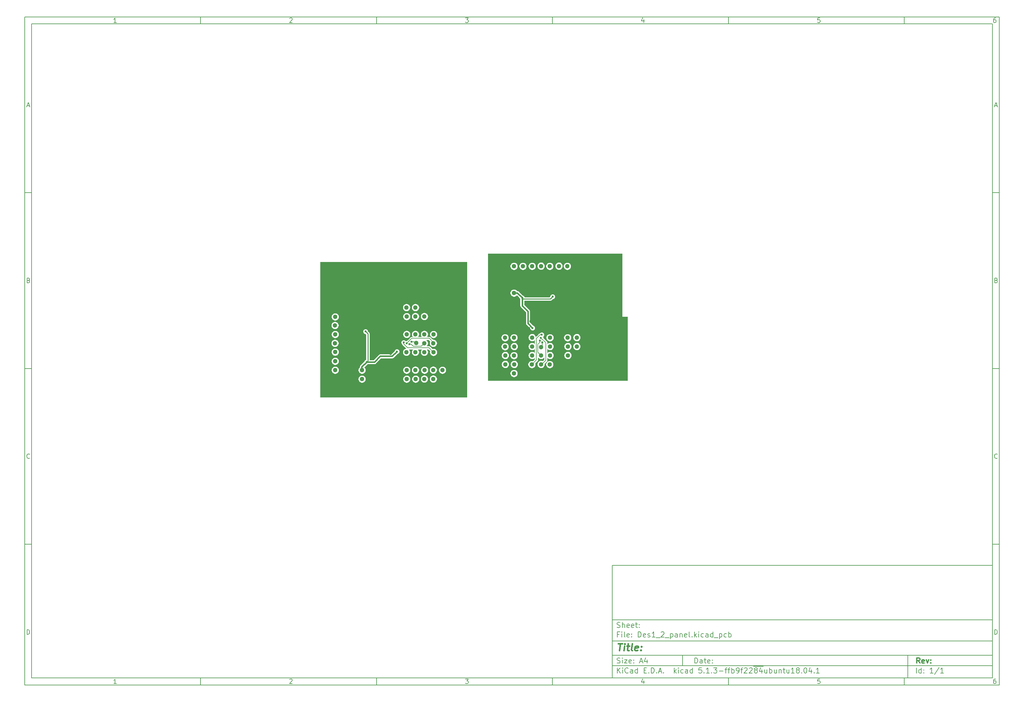
<source format=gbr>
%TF.GenerationSoftware,KiCad,Pcbnew,5.1.3-ffb9f22~84~ubuntu18.04.1*%
%TF.CreationDate,2019-07-26T17:01:45+03:00*%
%TF.ProjectId,Des1_2_panel,44657331-5f32-45f7-9061-6e656c2e6b69,rev?*%
%TF.SameCoordinates,Original*%
%TF.FileFunction,Copper,L2,Bot*%
%TF.FilePolarity,Positive*%
%FSLAX45Y45*%
G04 Gerber Fmt 4.5, Leading zero omitted, Abs format (unit mm)*
G04 Created by KiCad (PCBNEW 5.1.3-ffb9f22~84~ubuntu18.04.1) date 2019-07-26 17:01:45*
%MOMM*%
%LPD*%
G04 APERTURE LIST*
%ADD10C,0.100000*%
%ADD11C,0.150000*%
%ADD12C,0.300000*%
%ADD13C,0.400000*%
%TA.AperFunction,ComponentPad*%
%ADD14C,1.300000*%
%TD*%
%TA.AperFunction,ViaPad*%
%ADD15C,0.400000*%
%TD*%
%TA.AperFunction,ViaPad*%
%ADD16C,0.609600*%
%TD*%
%TA.AperFunction,ViaPad*%
%ADD17C,0.500000*%
%TD*%
%TA.AperFunction,ViaPad*%
%ADD18C,0.660000*%
%TD*%
%TA.AperFunction,Conductor*%
%ADD19C,0.152400*%
%TD*%
%TA.AperFunction,Conductor*%
%ADD20C,0.254000*%
%TD*%
%TA.AperFunction,Conductor*%
%ADD21C,0.381000*%
%TD*%
%TA.AperFunction,NonConductor*%
%ADD22C,0.025400*%
%TD*%
G04 APERTURE END LIST*
D10*
D11*
X17700220Y-16600720D02*
X17700220Y-19800720D01*
X28500220Y-19800720D01*
X28500220Y-16600720D01*
X17700220Y-16600720D01*
D10*
D11*
X1000000Y-1000000D02*
X1000000Y-20000720D01*
X28700220Y-20000720D01*
X28700220Y-1000000D01*
X1000000Y-1000000D01*
D10*
D11*
X1200000Y-1200000D02*
X1200000Y-19800720D01*
X28500220Y-19800720D01*
X28500220Y-1200000D01*
X1200000Y-1200000D01*
D10*
D11*
X6000000Y-1200000D02*
X6000000Y-1000000D01*
D10*
D11*
X11000000Y-1200000D02*
X11000000Y-1000000D01*
D10*
D11*
X16000000Y-1200000D02*
X16000000Y-1000000D01*
D10*
D11*
X21000000Y-1200000D02*
X21000000Y-1000000D01*
D10*
D11*
X26000000Y-1200000D02*
X26000000Y-1000000D01*
D10*
D11*
X3606548Y-1158810D02*
X3532262Y-1158810D01*
X3569405Y-1158810D02*
X3569405Y-1028809D01*
X3557024Y-1047381D01*
X3544643Y-1059762D01*
X3532262Y-1065952D01*
D10*
D11*
X8532262Y-1041190D02*
X8538452Y-1035000D01*
X8550833Y-1028809D01*
X8581786Y-1028809D01*
X8594167Y-1035000D01*
X8600357Y-1041190D01*
X8606548Y-1053571D01*
X8606548Y-1065952D01*
X8600357Y-1084524D01*
X8526071Y-1158810D01*
X8606548Y-1158810D01*
D10*
D11*
X13526071Y-1028809D02*
X13606548Y-1028809D01*
X13563214Y-1078333D01*
X13581786Y-1078333D01*
X13594167Y-1084524D01*
X13600357Y-1090714D01*
X13606548Y-1103095D01*
X13606548Y-1134048D01*
X13600357Y-1146429D01*
X13594167Y-1152619D01*
X13581786Y-1158810D01*
X13544643Y-1158810D01*
X13532262Y-1152619D01*
X13526071Y-1146429D01*
D10*
D11*
X18594167Y-1072143D02*
X18594167Y-1158810D01*
X18563214Y-1022619D02*
X18532262Y-1115476D01*
X18612738Y-1115476D01*
D10*
D11*
X23600357Y-1028809D02*
X23538452Y-1028809D01*
X23532262Y-1090714D01*
X23538452Y-1084524D01*
X23550833Y-1078333D01*
X23581786Y-1078333D01*
X23594167Y-1084524D01*
X23600357Y-1090714D01*
X23606548Y-1103095D01*
X23606548Y-1134048D01*
X23600357Y-1146429D01*
X23594167Y-1152619D01*
X23581786Y-1158810D01*
X23550833Y-1158810D01*
X23538452Y-1152619D01*
X23532262Y-1146429D01*
D10*
D11*
X28594167Y-1028809D02*
X28569405Y-1028809D01*
X28557024Y-1035000D01*
X28550833Y-1041190D01*
X28538452Y-1059762D01*
X28532262Y-1084524D01*
X28532262Y-1134048D01*
X28538452Y-1146429D01*
X28544643Y-1152619D01*
X28557024Y-1158810D01*
X28581786Y-1158810D01*
X28594167Y-1152619D01*
X28600357Y-1146429D01*
X28606548Y-1134048D01*
X28606548Y-1103095D01*
X28600357Y-1090714D01*
X28594167Y-1084524D01*
X28581786Y-1078333D01*
X28557024Y-1078333D01*
X28544643Y-1084524D01*
X28538452Y-1090714D01*
X28532262Y-1103095D01*
D10*
D11*
X6000000Y-19800720D02*
X6000000Y-20000720D01*
D10*
D11*
X11000000Y-19800720D02*
X11000000Y-20000720D01*
D10*
D11*
X16000000Y-19800720D02*
X16000000Y-20000720D01*
D10*
D11*
X21000000Y-19800720D02*
X21000000Y-20000720D01*
D10*
D11*
X26000000Y-19800720D02*
X26000000Y-20000720D01*
D10*
D11*
X3606548Y-19959530D02*
X3532262Y-19959530D01*
X3569405Y-19959530D02*
X3569405Y-19829530D01*
X3557024Y-19848101D01*
X3544643Y-19860482D01*
X3532262Y-19866672D01*
D10*
D11*
X8532262Y-19841910D02*
X8538452Y-19835720D01*
X8550833Y-19829530D01*
X8581786Y-19829530D01*
X8594167Y-19835720D01*
X8600357Y-19841910D01*
X8606548Y-19854291D01*
X8606548Y-19866672D01*
X8600357Y-19885244D01*
X8526071Y-19959530D01*
X8606548Y-19959530D01*
D10*
D11*
X13526071Y-19829530D02*
X13606548Y-19829530D01*
X13563214Y-19879053D01*
X13581786Y-19879053D01*
X13594167Y-19885244D01*
X13600357Y-19891434D01*
X13606548Y-19903815D01*
X13606548Y-19934768D01*
X13600357Y-19947149D01*
X13594167Y-19953339D01*
X13581786Y-19959530D01*
X13544643Y-19959530D01*
X13532262Y-19953339D01*
X13526071Y-19947149D01*
D10*
D11*
X18594167Y-19872863D02*
X18594167Y-19959530D01*
X18563214Y-19823339D02*
X18532262Y-19916196D01*
X18612738Y-19916196D01*
D10*
D11*
X23600357Y-19829530D02*
X23538452Y-19829530D01*
X23532262Y-19891434D01*
X23538452Y-19885244D01*
X23550833Y-19879053D01*
X23581786Y-19879053D01*
X23594167Y-19885244D01*
X23600357Y-19891434D01*
X23606548Y-19903815D01*
X23606548Y-19934768D01*
X23600357Y-19947149D01*
X23594167Y-19953339D01*
X23581786Y-19959530D01*
X23550833Y-19959530D01*
X23538452Y-19953339D01*
X23532262Y-19947149D01*
D10*
D11*
X28594167Y-19829530D02*
X28569405Y-19829530D01*
X28557024Y-19835720D01*
X28550833Y-19841910D01*
X28538452Y-19860482D01*
X28532262Y-19885244D01*
X28532262Y-19934768D01*
X28538452Y-19947149D01*
X28544643Y-19953339D01*
X28557024Y-19959530D01*
X28581786Y-19959530D01*
X28594167Y-19953339D01*
X28600357Y-19947149D01*
X28606548Y-19934768D01*
X28606548Y-19903815D01*
X28600357Y-19891434D01*
X28594167Y-19885244D01*
X28581786Y-19879053D01*
X28557024Y-19879053D01*
X28544643Y-19885244D01*
X28538452Y-19891434D01*
X28532262Y-19903815D01*
D10*
D11*
X1000000Y-6000000D02*
X1200000Y-6000000D01*
D10*
D11*
X1000000Y-11000000D02*
X1200000Y-11000000D01*
D10*
D11*
X1000000Y-16000000D02*
X1200000Y-16000000D01*
D10*
D11*
X1069048Y-3521667D02*
X1130952Y-3521667D01*
X1056667Y-3558809D02*
X1100000Y-3428809D01*
X1143333Y-3558809D01*
D10*
D11*
X1109286Y-8490714D02*
X1127857Y-8496905D01*
X1134048Y-8503095D01*
X1140238Y-8515476D01*
X1140238Y-8534048D01*
X1134048Y-8546429D01*
X1127857Y-8552619D01*
X1115476Y-8558810D01*
X1065952Y-8558810D01*
X1065952Y-8428810D01*
X1109286Y-8428810D01*
X1121667Y-8435000D01*
X1127857Y-8441190D01*
X1134048Y-8453571D01*
X1134048Y-8465952D01*
X1127857Y-8478333D01*
X1121667Y-8484524D01*
X1109286Y-8490714D01*
X1065952Y-8490714D01*
D10*
D11*
X1140238Y-13546428D02*
X1134048Y-13552619D01*
X1115476Y-13558809D01*
X1103095Y-13558809D01*
X1084524Y-13552619D01*
X1072143Y-13540238D01*
X1065952Y-13527857D01*
X1059762Y-13503095D01*
X1059762Y-13484524D01*
X1065952Y-13459762D01*
X1072143Y-13447381D01*
X1084524Y-13435000D01*
X1103095Y-13428809D01*
X1115476Y-13428809D01*
X1134048Y-13435000D01*
X1140238Y-13441190D01*
D10*
D11*
X1065952Y-18558810D02*
X1065952Y-18428810D01*
X1096905Y-18428810D01*
X1115476Y-18435000D01*
X1127857Y-18447381D01*
X1134048Y-18459762D01*
X1140238Y-18484524D01*
X1140238Y-18503095D01*
X1134048Y-18527857D01*
X1127857Y-18540238D01*
X1115476Y-18552619D01*
X1096905Y-18558810D01*
X1065952Y-18558810D01*
D10*
D11*
X28700220Y-6000000D02*
X28500220Y-6000000D01*
D10*
D11*
X28700220Y-11000000D02*
X28500220Y-11000000D01*
D10*
D11*
X28700220Y-16000000D02*
X28500220Y-16000000D01*
D10*
D11*
X28569268Y-3521667D02*
X28631172Y-3521667D01*
X28556887Y-3558809D02*
X28600220Y-3428809D01*
X28643553Y-3558809D01*
D10*
D11*
X28609506Y-8490714D02*
X28628077Y-8496905D01*
X28634268Y-8503095D01*
X28640458Y-8515476D01*
X28640458Y-8534048D01*
X28634268Y-8546429D01*
X28628077Y-8552619D01*
X28615696Y-8558810D01*
X28566172Y-8558810D01*
X28566172Y-8428810D01*
X28609506Y-8428810D01*
X28621887Y-8435000D01*
X28628077Y-8441190D01*
X28634268Y-8453571D01*
X28634268Y-8465952D01*
X28628077Y-8478333D01*
X28621887Y-8484524D01*
X28609506Y-8490714D01*
X28566172Y-8490714D01*
D10*
D11*
X28640458Y-13546428D02*
X28634268Y-13552619D01*
X28615696Y-13558809D01*
X28603315Y-13558809D01*
X28584744Y-13552619D01*
X28572363Y-13540238D01*
X28566172Y-13527857D01*
X28559982Y-13503095D01*
X28559982Y-13484524D01*
X28566172Y-13459762D01*
X28572363Y-13447381D01*
X28584744Y-13435000D01*
X28603315Y-13428809D01*
X28615696Y-13428809D01*
X28634268Y-13435000D01*
X28640458Y-13441190D01*
D10*
D11*
X28566172Y-18558810D02*
X28566172Y-18428810D01*
X28597125Y-18428810D01*
X28615696Y-18435000D01*
X28628077Y-18447381D01*
X28634268Y-18459762D01*
X28640458Y-18484524D01*
X28640458Y-18503095D01*
X28634268Y-18527857D01*
X28628077Y-18540238D01*
X28615696Y-18552619D01*
X28597125Y-18558810D01*
X28566172Y-18558810D01*
D10*
D11*
X20043434Y-19378577D02*
X20043434Y-19228577D01*
X20079149Y-19228577D01*
X20100577Y-19235720D01*
X20114863Y-19250006D01*
X20122006Y-19264291D01*
X20129149Y-19292863D01*
X20129149Y-19314291D01*
X20122006Y-19342863D01*
X20114863Y-19357149D01*
X20100577Y-19371434D01*
X20079149Y-19378577D01*
X20043434Y-19378577D01*
X20257720Y-19378577D02*
X20257720Y-19300006D01*
X20250577Y-19285720D01*
X20236291Y-19278577D01*
X20207720Y-19278577D01*
X20193434Y-19285720D01*
X20257720Y-19371434D02*
X20243434Y-19378577D01*
X20207720Y-19378577D01*
X20193434Y-19371434D01*
X20186291Y-19357149D01*
X20186291Y-19342863D01*
X20193434Y-19328577D01*
X20207720Y-19321434D01*
X20243434Y-19321434D01*
X20257720Y-19314291D01*
X20307720Y-19278577D02*
X20364863Y-19278577D01*
X20329149Y-19228577D02*
X20329149Y-19357149D01*
X20336291Y-19371434D01*
X20350577Y-19378577D01*
X20364863Y-19378577D01*
X20472006Y-19371434D02*
X20457720Y-19378577D01*
X20429149Y-19378577D01*
X20414863Y-19371434D01*
X20407720Y-19357149D01*
X20407720Y-19300006D01*
X20414863Y-19285720D01*
X20429149Y-19278577D01*
X20457720Y-19278577D01*
X20472006Y-19285720D01*
X20479149Y-19300006D01*
X20479149Y-19314291D01*
X20407720Y-19328577D01*
X20543434Y-19364291D02*
X20550577Y-19371434D01*
X20543434Y-19378577D01*
X20536291Y-19371434D01*
X20543434Y-19364291D01*
X20543434Y-19378577D01*
X20543434Y-19285720D02*
X20550577Y-19292863D01*
X20543434Y-19300006D01*
X20536291Y-19292863D01*
X20543434Y-19285720D01*
X20543434Y-19300006D01*
D10*
D11*
X17700220Y-19450720D02*
X28500220Y-19450720D01*
D10*
D11*
X17843434Y-19658577D02*
X17843434Y-19508577D01*
X17929149Y-19658577D02*
X17864863Y-19572863D01*
X17929149Y-19508577D02*
X17843434Y-19594291D01*
X17993434Y-19658577D02*
X17993434Y-19558577D01*
X17993434Y-19508577D02*
X17986291Y-19515720D01*
X17993434Y-19522863D01*
X18000577Y-19515720D01*
X17993434Y-19508577D01*
X17993434Y-19522863D01*
X18150577Y-19644291D02*
X18143434Y-19651434D01*
X18122006Y-19658577D01*
X18107720Y-19658577D01*
X18086291Y-19651434D01*
X18072006Y-19637149D01*
X18064863Y-19622863D01*
X18057720Y-19594291D01*
X18057720Y-19572863D01*
X18064863Y-19544291D01*
X18072006Y-19530006D01*
X18086291Y-19515720D01*
X18107720Y-19508577D01*
X18122006Y-19508577D01*
X18143434Y-19515720D01*
X18150577Y-19522863D01*
X18279149Y-19658577D02*
X18279149Y-19580006D01*
X18272006Y-19565720D01*
X18257720Y-19558577D01*
X18229149Y-19558577D01*
X18214863Y-19565720D01*
X18279149Y-19651434D02*
X18264863Y-19658577D01*
X18229149Y-19658577D01*
X18214863Y-19651434D01*
X18207720Y-19637149D01*
X18207720Y-19622863D01*
X18214863Y-19608577D01*
X18229149Y-19601434D01*
X18264863Y-19601434D01*
X18279149Y-19594291D01*
X18414863Y-19658577D02*
X18414863Y-19508577D01*
X18414863Y-19651434D02*
X18400577Y-19658577D01*
X18372006Y-19658577D01*
X18357720Y-19651434D01*
X18350577Y-19644291D01*
X18343434Y-19630006D01*
X18343434Y-19587149D01*
X18350577Y-19572863D01*
X18357720Y-19565720D01*
X18372006Y-19558577D01*
X18400577Y-19558577D01*
X18414863Y-19565720D01*
X18600577Y-19580006D02*
X18650577Y-19580006D01*
X18672006Y-19658577D02*
X18600577Y-19658577D01*
X18600577Y-19508577D01*
X18672006Y-19508577D01*
X18736291Y-19644291D02*
X18743434Y-19651434D01*
X18736291Y-19658577D01*
X18729149Y-19651434D01*
X18736291Y-19644291D01*
X18736291Y-19658577D01*
X18807720Y-19658577D02*
X18807720Y-19508577D01*
X18843434Y-19508577D01*
X18864863Y-19515720D01*
X18879149Y-19530006D01*
X18886291Y-19544291D01*
X18893434Y-19572863D01*
X18893434Y-19594291D01*
X18886291Y-19622863D01*
X18879149Y-19637149D01*
X18864863Y-19651434D01*
X18843434Y-19658577D01*
X18807720Y-19658577D01*
X18957720Y-19644291D02*
X18964863Y-19651434D01*
X18957720Y-19658577D01*
X18950577Y-19651434D01*
X18957720Y-19644291D01*
X18957720Y-19658577D01*
X19022006Y-19615720D02*
X19093434Y-19615720D01*
X19007720Y-19658577D02*
X19057720Y-19508577D01*
X19107720Y-19658577D01*
X19157720Y-19644291D02*
X19164863Y-19651434D01*
X19157720Y-19658577D01*
X19150577Y-19651434D01*
X19157720Y-19644291D01*
X19157720Y-19658577D01*
X19457720Y-19658577D02*
X19457720Y-19508577D01*
X19472006Y-19601434D02*
X19514863Y-19658577D01*
X19514863Y-19558577D02*
X19457720Y-19615720D01*
X19579149Y-19658577D02*
X19579149Y-19558577D01*
X19579149Y-19508577D02*
X19572006Y-19515720D01*
X19579149Y-19522863D01*
X19586291Y-19515720D01*
X19579149Y-19508577D01*
X19579149Y-19522863D01*
X19714863Y-19651434D02*
X19700577Y-19658577D01*
X19672006Y-19658577D01*
X19657720Y-19651434D01*
X19650577Y-19644291D01*
X19643434Y-19630006D01*
X19643434Y-19587149D01*
X19650577Y-19572863D01*
X19657720Y-19565720D01*
X19672006Y-19558577D01*
X19700577Y-19558577D01*
X19714863Y-19565720D01*
X19843434Y-19658577D02*
X19843434Y-19580006D01*
X19836291Y-19565720D01*
X19822006Y-19558577D01*
X19793434Y-19558577D01*
X19779149Y-19565720D01*
X19843434Y-19651434D02*
X19829149Y-19658577D01*
X19793434Y-19658577D01*
X19779149Y-19651434D01*
X19772006Y-19637149D01*
X19772006Y-19622863D01*
X19779149Y-19608577D01*
X19793434Y-19601434D01*
X19829149Y-19601434D01*
X19843434Y-19594291D01*
X19979149Y-19658577D02*
X19979149Y-19508577D01*
X19979149Y-19651434D02*
X19964863Y-19658577D01*
X19936291Y-19658577D01*
X19922006Y-19651434D01*
X19914863Y-19644291D01*
X19907720Y-19630006D01*
X19907720Y-19587149D01*
X19914863Y-19572863D01*
X19922006Y-19565720D01*
X19936291Y-19558577D01*
X19964863Y-19558577D01*
X19979149Y-19565720D01*
X20236291Y-19508577D02*
X20164863Y-19508577D01*
X20157720Y-19580006D01*
X20164863Y-19572863D01*
X20179149Y-19565720D01*
X20214863Y-19565720D01*
X20229149Y-19572863D01*
X20236291Y-19580006D01*
X20243434Y-19594291D01*
X20243434Y-19630006D01*
X20236291Y-19644291D01*
X20229149Y-19651434D01*
X20214863Y-19658577D01*
X20179149Y-19658577D01*
X20164863Y-19651434D01*
X20157720Y-19644291D01*
X20307720Y-19644291D02*
X20314863Y-19651434D01*
X20307720Y-19658577D01*
X20300577Y-19651434D01*
X20307720Y-19644291D01*
X20307720Y-19658577D01*
X20457720Y-19658577D02*
X20372006Y-19658577D01*
X20414863Y-19658577D02*
X20414863Y-19508577D01*
X20400577Y-19530006D01*
X20386291Y-19544291D01*
X20372006Y-19551434D01*
X20522006Y-19644291D02*
X20529149Y-19651434D01*
X20522006Y-19658577D01*
X20514863Y-19651434D01*
X20522006Y-19644291D01*
X20522006Y-19658577D01*
X20579149Y-19508577D02*
X20672006Y-19508577D01*
X20622006Y-19565720D01*
X20643434Y-19565720D01*
X20657720Y-19572863D01*
X20664863Y-19580006D01*
X20672006Y-19594291D01*
X20672006Y-19630006D01*
X20664863Y-19644291D01*
X20657720Y-19651434D01*
X20643434Y-19658577D01*
X20600577Y-19658577D01*
X20586291Y-19651434D01*
X20579149Y-19644291D01*
X20736291Y-19601434D02*
X20850577Y-19601434D01*
X20900577Y-19558577D02*
X20957720Y-19558577D01*
X20922006Y-19658577D02*
X20922006Y-19530006D01*
X20929149Y-19515720D01*
X20943434Y-19508577D01*
X20957720Y-19508577D01*
X20986291Y-19558577D02*
X21043434Y-19558577D01*
X21007720Y-19658577D02*
X21007720Y-19530006D01*
X21014863Y-19515720D01*
X21029149Y-19508577D01*
X21043434Y-19508577D01*
X21093434Y-19658577D02*
X21093434Y-19508577D01*
X21093434Y-19565720D02*
X21107720Y-19558577D01*
X21136291Y-19558577D01*
X21150577Y-19565720D01*
X21157720Y-19572863D01*
X21164863Y-19587149D01*
X21164863Y-19630006D01*
X21157720Y-19644291D01*
X21150577Y-19651434D01*
X21136291Y-19658577D01*
X21107720Y-19658577D01*
X21093434Y-19651434D01*
X21236291Y-19658577D02*
X21264863Y-19658577D01*
X21279149Y-19651434D01*
X21286291Y-19644291D01*
X21300577Y-19622863D01*
X21307720Y-19594291D01*
X21307720Y-19537149D01*
X21300577Y-19522863D01*
X21293434Y-19515720D01*
X21279149Y-19508577D01*
X21250577Y-19508577D01*
X21236291Y-19515720D01*
X21229149Y-19522863D01*
X21222006Y-19537149D01*
X21222006Y-19572863D01*
X21229149Y-19587149D01*
X21236291Y-19594291D01*
X21250577Y-19601434D01*
X21279149Y-19601434D01*
X21293434Y-19594291D01*
X21300577Y-19587149D01*
X21307720Y-19572863D01*
X21350577Y-19558577D02*
X21407720Y-19558577D01*
X21372006Y-19658577D02*
X21372006Y-19530006D01*
X21379149Y-19515720D01*
X21393434Y-19508577D01*
X21407720Y-19508577D01*
X21450577Y-19522863D02*
X21457720Y-19515720D01*
X21472006Y-19508577D01*
X21507720Y-19508577D01*
X21522006Y-19515720D01*
X21529149Y-19522863D01*
X21536291Y-19537149D01*
X21536291Y-19551434D01*
X21529149Y-19572863D01*
X21443434Y-19658577D01*
X21536291Y-19658577D01*
X21593434Y-19522863D02*
X21600577Y-19515720D01*
X21614863Y-19508577D01*
X21650577Y-19508577D01*
X21664863Y-19515720D01*
X21672006Y-19522863D01*
X21679149Y-19537149D01*
X21679149Y-19551434D01*
X21672006Y-19572863D01*
X21586291Y-19658577D01*
X21679149Y-19658577D01*
X21707720Y-19467720D02*
X21850577Y-19467720D01*
X21764863Y-19572863D02*
X21750577Y-19565720D01*
X21743434Y-19558577D01*
X21736291Y-19544291D01*
X21736291Y-19537149D01*
X21743434Y-19522863D01*
X21750577Y-19515720D01*
X21764863Y-19508577D01*
X21793434Y-19508577D01*
X21807720Y-19515720D01*
X21814863Y-19522863D01*
X21822006Y-19537149D01*
X21822006Y-19544291D01*
X21814863Y-19558577D01*
X21807720Y-19565720D01*
X21793434Y-19572863D01*
X21764863Y-19572863D01*
X21750577Y-19580006D01*
X21743434Y-19587149D01*
X21736291Y-19601434D01*
X21736291Y-19630006D01*
X21743434Y-19644291D01*
X21750577Y-19651434D01*
X21764863Y-19658577D01*
X21793434Y-19658577D01*
X21807720Y-19651434D01*
X21814863Y-19644291D01*
X21822006Y-19630006D01*
X21822006Y-19601434D01*
X21814863Y-19587149D01*
X21807720Y-19580006D01*
X21793434Y-19572863D01*
X21850577Y-19467720D02*
X21993434Y-19467720D01*
X21950577Y-19558577D02*
X21950577Y-19658577D01*
X21914863Y-19501434D02*
X21879149Y-19608577D01*
X21972006Y-19608577D01*
X22093434Y-19558577D02*
X22093434Y-19658577D01*
X22029149Y-19558577D02*
X22029149Y-19637149D01*
X22036291Y-19651434D01*
X22050577Y-19658577D01*
X22072006Y-19658577D01*
X22086291Y-19651434D01*
X22093434Y-19644291D01*
X22164863Y-19658577D02*
X22164863Y-19508577D01*
X22164863Y-19565720D02*
X22179149Y-19558577D01*
X22207720Y-19558577D01*
X22222006Y-19565720D01*
X22229149Y-19572863D01*
X22236291Y-19587149D01*
X22236291Y-19630006D01*
X22229149Y-19644291D01*
X22222006Y-19651434D01*
X22207720Y-19658577D01*
X22179149Y-19658577D01*
X22164863Y-19651434D01*
X22364863Y-19558577D02*
X22364863Y-19658577D01*
X22300577Y-19558577D02*
X22300577Y-19637149D01*
X22307720Y-19651434D01*
X22322006Y-19658577D01*
X22343434Y-19658577D01*
X22357720Y-19651434D01*
X22364863Y-19644291D01*
X22436291Y-19558577D02*
X22436291Y-19658577D01*
X22436291Y-19572863D02*
X22443434Y-19565720D01*
X22457720Y-19558577D01*
X22479148Y-19558577D01*
X22493434Y-19565720D01*
X22500577Y-19580006D01*
X22500577Y-19658577D01*
X22550577Y-19558577D02*
X22607720Y-19558577D01*
X22572006Y-19508577D02*
X22572006Y-19637149D01*
X22579148Y-19651434D01*
X22593434Y-19658577D01*
X22607720Y-19658577D01*
X22722006Y-19558577D02*
X22722006Y-19658577D01*
X22657720Y-19558577D02*
X22657720Y-19637149D01*
X22664863Y-19651434D01*
X22679148Y-19658577D01*
X22700577Y-19658577D01*
X22714863Y-19651434D01*
X22722006Y-19644291D01*
X22872006Y-19658577D02*
X22786291Y-19658577D01*
X22829148Y-19658577D02*
X22829148Y-19508577D01*
X22814863Y-19530006D01*
X22800577Y-19544291D01*
X22786291Y-19551434D01*
X22957720Y-19572863D02*
X22943434Y-19565720D01*
X22936291Y-19558577D01*
X22929148Y-19544291D01*
X22929148Y-19537149D01*
X22936291Y-19522863D01*
X22943434Y-19515720D01*
X22957720Y-19508577D01*
X22986291Y-19508577D01*
X23000577Y-19515720D01*
X23007720Y-19522863D01*
X23014863Y-19537149D01*
X23014863Y-19544291D01*
X23007720Y-19558577D01*
X23000577Y-19565720D01*
X22986291Y-19572863D01*
X22957720Y-19572863D01*
X22943434Y-19580006D01*
X22936291Y-19587149D01*
X22929148Y-19601434D01*
X22929148Y-19630006D01*
X22936291Y-19644291D01*
X22943434Y-19651434D01*
X22957720Y-19658577D01*
X22986291Y-19658577D01*
X23000577Y-19651434D01*
X23007720Y-19644291D01*
X23014863Y-19630006D01*
X23014863Y-19601434D01*
X23007720Y-19587149D01*
X23000577Y-19580006D01*
X22986291Y-19572863D01*
X23079148Y-19644291D02*
X23086291Y-19651434D01*
X23079148Y-19658577D01*
X23072006Y-19651434D01*
X23079148Y-19644291D01*
X23079148Y-19658577D01*
X23179148Y-19508577D02*
X23193434Y-19508577D01*
X23207720Y-19515720D01*
X23214863Y-19522863D01*
X23222006Y-19537149D01*
X23229148Y-19565720D01*
X23229148Y-19601434D01*
X23222006Y-19630006D01*
X23214863Y-19644291D01*
X23207720Y-19651434D01*
X23193434Y-19658577D01*
X23179148Y-19658577D01*
X23164863Y-19651434D01*
X23157720Y-19644291D01*
X23150577Y-19630006D01*
X23143434Y-19601434D01*
X23143434Y-19565720D01*
X23150577Y-19537149D01*
X23157720Y-19522863D01*
X23164863Y-19515720D01*
X23179148Y-19508577D01*
X23357720Y-19558577D02*
X23357720Y-19658577D01*
X23322006Y-19501434D02*
X23286291Y-19608577D01*
X23379148Y-19608577D01*
X23436291Y-19644291D02*
X23443434Y-19651434D01*
X23436291Y-19658577D01*
X23429148Y-19651434D01*
X23436291Y-19644291D01*
X23436291Y-19658577D01*
X23586291Y-19658577D02*
X23500577Y-19658577D01*
X23543434Y-19658577D02*
X23543434Y-19508577D01*
X23529148Y-19530006D01*
X23514863Y-19544291D01*
X23500577Y-19551434D01*
D10*
D11*
X17700220Y-19150720D02*
X28500220Y-19150720D01*
D10*
D12*
X26441148Y-19378577D02*
X26391148Y-19307149D01*
X26355434Y-19378577D02*
X26355434Y-19228577D01*
X26412577Y-19228577D01*
X26426863Y-19235720D01*
X26434006Y-19242863D01*
X26441148Y-19257149D01*
X26441148Y-19278577D01*
X26434006Y-19292863D01*
X26426863Y-19300006D01*
X26412577Y-19307149D01*
X26355434Y-19307149D01*
X26562577Y-19371434D02*
X26548291Y-19378577D01*
X26519720Y-19378577D01*
X26505434Y-19371434D01*
X26498291Y-19357149D01*
X26498291Y-19300006D01*
X26505434Y-19285720D01*
X26519720Y-19278577D01*
X26548291Y-19278577D01*
X26562577Y-19285720D01*
X26569720Y-19300006D01*
X26569720Y-19314291D01*
X26498291Y-19328577D01*
X26619720Y-19278577D02*
X26655434Y-19378577D01*
X26691148Y-19278577D01*
X26748291Y-19364291D02*
X26755434Y-19371434D01*
X26748291Y-19378577D01*
X26741148Y-19371434D01*
X26748291Y-19364291D01*
X26748291Y-19378577D01*
X26748291Y-19285720D02*
X26755434Y-19292863D01*
X26748291Y-19300006D01*
X26741148Y-19292863D01*
X26748291Y-19285720D01*
X26748291Y-19300006D01*
D10*
D11*
X17836291Y-19371434D02*
X17857720Y-19378577D01*
X17893434Y-19378577D01*
X17907720Y-19371434D01*
X17914863Y-19364291D01*
X17922006Y-19350006D01*
X17922006Y-19335720D01*
X17914863Y-19321434D01*
X17907720Y-19314291D01*
X17893434Y-19307149D01*
X17864863Y-19300006D01*
X17850577Y-19292863D01*
X17843434Y-19285720D01*
X17836291Y-19271434D01*
X17836291Y-19257149D01*
X17843434Y-19242863D01*
X17850577Y-19235720D01*
X17864863Y-19228577D01*
X17900577Y-19228577D01*
X17922006Y-19235720D01*
X17986291Y-19378577D02*
X17986291Y-19278577D01*
X17986291Y-19228577D02*
X17979149Y-19235720D01*
X17986291Y-19242863D01*
X17993434Y-19235720D01*
X17986291Y-19228577D01*
X17986291Y-19242863D01*
X18043434Y-19278577D02*
X18122006Y-19278577D01*
X18043434Y-19378577D01*
X18122006Y-19378577D01*
X18236291Y-19371434D02*
X18222006Y-19378577D01*
X18193434Y-19378577D01*
X18179149Y-19371434D01*
X18172006Y-19357149D01*
X18172006Y-19300006D01*
X18179149Y-19285720D01*
X18193434Y-19278577D01*
X18222006Y-19278577D01*
X18236291Y-19285720D01*
X18243434Y-19300006D01*
X18243434Y-19314291D01*
X18172006Y-19328577D01*
X18307720Y-19364291D02*
X18314863Y-19371434D01*
X18307720Y-19378577D01*
X18300577Y-19371434D01*
X18307720Y-19364291D01*
X18307720Y-19378577D01*
X18307720Y-19285720D02*
X18314863Y-19292863D01*
X18307720Y-19300006D01*
X18300577Y-19292863D01*
X18307720Y-19285720D01*
X18307720Y-19300006D01*
X18486291Y-19335720D02*
X18557720Y-19335720D01*
X18472006Y-19378577D02*
X18522006Y-19228577D01*
X18572006Y-19378577D01*
X18686291Y-19278577D02*
X18686291Y-19378577D01*
X18650577Y-19221434D02*
X18614863Y-19328577D01*
X18707720Y-19328577D01*
D10*
D11*
X26343434Y-19658577D02*
X26343434Y-19508577D01*
X26479148Y-19658577D02*
X26479148Y-19508577D01*
X26479148Y-19651434D02*
X26464863Y-19658577D01*
X26436291Y-19658577D01*
X26422006Y-19651434D01*
X26414863Y-19644291D01*
X26407720Y-19630006D01*
X26407720Y-19587149D01*
X26414863Y-19572863D01*
X26422006Y-19565720D01*
X26436291Y-19558577D01*
X26464863Y-19558577D01*
X26479148Y-19565720D01*
X26550577Y-19644291D02*
X26557720Y-19651434D01*
X26550577Y-19658577D01*
X26543434Y-19651434D01*
X26550577Y-19644291D01*
X26550577Y-19658577D01*
X26550577Y-19565720D02*
X26557720Y-19572863D01*
X26550577Y-19580006D01*
X26543434Y-19572863D01*
X26550577Y-19565720D01*
X26550577Y-19580006D01*
X26814863Y-19658577D02*
X26729148Y-19658577D01*
X26772006Y-19658577D02*
X26772006Y-19508577D01*
X26757720Y-19530006D01*
X26743434Y-19544291D01*
X26729148Y-19551434D01*
X26986291Y-19501434D02*
X26857720Y-19694291D01*
X27114863Y-19658577D02*
X27029148Y-19658577D01*
X27072006Y-19658577D02*
X27072006Y-19508577D01*
X27057720Y-19530006D01*
X27043434Y-19544291D01*
X27029148Y-19551434D01*
D10*
D11*
X17700220Y-18750720D02*
X28500220Y-18750720D01*
D10*
D13*
X17871458Y-18821196D02*
X17985744Y-18821196D01*
X17903601Y-19021196D02*
X17928601Y-18821196D01*
X18027410Y-19021196D02*
X18044077Y-18887863D01*
X18052410Y-18821196D02*
X18041696Y-18830720D01*
X18050030Y-18840244D01*
X18060744Y-18830720D01*
X18052410Y-18821196D01*
X18050030Y-18840244D01*
X18110744Y-18887863D02*
X18186934Y-18887863D01*
X18147649Y-18821196D02*
X18126220Y-18992625D01*
X18133363Y-19011672D01*
X18151220Y-19021196D01*
X18170268Y-19021196D01*
X18265506Y-19021196D02*
X18247649Y-19011672D01*
X18240506Y-18992625D01*
X18261934Y-18821196D01*
X18419077Y-19011672D02*
X18398839Y-19021196D01*
X18360744Y-19021196D01*
X18342887Y-19011672D01*
X18335744Y-18992625D01*
X18345268Y-18916434D01*
X18357172Y-18897387D01*
X18377410Y-18887863D01*
X18415506Y-18887863D01*
X18433363Y-18897387D01*
X18440506Y-18916434D01*
X18438125Y-18935482D01*
X18340506Y-18954530D01*
X18515506Y-19002149D02*
X18523839Y-19011672D01*
X18513125Y-19021196D01*
X18504791Y-19011672D01*
X18515506Y-19002149D01*
X18513125Y-19021196D01*
X18528601Y-18897387D02*
X18536934Y-18906910D01*
X18526220Y-18916434D01*
X18517887Y-18906910D01*
X18528601Y-18897387D01*
X18526220Y-18916434D01*
D10*
D11*
X17893434Y-18560006D02*
X17843434Y-18560006D01*
X17843434Y-18638577D02*
X17843434Y-18488577D01*
X17914863Y-18488577D01*
X17972006Y-18638577D02*
X17972006Y-18538577D01*
X17972006Y-18488577D02*
X17964863Y-18495720D01*
X17972006Y-18502863D01*
X17979149Y-18495720D01*
X17972006Y-18488577D01*
X17972006Y-18502863D01*
X18064863Y-18638577D02*
X18050577Y-18631434D01*
X18043434Y-18617149D01*
X18043434Y-18488577D01*
X18179149Y-18631434D02*
X18164863Y-18638577D01*
X18136291Y-18638577D01*
X18122006Y-18631434D01*
X18114863Y-18617149D01*
X18114863Y-18560006D01*
X18122006Y-18545720D01*
X18136291Y-18538577D01*
X18164863Y-18538577D01*
X18179149Y-18545720D01*
X18186291Y-18560006D01*
X18186291Y-18574291D01*
X18114863Y-18588577D01*
X18250577Y-18624291D02*
X18257720Y-18631434D01*
X18250577Y-18638577D01*
X18243434Y-18631434D01*
X18250577Y-18624291D01*
X18250577Y-18638577D01*
X18250577Y-18545720D02*
X18257720Y-18552863D01*
X18250577Y-18560006D01*
X18243434Y-18552863D01*
X18250577Y-18545720D01*
X18250577Y-18560006D01*
X18436291Y-18638577D02*
X18436291Y-18488577D01*
X18472006Y-18488577D01*
X18493434Y-18495720D01*
X18507720Y-18510006D01*
X18514863Y-18524291D01*
X18522006Y-18552863D01*
X18522006Y-18574291D01*
X18514863Y-18602863D01*
X18507720Y-18617149D01*
X18493434Y-18631434D01*
X18472006Y-18638577D01*
X18436291Y-18638577D01*
X18643434Y-18631434D02*
X18629149Y-18638577D01*
X18600577Y-18638577D01*
X18586291Y-18631434D01*
X18579149Y-18617149D01*
X18579149Y-18560006D01*
X18586291Y-18545720D01*
X18600577Y-18538577D01*
X18629149Y-18538577D01*
X18643434Y-18545720D01*
X18650577Y-18560006D01*
X18650577Y-18574291D01*
X18579149Y-18588577D01*
X18707720Y-18631434D02*
X18722006Y-18638577D01*
X18750577Y-18638577D01*
X18764863Y-18631434D01*
X18772006Y-18617149D01*
X18772006Y-18610006D01*
X18764863Y-18595720D01*
X18750577Y-18588577D01*
X18729149Y-18588577D01*
X18714863Y-18581434D01*
X18707720Y-18567149D01*
X18707720Y-18560006D01*
X18714863Y-18545720D01*
X18729149Y-18538577D01*
X18750577Y-18538577D01*
X18764863Y-18545720D01*
X18914863Y-18638577D02*
X18829149Y-18638577D01*
X18872006Y-18638577D02*
X18872006Y-18488577D01*
X18857720Y-18510006D01*
X18843434Y-18524291D01*
X18829149Y-18531434D01*
X18943434Y-18652863D02*
X19057720Y-18652863D01*
X19086291Y-18502863D02*
X19093434Y-18495720D01*
X19107720Y-18488577D01*
X19143434Y-18488577D01*
X19157720Y-18495720D01*
X19164863Y-18502863D01*
X19172006Y-18517149D01*
X19172006Y-18531434D01*
X19164863Y-18552863D01*
X19079149Y-18638577D01*
X19172006Y-18638577D01*
X19200577Y-18652863D02*
X19314863Y-18652863D01*
X19350577Y-18538577D02*
X19350577Y-18688577D01*
X19350577Y-18545720D02*
X19364863Y-18538577D01*
X19393434Y-18538577D01*
X19407720Y-18545720D01*
X19414863Y-18552863D01*
X19422006Y-18567149D01*
X19422006Y-18610006D01*
X19414863Y-18624291D01*
X19407720Y-18631434D01*
X19393434Y-18638577D01*
X19364863Y-18638577D01*
X19350577Y-18631434D01*
X19550577Y-18638577D02*
X19550577Y-18560006D01*
X19543434Y-18545720D01*
X19529149Y-18538577D01*
X19500577Y-18538577D01*
X19486291Y-18545720D01*
X19550577Y-18631434D02*
X19536291Y-18638577D01*
X19500577Y-18638577D01*
X19486291Y-18631434D01*
X19479149Y-18617149D01*
X19479149Y-18602863D01*
X19486291Y-18588577D01*
X19500577Y-18581434D01*
X19536291Y-18581434D01*
X19550577Y-18574291D01*
X19622006Y-18538577D02*
X19622006Y-18638577D01*
X19622006Y-18552863D02*
X19629149Y-18545720D01*
X19643434Y-18538577D01*
X19664863Y-18538577D01*
X19679149Y-18545720D01*
X19686291Y-18560006D01*
X19686291Y-18638577D01*
X19814863Y-18631434D02*
X19800577Y-18638577D01*
X19772006Y-18638577D01*
X19757720Y-18631434D01*
X19750577Y-18617149D01*
X19750577Y-18560006D01*
X19757720Y-18545720D01*
X19772006Y-18538577D01*
X19800577Y-18538577D01*
X19814863Y-18545720D01*
X19822006Y-18560006D01*
X19822006Y-18574291D01*
X19750577Y-18588577D01*
X19907720Y-18638577D02*
X19893434Y-18631434D01*
X19886291Y-18617149D01*
X19886291Y-18488577D01*
X19964863Y-18624291D02*
X19972006Y-18631434D01*
X19964863Y-18638577D01*
X19957720Y-18631434D01*
X19964863Y-18624291D01*
X19964863Y-18638577D01*
X20036291Y-18638577D02*
X20036291Y-18488577D01*
X20050577Y-18581434D02*
X20093434Y-18638577D01*
X20093434Y-18538577D02*
X20036291Y-18595720D01*
X20157720Y-18638577D02*
X20157720Y-18538577D01*
X20157720Y-18488577D02*
X20150577Y-18495720D01*
X20157720Y-18502863D01*
X20164863Y-18495720D01*
X20157720Y-18488577D01*
X20157720Y-18502863D01*
X20293434Y-18631434D02*
X20279149Y-18638577D01*
X20250577Y-18638577D01*
X20236291Y-18631434D01*
X20229149Y-18624291D01*
X20222006Y-18610006D01*
X20222006Y-18567149D01*
X20229149Y-18552863D01*
X20236291Y-18545720D01*
X20250577Y-18538577D01*
X20279149Y-18538577D01*
X20293434Y-18545720D01*
X20422006Y-18638577D02*
X20422006Y-18560006D01*
X20414863Y-18545720D01*
X20400577Y-18538577D01*
X20372006Y-18538577D01*
X20357720Y-18545720D01*
X20422006Y-18631434D02*
X20407720Y-18638577D01*
X20372006Y-18638577D01*
X20357720Y-18631434D01*
X20350577Y-18617149D01*
X20350577Y-18602863D01*
X20357720Y-18588577D01*
X20372006Y-18581434D01*
X20407720Y-18581434D01*
X20422006Y-18574291D01*
X20557720Y-18638577D02*
X20557720Y-18488577D01*
X20557720Y-18631434D02*
X20543434Y-18638577D01*
X20514863Y-18638577D01*
X20500577Y-18631434D01*
X20493434Y-18624291D01*
X20486291Y-18610006D01*
X20486291Y-18567149D01*
X20493434Y-18552863D01*
X20500577Y-18545720D01*
X20514863Y-18538577D01*
X20543434Y-18538577D01*
X20557720Y-18545720D01*
X20593434Y-18652863D02*
X20707720Y-18652863D01*
X20743434Y-18538577D02*
X20743434Y-18688577D01*
X20743434Y-18545720D02*
X20757720Y-18538577D01*
X20786291Y-18538577D01*
X20800577Y-18545720D01*
X20807720Y-18552863D01*
X20814863Y-18567149D01*
X20814863Y-18610006D01*
X20807720Y-18624291D01*
X20800577Y-18631434D01*
X20786291Y-18638577D01*
X20757720Y-18638577D01*
X20743434Y-18631434D01*
X20943434Y-18631434D02*
X20929149Y-18638577D01*
X20900577Y-18638577D01*
X20886291Y-18631434D01*
X20879149Y-18624291D01*
X20872006Y-18610006D01*
X20872006Y-18567149D01*
X20879149Y-18552863D01*
X20886291Y-18545720D01*
X20900577Y-18538577D01*
X20929149Y-18538577D01*
X20943434Y-18545720D01*
X21007720Y-18638577D02*
X21007720Y-18488577D01*
X21007720Y-18545720D02*
X21022006Y-18538577D01*
X21050577Y-18538577D01*
X21064863Y-18545720D01*
X21072006Y-18552863D01*
X21079149Y-18567149D01*
X21079149Y-18610006D01*
X21072006Y-18624291D01*
X21064863Y-18631434D01*
X21050577Y-18638577D01*
X21022006Y-18638577D01*
X21007720Y-18631434D01*
D10*
D11*
X17700220Y-18150720D02*
X28500220Y-18150720D01*
D10*
D11*
X17836291Y-18361434D02*
X17857720Y-18368577D01*
X17893434Y-18368577D01*
X17907720Y-18361434D01*
X17914863Y-18354291D01*
X17922006Y-18340006D01*
X17922006Y-18325720D01*
X17914863Y-18311434D01*
X17907720Y-18304291D01*
X17893434Y-18297149D01*
X17864863Y-18290006D01*
X17850577Y-18282863D01*
X17843434Y-18275720D01*
X17836291Y-18261434D01*
X17836291Y-18247149D01*
X17843434Y-18232863D01*
X17850577Y-18225720D01*
X17864863Y-18218577D01*
X17900577Y-18218577D01*
X17922006Y-18225720D01*
X17986291Y-18368577D02*
X17986291Y-18218577D01*
X18050577Y-18368577D02*
X18050577Y-18290006D01*
X18043434Y-18275720D01*
X18029149Y-18268577D01*
X18007720Y-18268577D01*
X17993434Y-18275720D01*
X17986291Y-18282863D01*
X18179149Y-18361434D02*
X18164863Y-18368577D01*
X18136291Y-18368577D01*
X18122006Y-18361434D01*
X18114863Y-18347149D01*
X18114863Y-18290006D01*
X18122006Y-18275720D01*
X18136291Y-18268577D01*
X18164863Y-18268577D01*
X18179149Y-18275720D01*
X18186291Y-18290006D01*
X18186291Y-18304291D01*
X18114863Y-18318577D01*
X18307720Y-18361434D02*
X18293434Y-18368577D01*
X18264863Y-18368577D01*
X18250577Y-18361434D01*
X18243434Y-18347149D01*
X18243434Y-18290006D01*
X18250577Y-18275720D01*
X18264863Y-18268577D01*
X18293434Y-18268577D01*
X18307720Y-18275720D01*
X18314863Y-18290006D01*
X18314863Y-18304291D01*
X18243434Y-18318577D01*
X18357720Y-18268577D02*
X18414863Y-18268577D01*
X18379149Y-18218577D02*
X18379149Y-18347149D01*
X18386291Y-18361434D01*
X18400577Y-18368577D01*
X18414863Y-18368577D01*
X18464863Y-18354291D02*
X18472006Y-18361434D01*
X18464863Y-18368577D01*
X18457720Y-18361434D01*
X18464863Y-18354291D01*
X18464863Y-18368577D01*
X18464863Y-18275720D02*
X18472006Y-18282863D01*
X18464863Y-18290006D01*
X18457720Y-18282863D01*
X18464863Y-18275720D01*
X18464863Y-18290006D01*
D10*
D11*
X19700220Y-19150720D02*
X19700220Y-19450720D01*
D10*
D11*
X26100220Y-19150720D02*
X26100220Y-19800720D01*
D14*
%TO.P,U28,1*%
%TO.N,N/C*%
X14655448Y-10878534D03*
%TD*%
%TO.P,U29,1*%
%TO.N,N/C*%
X14649448Y-10121534D03*
%TD*%
%TO.P,U30,1*%
%TO.N,N/C*%
X14903448Y-10629534D03*
%TD*%
%TO.P,U7,1*%
%TO.N,N/C*%
X9821655Y-11046167D03*
%TD*%
%TO.P,U9,1*%
%TO.N,N/C*%
X12610655Y-11040167D03*
%TD*%
%TO.P,U10,1*%
%TO.N,N/C*%
X12356655Y-9516167D03*
%TD*%
%TO.P,U11,1*%
%TO.N,N/C*%
X12102655Y-10532167D03*
%TD*%
%TO.P,U25,1*%
%TO.N,N/C*%
X14655448Y-10624534D03*
%TD*%
%TO.P,U18,1*%
%TO.N,N/C*%
X15674448Y-10393534D03*
%TD*%
%TO.P,U21,1*%
%TO.N,N/C*%
X14909448Y-10370534D03*
%TD*%
%TO.P,U1,1*%
%TO.N,N/C*%
X16419448Y-8089534D03*
%TD*%
%TO.P,U2,1*%
%TO.N,N/C*%
X15419448Y-8089534D03*
%TD*%
%TO.P,U3,1*%
%TO.N,N/C*%
X16179448Y-8084534D03*
%TD*%
%TO.P,U102,1*%
%TO.N,N/C*%
X15925448Y-10121534D03*
%TD*%
%TO.P,U8,1*%
%TO.N,N/C*%
X10583655Y-11046167D03*
%TD*%
%TO.P,U23,1*%
%TO.N,N/C*%
X15919448Y-10883534D03*
%TD*%
%TO.P,U24,1*%
%TO.N,N/C*%
X14903448Y-11137534D03*
%TD*%
%TO.P,U27,1*%
%TO.N,N/C*%
X15671448Y-10878534D03*
%TD*%
%TO.P,U13,1*%
%TO.N,N/C*%
X15925448Y-10624534D03*
%TD*%
%TO.P,U9,1*%
%TO.N,N/C*%
X14909448Y-10878534D03*
%TD*%
%TO.P,U26,GND*%
%TO.N,N/C*%
X14649448Y-8851534D03*
%TD*%
%TO.P,U16,1*%
%TO.N,N/C*%
X12102655Y-9516167D03*
%TD*%
%TO.P,U17,1*%
%TO.N,N/C*%
X12356655Y-10532167D03*
%TD*%
%TO.P,U18,1*%
%TO.N,N/C*%
X12125655Y-10275167D03*
%TD*%
%TO.P,U21,1*%
%TO.N,N/C*%
X12102655Y-11040167D03*
%TD*%
%TO.P,U102,1*%
%TO.N,N/C*%
X12102655Y-10024167D03*
%TD*%
%TO.P,U23,1*%
%TO.N,N/C*%
X12615655Y-10030167D03*
%TD*%
%TO.P,U8,1*%
%TO.N,N/C*%
X14903448Y-8851534D03*
%TD*%
%TO.P,U20,1*%
%TO.N,N/C*%
X12356655Y-10278167D03*
%TD*%
%TO.P,U25,1*%
%TO.N,N/C*%
X12356655Y-11294167D03*
%TD*%
%TO.P,U7,1*%
%TO.N,N/C*%
X14903448Y-8089534D03*
%TD*%
%TO.P,U10,1*%
%TO.N,N/C*%
X16433448Y-10624534D03*
%TD*%
%TO.P,U11,1*%
%TO.N,N/C*%
X15417448Y-10370534D03*
%TD*%
%TO.P,U14,1*%
%TO.N,N/C*%
X15417448Y-10116534D03*
%TD*%
%TO.P,U1,1*%
%TO.N,N/C*%
X9821655Y-9530167D03*
%TD*%
%TO.P,U2,1*%
%TO.N,N/C*%
X9821655Y-10530167D03*
%TD*%
%TO.P,U3,1*%
%TO.N,N/C*%
X9816655Y-9770167D03*
%TD*%
%TO.P,U19,1*%
%TO.N,N/C*%
X11853655Y-9522167D03*
%TD*%
%TO.P,U4,1*%
%TO.N,N/C*%
X9821655Y-10030167D03*
%TD*%
%TO.P,U5,1*%
%TO.N,N/C*%
X9821655Y-10792167D03*
%TD*%
%TO.P,U6,1*%
%TO.N,N/C*%
X9816655Y-10278167D03*
%TD*%
%TO.P,U15,1*%
%TO.N,N/C*%
X16687448Y-10116534D03*
%TD*%
%TO.P,U16,1*%
%TO.N,N/C*%
X16433448Y-10370534D03*
%TD*%
%TO.P,U17,1*%
%TO.N,N/C*%
X15417448Y-10624534D03*
%TD*%
%TO.P,U4,1*%
%TO.N,N/C*%
X15919448Y-8089534D03*
%TD*%
%TO.P,U5,1*%
%TO.N,N/C*%
X15157448Y-8089534D03*
%TD*%
%TO.P,U6,1*%
%TO.N,N/C*%
X15671448Y-8084534D03*
%TD*%
%TO.P,U32,1*%
%TO.N,N/C*%
X14649448Y-10375534D03*
%TD*%
%TO.P,U29,1*%
%TO.N,N/C*%
X11853655Y-11300167D03*
%TD*%
%TO.P,U30,1*%
%TO.N,N/C*%
X12361655Y-11046167D03*
%TD*%
%TO.P,U32,1*%
%TO.N,N/C*%
X12107655Y-11300167D03*
%TD*%
%TO.P,U12,1*%
%TO.N,N/C*%
X12102655Y-9262167D03*
%TD*%
%TO.P,U13,1*%
%TO.N,N/C*%
X12356655Y-10024167D03*
%TD*%
%TO.P,U14,1*%
%TO.N,N/C*%
X11848655Y-10532167D03*
%TD*%
%TO.P,U15,1*%
%TO.N,N/C*%
X11848655Y-9262167D03*
%TD*%
%TO.P,U31,1*%
%TO.N,N/C*%
X12615655Y-10538167D03*
%TD*%
%TO.P,U33,1*%
%TO.N,N/C*%
X11853655Y-11046167D03*
%TD*%
%TO.P,U102,1*%
%TO.N,N/C*%
X15925448Y-10370534D03*
%TD*%
%TO.P,U31,1*%
%TO.N,N/C*%
X15411448Y-10883534D03*
%TD*%
%TO.P,U33,1*%
%TO.N,N/C*%
X14903448Y-10121534D03*
%TD*%
%TO.P,U26,GND*%
%TO.N,N/C*%
X10583655Y-11300167D03*
%TD*%
%TO.P,U102,1*%
%TO.N,N/C*%
X11853655Y-10024167D03*
%TD*%
%TO.P,U24,1*%
%TO.N,N/C*%
X12869655Y-11046167D03*
%TD*%
%TO.P,U27,1*%
%TO.N,N/C*%
X12610655Y-10278167D03*
%TD*%
%TO.P,U28,1*%
%TO.N,N/C*%
X12610655Y-11294167D03*
%TD*%
%TO.P,U12,1*%
%TO.N,N/C*%
X16687448Y-10370534D03*
%TD*%
%TO.P,U19,1*%
%TO.N,N/C*%
X16427448Y-10121534D03*
%TD*%
%TO.P,U20,1*%
%TO.N,N/C*%
X15671448Y-10624534D03*
%TD*%
D15*
%TO.N,*%
X17599448Y-9220553D03*
D16*
X16619648Y-8956043D03*
X16274648Y-8710043D03*
X16519393Y-8613686D03*
X16163648Y-8706043D03*
X16068648Y-8715043D03*
D15*
X17904248Y-10744553D03*
X17904248Y-10820753D03*
D16*
X15618648Y-8821043D03*
X15454648Y-8435043D03*
X15964648Y-8826043D03*
X15604648Y-8909043D03*
X16519393Y-8461286D03*
X16002648Y-8488043D03*
X15319909Y-8947359D03*
X14950000Y-8543509D03*
X15249648Y-8429043D03*
X15599648Y-8470043D03*
X14940648Y-9396043D03*
X14879648Y-9807043D03*
X16519648Y-9845043D03*
X16216648Y-9836043D03*
X16519648Y-9514043D03*
X16373648Y-9534043D03*
X16519648Y-9272043D03*
X15432282Y-9845592D03*
D15*
X17904248Y-9144353D03*
X17904248Y-9068153D03*
X17904248Y-8991953D03*
X17904248Y-8915753D03*
X17904248Y-8763353D03*
X17904248Y-8687153D03*
D17*
X18106848Y-10142163D03*
D15*
X17904248Y-10134953D03*
X17904248Y-10211153D03*
X17904248Y-10287353D03*
X17904248Y-10363553D03*
X17904248Y-10439753D03*
X17904248Y-9753953D03*
X17904248Y-8839553D03*
X17904248Y-9906353D03*
X17904248Y-9601553D03*
X17904248Y-10515953D03*
D16*
X11936805Y-10310936D03*
X15669582Y-10128164D03*
X15638679Y-10204684D03*
X16225448Y-9284534D03*
D15*
X17523248Y-9220553D03*
D16*
X10686155Y-9945850D03*
X11577713Y-10517333D03*
X10719793Y-10811574D03*
D15*
X17828048Y-9601553D03*
X17751848Y-9601553D03*
X17675648Y-9601553D03*
X17599448Y-9601553D03*
X17523248Y-9601553D03*
X17904248Y-9220553D03*
X17828048Y-9220553D03*
D16*
X16003765Y-8954034D03*
X14870648Y-9729043D03*
X15138041Y-8987672D03*
X11991252Y-10236623D03*
X11771257Y-10257213D03*
X11860285Y-10280033D03*
X15712992Y-10259131D03*
X15692402Y-10039136D03*
D15*
X17751848Y-9220553D03*
X17675648Y-9220553D03*
X17904248Y-10058753D03*
X17904248Y-9830153D03*
X17828048Y-7772753D03*
X17599448Y-7772753D03*
X17370848Y-7772753D03*
X17828048Y-8153753D03*
X17828048Y-8534753D03*
X17904248Y-11277953D03*
X17523248Y-11277953D03*
X14246648Y-11277953D03*
X14246648Y-10896953D03*
X14703848Y-11277953D03*
X14246648Y-7772753D03*
X14703848Y-7772753D03*
X14246648Y-8229953D03*
X17904248Y-10592153D03*
X17904248Y-10668353D03*
D18*
X15491042Y-9175372D03*
X15611041Y-9175372D03*
X15731041Y-9175372D03*
X15851041Y-9175372D03*
X15491042Y-9295372D03*
X15611041Y-9295372D03*
X15731041Y-9295372D03*
X15851041Y-9295372D03*
X15491042Y-9415372D03*
X15611041Y-9415372D03*
X15731041Y-9415372D03*
X15851041Y-9415372D03*
X15491042Y-9535372D03*
X15611041Y-9535372D03*
X15731041Y-9535372D03*
X15851041Y-9535372D03*
D16*
X16390648Y-9110043D03*
X16373648Y-9266043D03*
X16217648Y-9565043D03*
X15379302Y-9966132D03*
D15*
X17904248Y-9677753D03*
X17904248Y-9982553D03*
D16*
X15616648Y-8573043D03*
X14771871Y-8950657D03*
X15189679Y-8866616D03*
X15055920Y-8422088D03*
X14574157Y-8694488D03*
X15338302Y-9848132D03*
X15371322Y-9655372D03*
X14935648Y-9125043D03*
X15091922Y-8621312D03*
X16441648Y-9028043D03*
D15*
X10968674Y-8710367D03*
X11329674Y-8635367D03*
X11314674Y-9015367D03*
X10989674Y-9019367D03*
X10974674Y-9192367D03*
X11319674Y-9199367D03*
X11495674Y-8793367D03*
X11497674Y-8906367D03*
X13451264Y-11759768D03*
X13451264Y-11059768D03*
X13351264Y-8059768D03*
X13151264Y-8059768D03*
X12951264Y-8059768D03*
X13551264Y-8659768D03*
X11409874Y-8045367D03*
X11333674Y-8045367D03*
X11333674Y-8121567D03*
X11333674Y-8197767D03*
X11333674Y-8273967D03*
X11333674Y-8350167D03*
X11333674Y-8426367D03*
D16*
X11277592Y-9611451D03*
X11400264Y-10582768D03*
X11274264Y-9721768D03*
D15*
X11714674Y-8045367D03*
X10952674Y-8350167D03*
X10952674Y-8426367D03*
X10876474Y-8045367D03*
X10800274Y-8045367D03*
X10724074Y-8045367D03*
X10647874Y-8045367D03*
X10495474Y-8045367D03*
X10419274Y-8045367D03*
X11867074Y-8045367D03*
X11943274Y-8045367D03*
X12019474Y-8045367D03*
X12095674Y-8045367D03*
X12171874Y-8045367D03*
X11486074Y-8045367D03*
D16*
X10202264Y-9972768D03*
X10679480Y-10629706D03*
X10275630Y-10999615D03*
X10193413Y-10705293D03*
X10204264Y-10330768D03*
X11107813Y-10987233D03*
X11577713Y-11081213D03*
X11577713Y-9430213D03*
X11553264Y-9717768D03*
X11252264Y-9432768D03*
X10997264Y-9424768D03*
X10759823Y-9430224D03*
X10475335Y-9691850D03*
X10345807Y-9430222D03*
X10495664Y-9788362D03*
X10495664Y-9874722D03*
X10333264Y-10347768D03*
X10682778Y-11177744D03*
X10598737Y-10759936D03*
X10154209Y-10893695D03*
X10426609Y-11375458D03*
X11612264Y-10613768D03*
D15*
X9504874Y-11245767D03*
X9962074Y-11702967D03*
X12324274Y-8045367D03*
X12400474Y-8045367D03*
X12476674Y-8045367D03*
X12552874Y-8045367D03*
D16*
X11438013Y-11081213D03*
X11701264Y-10564768D03*
X10193413Y-10509713D03*
X10577735Y-9956010D03*
X10670924Y-10367482D03*
X10193407Y-9430222D03*
X10887847Y-10965698D03*
X10353433Y-10857693D03*
X10791264Y-9525768D03*
D18*
X10907493Y-10458573D03*
X10907493Y-10338574D03*
X10907493Y-10218574D03*
X10907493Y-10098574D03*
X11027493Y-10458573D03*
X11027493Y-10338574D03*
X11027493Y-10218574D03*
X11027493Y-10098574D03*
X11147493Y-10458573D03*
X11147493Y-10338574D03*
X11147493Y-10218574D03*
X11147493Y-10098574D03*
X11267493Y-10458573D03*
X11267493Y-10338574D03*
X11267493Y-10218574D03*
D15*
X10571674Y-8045367D03*
X11638474Y-8045367D03*
X12248074Y-8045367D03*
X10952674Y-8045367D03*
X10952674Y-8121567D03*
X10952674Y-8197767D03*
X10952674Y-8273967D03*
X11790874Y-8045367D03*
X11562274Y-8045367D03*
X9504874Y-8121567D03*
X9504874Y-8350167D03*
X9504874Y-8578767D03*
X9885874Y-8121567D03*
X10266874Y-8121567D03*
X13551264Y-8059768D03*
X13551264Y-8359768D03*
X13051264Y-11759768D03*
X12651264Y-11759768D03*
X13451264Y-11459768D03*
X9504874Y-11702967D03*
D18*
X11267493Y-10098574D03*
D16*
X10853264Y-9592768D03*
X10989264Y-9582768D03*
X11016655Y-9724167D03*
%TD*%
D19*
%TO.N,*%
X15638679Y-10253947D02*
X15638679Y-10204684D01*
X12269633Y-10366434D02*
X12041566Y-10366434D01*
X12269633Y-10366434D02*
X12357493Y-10278573D01*
D20*
X15170460Y-9020092D02*
X15937707Y-9020092D01*
D21*
X15300330Y-9713641D02*
X15432282Y-9845592D01*
X15138041Y-9211463D02*
X15300330Y-9373752D01*
X15300330Y-9713641D02*
X15300330Y-9373752D01*
D20*
X15937707Y-9020092D02*
X16003765Y-8954034D01*
X15138041Y-8987672D02*
X15170460Y-9020092D01*
X10752213Y-10779155D02*
X10752213Y-10011908D01*
D21*
X11445762Y-10649285D02*
X11577713Y-10517333D01*
X10943584Y-10811574D02*
X11105873Y-10649285D01*
X11445762Y-10649285D02*
X11105873Y-10649285D01*
D20*
X10752213Y-10011908D02*
X10686155Y-9945850D01*
X10719793Y-10811574D02*
X10752213Y-10779155D01*
D21*
X10943584Y-10811574D02*
X10719793Y-10811574D01*
X10579493Y-10951875D02*
X10719793Y-10811574D01*
X10579493Y-11040573D02*
X10579493Y-10951875D01*
X15138041Y-9211463D02*
X15138041Y-8987672D01*
X14997740Y-8847372D02*
X15138041Y-8987672D01*
X14909042Y-8847372D02*
X14997740Y-8847372D01*
D19*
X12061543Y-10236623D02*
X11991252Y-10236623D01*
X12103493Y-10278573D02*
X12061543Y-10236623D01*
X11771257Y-10301240D02*
X11771257Y-10257213D01*
X11878661Y-10408644D02*
X11771257Y-10301240D01*
X12487564Y-10408644D02*
X11878661Y-10408644D01*
X12611493Y-10532573D02*
X12487564Y-10408644D01*
X11860285Y-10280033D02*
X11998759Y-10141559D01*
X15808056Y-10766543D02*
X15808056Y-10266638D01*
X12628350Y-10271245D02*
X12498664Y-10141559D01*
X12498664Y-10141559D02*
X11998759Y-10141559D01*
X11986068Y-10310936D02*
X11936805Y-10310936D01*
X12041566Y-10366434D02*
X11986068Y-10310936D01*
X15712992Y-10329422D02*
X15712992Y-10259131D01*
X15671042Y-10371372D02*
X15712992Y-10329422D01*
X15648375Y-10039136D02*
X15692402Y-10039136D01*
X15540971Y-10146540D02*
X15648375Y-10039136D01*
X15540971Y-10755443D02*
X15540971Y-10146540D01*
X15417042Y-10879372D02*
X15540971Y-10755443D01*
X15583181Y-10309445D02*
X15638679Y-10253947D01*
X15583181Y-10537512D02*
X15583181Y-10309445D01*
X15583181Y-10537512D02*
X15671042Y-10625372D01*
X15669582Y-10128164D02*
X15808056Y-10266638D01*
X15678370Y-10896229D02*
X15808056Y-10766543D01*
%TD*%
D22*
G36*
X17979749Y-8948984D02*
G01*
X17979742Y-8948987D01*
X17979550Y-8949145D01*
X17979392Y-8949337D01*
X17979275Y-8949557D01*
X17979202Y-8949795D01*
X17979178Y-8950043D01*
X17979178Y-9525353D01*
X17979202Y-9525601D01*
X17979275Y-9525839D01*
X17979392Y-9526059D01*
X17979550Y-9526251D01*
X17979742Y-9526409D01*
X17979962Y-9526526D01*
X17980200Y-9526599D01*
X17980448Y-9526623D01*
X18129038Y-9526623D01*
X18129038Y-11083643D01*
X18129062Y-11083891D01*
X18129135Y-11084129D01*
X18129252Y-11084349D01*
X18129410Y-11084541D01*
X18129602Y-11084699D01*
X18129822Y-11084816D01*
X18130060Y-11084889D01*
X18130308Y-11084913D01*
X18131717Y-11084913D01*
X18131675Y-11338264D01*
X14171718Y-11338264D01*
X14171718Y-11127067D01*
X14797178Y-11127067D01*
X14797178Y-11148001D01*
X14801262Y-11168532D01*
X14809273Y-11187872D01*
X14820903Y-11205277D01*
X14835705Y-11220079D01*
X14853110Y-11231709D01*
X14872450Y-11239720D01*
X14892981Y-11243804D01*
X14913915Y-11243804D01*
X14934446Y-11239720D01*
X14953786Y-11231709D01*
X14971191Y-11220079D01*
X14985993Y-11205277D01*
X14997623Y-11187872D01*
X15005634Y-11168532D01*
X15009718Y-11148001D01*
X15009718Y-11127067D01*
X15005634Y-11106536D01*
X14997623Y-11087196D01*
X14985993Y-11069791D01*
X14971191Y-11054989D01*
X14953786Y-11043359D01*
X14934446Y-11035348D01*
X14913915Y-11031264D01*
X14892981Y-11031264D01*
X14872450Y-11035348D01*
X14853110Y-11043359D01*
X14835705Y-11054989D01*
X14820903Y-11069791D01*
X14809273Y-11087196D01*
X14801262Y-11106536D01*
X14797178Y-11127067D01*
X14171718Y-11127067D01*
X14171718Y-10868067D01*
X14549178Y-10868067D01*
X14549178Y-10889001D01*
X14553262Y-10909532D01*
X14561273Y-10928872D01*
X14572903Y-10946277D01*
X14587705Y-10961079D01*
X14605110Y-10972709D01*
X14624450Y-10980720D01*
X14644981Y-10984804D01*
X14665915Y-10984804D01*
X14686446Y-10980720D01*
X14705786Y-10972709D01*
X14723191Y-10961079D01*
X14737993Y-10946277D01*
X14749623Y-10928872D01*
X14757634Y-10909532D01*
X14761718Y-10889001D01*
X14761718Y-10868067D01*
X14803178Y-10868067D01*
X14803178Y-10889001D01*
X14807262Y-10909532D01*
X14815273Y-10928872D01*
X14826903Y-10946277D01*
X14841705Y-10961079D01*
X14859110Y-10972709D01*
X14878450Y-10980720D01*
X14898981Y-10984804D01*
X14919915Y-10984804D01*
X14940446Y-10980720D01*
X14959786Y-10972709D01*
X14977191Y-10961079D01*
X14991993Y-10946277D01*
X15003623Y-10928872D01*
X15011634Y-10909532D01*
X15015718Y-10889001D01*
X15015718Y-10873067D01*
X15305178Y-10873067D01*
X15305178Y-10894001D01*
X15309262Y-10914532D01*
X15317273Y-10933872D01*
X15328903Y-10951277D01*
X15343705Y-10966079D01*
X15361110Y-10977709D01*
X15380450Y-10985720D01*
X15400981Y-10989804D01*
X15421915Y-10989804D01*
X15442446Y-10985720D01*
X15461786Y-10977709D01*
X15479191Y-10966079D01*
X15493993Y-10951277D01*
X15505623Y-10933872D01*
X15513634Y-10914532D01*
X15517718Y-10894001D01*
X15517718Y-10873067D01*
X15513634Y-10852536D01*
X15513454Y-10852101D01*
X15573843Y-10791712D01*
X15575709Y-10790181D01*
X15581818Y-10782736D01*
X15586358Y-10774243D01*
X15587965Y-10768944D01*
X15589153Y-10765027D01*
X15590097Y-10755443D01*
X15589861Y-10753042D01*
X15589861Y-10693236D01*
X15603705Y-10707079D01*
X15621110Y-10718709D01*
X15640450Y-10726720D01*
X15660981Y-10730804D01*
X15681915Y-10730804D01*
X15702446Y-10726720D01*
X15721786Y-10718709D01*
X15739191Y-10707079D01*
X15753993Y-10692277D01*
X15759166Y-10684536D01*
X15759166Y-10746292D01*
X15721300Y-10784158D01*
X15702446Y-10776348D01*
X15681915Y-10772264D01*
X15660981Y-10772264D01*
X15640450Y-10776348D01*
X15621110Y-10784359D01*
X15603705Y-10795989D01*
X15588903Y-10810791D01*
X15577273Y-10828196D01*
X15569262Y-10847536D01*
X15565178Y-10868067D01*
X15565178Y-10889001D01*
X15569262Y-10909532D01*
X15577273Y-10928872D01*
X15588903Y-10946277D01*
X15603705Y-10961079D01*
X15621110Y-10972709D01*
X15640450Y-10980720D01*
X15660981Y-10984804D01*
X15681915Y-10984804D01*
X15702446Y-10980720D01*
X15721786Y-10972709D01*
X15739191Y-10961079D01*
X15753993Y-10946277D01*
X15765623Y-10928872D01*
X15773634Y-10909532D01*
X15777718Y-10889001D01*
X15777718Y-10873067D01*
X15813178Y-10873067D01*
X15813178Y-10894001D01*
X15817262Y-10914532D01*
X15825273Y-10933872D01*
X15836903Y-10951277D01*
X15851705Y-10966079D01*
X15869110Y-10977709D01*
X15888450Y-10985720D01*
X15908981Y-10989804D01*
X15929915Y-10989804D01*
X15950446Y-10985720D01*
X15969786Y-10977709D01*
X15987191Y-10966079D01*
X16001993Y-10951277D01*
X16013623Y-10933872D01*
X16021634Y-10914532D01*
X16025718Y-10894001D01*
X16025718Y-10873067D01*
X16021634Y-10852536D01*
X16013623Y-10833196D01*
X16001993Y-10815791D01*
X15987191Y-10800989D01*
X15969786Y-10789359D01*
X15950446Y-10781348D01*
X15929915Y-10777264D01*
X15908981Y-10777264D01*
X15888450Y-10781348D01*
X15869110Y-10789359D01*
X15851705Y-10800989D01*
X15836903Y-10815791D01*
X15825273Y-10833196D01*
X15817262Y-10852536D01*
X15813178Y-10873067D01*
X15777718Y-10873067D01*
X15777718Y-10868067D01*
X15777379Y-10866361D01*
X15840928Y-10802812D01*
X15842794Y-10801281D01*
X15848903Y-10793836D01*
X15853443Y-10785343D01*
X15855390Y-10778923D01*
X15856238Y-10776127D01*
X15857182Y-10766543D01*
X15856946Y-10764142D01*
X15856946Y-10706321D01*
X15857705Y-10707079D01*
X15875110Y-10718709D01*
X15894450Y-10726720D01*
X15914981Y-10730804D01*
X15935915Y-10730804D01*
X15956446Y-10726720D01*
X15975786Y-10718709D01*
X15993191Y-10707079D01*
X16007993Y-10692277D01*
X16019623Y-10674872D01*
X16027634Y-10655532D01*
X16031718Y-10635001D01*
X16031718Y-10614067D01*
X16327178Y-10614067D01*
X16327178Y-10635001D01*
X16331262Y-10655532D01*
X16339273Y-10674872D01*
X16350903Y-10692277D01*
X16365705Y-10707079D01*
X16383110Y-10718709D01*
X16402450Y-10726720D01*
X16422981Y-10730804D01*
X16443915Y-10730804D01*
X16464446Y-10726720D01*
X16483786Y-10718709D01*
X16501191Y-10707079D01*
X16515993Y-10692277D01*
X16527623Y-10674872D01*
X16535634Y-10655532D01*
X16539718Y-10635001D01*
X16539718Y-10614067D01*
X16535634Y-10593536D01*
X16527623Y-10574196D01*
X16515993Y-10556791D01*
X16501191Y-10541989D01*
X16483786Y-10530359D01*
X16464446Y-10522348D01*
X16443915Y-10518264D01*
X16422981Y-10518264D01*
X16402450Y-10522348D01*
X16383110Y-10530359D01*
X16365705Y-10541989D01*
X16350903Y-10556791D01*
X16339273Y-10574196D01*
X16331262Y-10593536D01*
X16327178Y-10614067D01*
X16031718Y-10614067D01*
X16027634Y-10593536D01*
X16019623Y-10574196D01*
X16007993Y-10556791D01*
X15993191Y-10541989D01*
X15975786Y-10530359D01*
X15956446Y-10522348D01*
X15935915Y-10518264D01*
X15914981Y-10518264D01*
X15894450Y-10522348D01*
X15875110Y-10530359D01*
X15857705Y-10541989D01*
X15856946Y-10542748D01*
X15856946Y-10452321D01*
X15857705Y-10453079D01*
X15875110Y-10464709D01*
X15894450Y-10472720D01*
X15914981Y-10476804D01*
X15935915Y-10476804D01*
X15956446Y-10472720D01*
X15975786Y-10464709D01*
X15993191Y-10453079D01*
X16007993Y-10438277D01*
X16019623Y-10420872D01*
X16027634Y-10401532D01*
X16031718Y-10381001D01*
X16031718Y-10360067D01*
X16327178Y-10360067D01*
X16327178Y-10381001D01*
X16331262Y-10401532D01*
X16339273Y-10420872D01*
X16350903Y-10438277D01*
X16365705Y-10453079D01*
X16383110Y-10464709D01*
X16402450Y-10472720D01*
X16422981Y-10476804D01*
X16443915Y-10476804D01*
X16464446Y-10472720D01*
X16483786Y-10464709D01*
X16501191Y-10453079D01*
X16515993Y-10438277D01*
X16527623Y-10420872D01*
X16535634Y-10401532D01*
X16539718Y-10381001D01*
X16539718Y-10360067D01*
X16581178Y-10360067D01*
X16581178Y-10381001D01*
X16585262Y-10401532D01*
X16593273Y-10420872D01*
X16604903Y-10438277D01*
X16619705Y-10453079D01*
X16637110Y-10464709D01*
X16656450Y-10472720D01*
X16676981Y-10476804D01*
X16697915Y-10476804D01*
X16718446Y-10472720D01*
X16737786Y-10464709D01*
X16755191Y-10453079D01*
X16769993Y-10438277D01*
X16781623Y-10420872D01*
X16789634Y-10401532D01*
X16793718Y-10381001D01*
X16793718Y-10360067D01*
X16789634Y-10339536D01*
X16781623Y-10320196D01*
X16769993Y-10302791D01*
X16755191Y-10287989D01*
X16737786Y-10276359D01*
X16718446Y-10268348D01*
X16697915Y-10264264D01*
X16676981Y-10264264D01*
X16656450Y-10268348D01*
X16637110Y-10276359D01*
X16619705Y-10287989D01*
X16604903Y-10302791D01*
X16593273Y-10320196D01*
X16585262Y-10339536D01*
X16581178Y-10360067D01*
X16539718Y-10360067D01*
X16535634Y-10339536D01*
X16527623Y-10320196D01*
X16515993Y-10302791D01*
X16501191Y-10287989D01*
X16483786Y-10276359D01*
X16464446Y-10268348D01*
X16443915Y-10264264D01*
X16422981Y-10264264D01*
X16402450Y-10268348D01*
X16383110Y-10276359D01*
X16365705Y-10287989D01*
X16350903Y-10302791D01*
X16339273Y-10320196D01*
X16331262Y-10339536D01*
X16327178Y-10360067D01*
X16031718Y-10360067D01*
X16027634Y-10339536D01*
X16019623Y-10320196D01*
X16007993Y-10302791D01*
X15993191Y-10287989D01*
X15975786Y-10276359D01*
X15956446Y-10268348D01*
X15935915Y-10264264D01*
X15914981Y-10264264D01*
X15894450Y-10268348D01*
X15875110Y-10276359D01*
X15857705Y-10287989D01*
X15856946Y-10288748D01*
X15856946Y-10269039D01*
X15857182Y-10266638D01*
X15856238Y-10257054D01*
X15853961Y-10249547D01*
X15853443Y-10247838D01*
X15848903Y-10239345D01*
X15842794Y-10231900D01*
X15840928Y-10230370D01*
X15741332Y-10130773D01*
X15741332Y-10121097D01*
X15739337Y-10111067D01*
X15819178Y-10111067D01*
X15819178Y-10132001D01*
X15823262Y-10152532D01*
X15831273Y-10171872D01*
X15842903Y-10189277D01*
X15857705Y-10204079D01*
X15875110Y-10215709D01*
X15894450Y-10223720D01*
X15914981Y-10227804D01*
X15935915Y-10227804D01*
X15956446Y-10223720D01*
X15975786Y-10215709D01*
X15993191Y-10204079D01*
X16007993Y-10189277D01*
X16019623Y-10171872D01*
X16027634Y-10152532D01*
X16031718Y-10132001D01*
X16031718Y-10111067D01*
X16321178Y-10111067D01*
X16321178Y-10132001D01*
X16325262Y-10152532D01*
X16333273Y-10171872D01*
X16344903Y-10189277D01*
X16359705Y-10204079D01*
X16377110Y-10215709D01*
X16396450Y-10223720D01*
X16416981Y-10227804D01*
X16437915Y-10227804D01*
X16458446Y-10223720D01*
X16477786Y-10215709D01*
X16495191Y-10204079D01*
X16509993Y-10189277D01*
X16521623Y-10171872D01*
X16529634Y-10152532D01*
X16533718Y-10132001D01*
X16533718Y-10111067D01*
X16532723Y-10106067D01*
X16581178Y-10106067D01*
X16581178Y-10127001D01*
X16585262Y-10147532D01*
X16593273Y-10166872D01*
X16604903Y-10184277D01*
X16619705Y-10199079D01*
X16637110Y-10210709D01*
X16656450Y-10218720D01*
X16676981Y-10222804D01*
X16697915Y-10222804D01*
X16718446Y-10218720D01*
X16737786Y-10210709D01*
X16755191Y-10199079D01*
X16769993Y-10184277D01*
X16781623Y-10166872D01*
X16789634Y-10147532D01*
X16793718Y-10127001D01*
X16793718Y-10106067D01*
X16789634Y-10085536D01*
X16781623Y-10066196D01*
X16769993Y-10048791D01*
X16755191Y-10033989D01*
X16737786Y-10022359D01*
X16718446Y-10014348D01*
X16697915Y-10010264D01*
X16676981Y-10010264D01*
X16656450Y-10014348D01*
X16637110Y-10022359D01*
X16619705Y-10033989D01*
X16604903Y-10048791D01*
X16593273Y-10066196D01*
X16585262Y-10085536D01*
X16581178Y-10106067D01*
X16532723Y-10106067D01*
X16529634Y-10090536D01*
X16521623Y-10071196D01*
X16509993Y-10053791D01*
X16495191Y-10038989D01*
X16477786Y-10027359D01*
X16458446Y-10019348D01*
X16437915Y-10015264D01*
X16416981Y-10015264D01*
X16396450Y-10019348D01*
X16377110Y-10027359D01*
X16359705Y-10038989D01*
X16344903Y-10053791D01*
X16333273Y-10071196D01*
X16325262Y-10090536D01*
X16321178Y-10111067D01*
X16031718Y-10111067D01*
X16027634Y-10090536D01*
X16019623Y-10071196D01*
X16007993Y-10053791D01*
X15993191Y-10038989D01*
X15975786Y-10027359D01*
X15956446Y-10019348D01*
X15935915Y-10015264D01*
X15914981Y-10015264D01*
X15894450Y-10019348D01*
X15875110Y-10027359D01*
X15857705Y-10038989D01*
X15842903Y-10053791D01*
X15831273Y-10071196D01*
X15823262Y-10090536D01*
X15819178Y-10111067D01*
X15739337Y-10111067D01*
X15738575Y-10107235D01*
X15734468Y-10097321D01*
X15738140Y-10094868D01*
X15748134Y-10084874D01*
X15755986Y-10073122D01*
X15761395Y-10060065D01*
X15764152Y-10046203D01*
X15764152Y-10032069D01*
X15761395Y-10018207D01*
X15755986Y-10005150D01*
X15748134Y-9993398D01*
X15738140Y-9983404D01*
X15726388Y-9975552D01*
X15713331Y-9970143D01*
X15699469Y-9967386D01*
X15685335Y-9967386D01*
X15671473Y-9970143D01*
X15658416Y-9975552D01*
X15646664Y-9983404D01*
X15639150Y-9990918D01*
X15638791Y-9990954D01*
X15635995Y-9991802D01*
X15629575Y-9993749D01*
X15621082Y-9998289D01*
X15613637Y-10004398D01*
X15612106Y-10006264D01*
X15521824Y-10096546D01*
X15519634Y-10085536D01*
X15511623Y-10066196D01*
X15499993Y-10048791D01*
X15485191Y-10033989D01*
X15467786Y-10022359D01*
X15448446Y-10014348D01*
X15427915Y-10010264D01*
X15406981Y-10010264D01*
X15386450Y-10014348D01*
X15367110Y-10022359D01*
X15349705Y-10033989D01*
X15334903Y-10048791D01*
X15323273Y-10066196D01*
X15315262Y-10085536D01*
X15311178Y-10106067D01*
X15311178Y-10127001D01*
X15315262Y-10147532D01*
X15323273Y-10166872D01*
X15334903Y-10184277D01*
X15349705Y-10199079D01*
X15367110Y-10210709D01*
X15386450Y-10218720D01*
X15406981Y-10222804D01*
X15427915Y-10222804D01*
X15448446Y-10218720D01*
X15467786Y-10210709D01*
X15485191Y-10199079D01*
X15492081Y-10192189D01*
X15492081Y-10294879D01*
X15485191Y-10287989D01*
X15467786Y-10276359D01*
X15448446Y-10268348D01*
X15427915Y-10264264D01*
X15406981Y-10264264D01*
X15386450Y-10268348D01*
X15367110Y-10276359D01*
X15349705Y-10287989D01*
X15334903Y-10302791D01*
X15323273Y-10320196D01*
X15315262Y-10339536D01*
X15311178Y-10360067D01*
X15311178Y-10381001D01*
X15315262Y-10401532D01*
X15323273Y-10420872D01*
X15334903Y-10438277D01*
X15349705Y-10453079D01*
X15367110Y-10464709D01*
X15386450Y-10472720D01*
X15406981Y-10476804D01*
X15427915Y-10476804D01*
X15448446Y-10472720D01*
X15467786Y-10464709D01*
X15485191Y-10453079D01*
X15492081Y-10446189D01*
X15492081Y-10548879D01*
X15485191Y-10541989D01*
X15467786Y-10530359D01*
X15448446Y-10522348D01*
X15427915Y-10518264D01*
X15406981Y-10518264D01*
X15386450Y-10522348D01*
X15367110Y-10530359D01*
X15349705Y-10541989D01*
X15334903Y-10556791D01*
X15323273Y-10574196D01*
X15315262Y-10593536D01*
X15311178Y-10614067D01*
X15311178Y-10635001D01*
X15315262Y-10655532D01*
X15323273Y-10674872D01*
X15334903Y-10692277D01*
X15349705Y-10707079D01*
X15367110Y-10718709D01*
X15386450Y-10726720D01*
X15406981Y-10730804D01*
X15427915Y-10730804D01*
X15448446Y-10726720D01*
X15467786Y-10718709D01*
X15485191Y-10707079D01*
X15492081Y-10700190D01*
X15492081Y-10735192D01*
X15444906Y-10782367D01*
X15442446Y-10781348D01*
X15421915Y-10777264D01*
X15400981Y-10777264D01*
X15380450Y-10781348D01*
X15361110Y-10789359D01*
X15343705Y-10800989D01*
X15328903Y-10815791D01*
X15317273Y-10833196D01*
X15309262Y-10852536D01*
X15305178Y-10873067D01*
X15015718Y-10873067D01*
X15015718Y-10868067D01*
X15011634Y-10847536D01*
X15003623Y-10828196D01*
X14991993Y-10810791D01*
X14977191Y-10795989D01*
X14959786Y-10784359D01*
X14940446Y-10776348D01*
X14919915Y-10772264D01*
X14898981Y-10772264D01*
X14878450Y-10776348D01*
X14859110Y-10784359D01*
X14841705Y-10795989D01*
X14826903Y-10810791D01*
X14815273Y-10828196D01*
X14807262Y-10847536D01*
X14803178Y-10868067D01*
X14761718Y-10868067D01*
X14757634Y-10847536D01*
X14749623Y-10828196D01*
X14737993Y-10810791D01*
X14723191Y-10795989D01*
X14705786Y-10784359D01*
X14686446Y-10776348D01*
X14665915Y-10772264D01*
X14644981Y-10772264D01*
X14624450Y-10776348D01*
X14605110Y-10784359D01*
X14587705Y-10795989D01*
X14572903Y-10810791D01*
X14561273Y-10828196D01*
X14553262Y-10847536D01*
X14549178Y-10868067D01*
X14171718Y-10868067D01*
X14171718Y-10614067D01*
X14549178Y-10614067D01*
X14549178Y-10635001D01*
X14553262Y-10655532D01*
X14561273Y-10674872D01*
X14572903Y-10692277D01*
X14587705Y-10707079D01*
X14605110Y-10718709D01*
X14624450Y-10726720D01*
X14644981Y-10730804D01*
X14665915Y-10730804D01*
X14686446Y-10726720D01*
X14705786Y-10718709D01*
X14723191Y-10707079D01*
X14737993Y-10692277D01*
X14749623Y-10674872D01*
X14757634Y-10655532D01*
X14761718Y-10635001D01*
X14761718Y-10619067D01*
X14797178Y-10619067D01*
X14797178Y-10640001D01*
X14801262Y-10660532D01*
X14809273Y-10679872D01*
X14820903Y-10697277D01*
X14835705Y-10712079D01*
X14853110Y-10723709D01*
X14872450Y-10731720D01*
X14892981Y-10735804D01*
X14913915Y-10735804D01*
X14934446Y-10731720D01*
X14953786Y-10723709D01*
X14971191Y-10712079D01*
X14985993Y-10697277D01*
X14997623Y-10679872D01*
X15005634Y-10660532D01*
X15009718Y-10640001D01*
X15009718Y-10619067D01*
X15005634Y-10598536D01*
X14997623Y-10579196D01*
X14985993Y-10561791D01*
X14971191Y-10546989D01*
X14953786Y-10535359D01*
X14934446Y-10527348D01*
X14913915Y-10523264D01*
X14892981Y-10523264D01*
X14872450Y-10527348D01*
X14853110Y-10535359D01*
X14835705Y-10546989D01*
X14820903Y-10561791D01*
X14809273Y-10579196D01*
X14801262Y-10598536D01*
X14797178Y-10619067D01*
X14761718Y-10619067D01*
X14761718Y-10614067D01*
X14757634Y-10593536D01*
X14749623Y-10574196D01*
X14737993Y-10556791D01*
X14723191Y-10541989D01*
X14705786Y-10530359D01*
X14686446Y-10522348D01*
X14665915Y-10518264D01*
X14644981Y-10518264D01*
X14624450Y-10522348D01*
X14605110Y-10530359D01*
X14587705Y-10541989D01*
X14572903Y-10556791D01*
X14561273Y-10574196D01*
X14553262Y-10593536D01*
X14549178Y-10614067D01*
X14171718Y-10614067D01*
X14171718Y-10365067D01*
X14543178Y-10365067D01*
X14543178Y-10386001D01*
X14547262Y-10406532D01*
X14555273Y-10425872D01*
X14566903Y-10443277D01*
X14581705Y-10458079D01*
X14599110Y-10469709D01*
X14618450Y-10477720D01*
X14638981Y-10481804D01*
X14659915Y-10481804D01*
X14680446Y-10477720D01*
X14699786Y-10469709D01*
X14717191Y-10458079D01*
X14731993Y-10443277D01*
X14743623Y-10425872D01*
X14751634Y-10406532D01*
X14755718Y-10386001D01*
X14755718Y-10365067D01*
X14754723Y-10360067D01*
X14803178Y-10360067D01*
X14803178Y-10381001D01*
X14807262Y-10401532D01*
X14815273Y-10420872D01*
X14826903Y-10438277D01*
X14841705Y-10453079D01*
X14859110Y-10464709D01*
X14878450Y-10472720D01*
X14898981Y-10476804D01*
X14919915Y-10476804D01*
X14940446Y-10472720D01*
X14959786Y-10464709D01*
X14977191Y-10453079D01*
X14991993Y-10438277D01*
X15003623Y-10420872D01*
X15011634Y-10401532D01*
X15015718Y-10381001D01*
X15015718Y-10360067D01*
X15011634Y-10339536D01*
X15003623Y-10320196D01*
X14991993Y-10302791D01*
X14977191Y-10287989D01*
X14959786Y-10276359D01*
X14940446Y-10268348D01*
X14919915Y-10264264D01*
X14898981Y-10264264D01*
X14878450Y-10268348D01*
X14859110Y-10276359D01*
X14841705Y-10287989D01*
X14826903Y-10302791D01*
X14815273Y-10320196D01*
X14807262Y-10339536D01*
X14803178Y-10360067D01*
X14754723Y-10360067D01*
X14751634Y-10344536D01*
X14743623Y-10325196D01*
X14731993Y-10307791D01*
X14717191Y-10292989D01*
X14699786Y-10281359D01*
X14680446Y-10273348D01*
X14659915Y-10269264D01*
X14638981Y-10269264D01*
X14618450Y-10273348D01*
X14599110Y-10281359D01*
X14581705Y-10292989D01*
X14566903Y-10307791D01*
X14555273Y-10325196D01*
X14547262Y-10344536D01*
X14543178Y-10365067D01*
X14171718Y-10365067D01*
X14171718Y-10111067D01*
X14543178Y-10111067D01*
X14543178Y-10132001D01*
X14547262Y-10152532D01*
X14555273Y-10171872D01*
X14566903Y-10189277D01*
X14581705Y-10204079D01*
X14599110Y-10215709D01*
X14618450Y-10223720D01*
X14638981Y-10227804D01*
X14659915Y-10227804D01*
X14680446Y-10223720D01*
X14699786Y-10215709D01*
X14717191Y-10204079D01*
X14731993Y-10189277D01*
X14743623Y-10171872D01*
X14751634Y-10152532D01*
X14755718Y-10132001D01*
X14755718Y-10111067D01*
X14797178Y-10111067D01*
X14797178Y-10132001D01*
X14801262Y-10152532D01*
X14809273Y-10171872D01*
X14820903Y-10189277D01*
X14835705Y-10204079D01*
X14853110Y-10215709D01*
X14872450Y-10223720D01*
X14892981Y-10227804D01*
X14913915Y-10227804D01*
X14934446Y-10223720D01*
X14953786Y-10215709D01*
X14971191Y-10204079D01*
X14985993Y-10189277D01*
X14997623Y-10171872D01*
X15005634Y-10152532D01*
X15009718Y-10132001D01*
X15009718Y-10111067D01*
X15005634Y-10090536D01*
X14997623Y-10071196D01*
X14985993Y-10053791D01*
X14971191Y-10038989D01*
X14953786Y-10027359D01*
X14934446Y-10019348D01*
X14913915Y-10015264D01*
X14892981Y-10015264D01*
X14872450Y-10019348D01*
X14853110Y-10027359D01*
X14835705Y-10038989D01*
X14820903Y-10053791D01*
X14809273Y-10071196D01*
X14801262Y-10090536D01*
X14797178Y-10111067D01*
X14755718Y-10111067D01*
X14751634Y-10090536D01*
X14743623Y-10071196D01*
X14731993Y-10053791D01*
X14717191Y-10038989D01*
X14699786Y-10027359D01*
X14680446Y-10019348D01*
X14659915Y-10015264D01*
X14638981Y-10015264D01*
X14618450Y-10019348D01*
X14599110Y-10027359D01*
X14581705Y-10038989D01*
X14566903Y-10053791D01*
X14555273Y-10071196D01*
X14547262Y-10090536D01*
X14543178Y-10111067D01*
X14171718Y-10111067D01*
X14171718Y-8841067D01*
X14797178Y-8841067D01*
X14797178Y-8862001D01*
X14801262Y-8882532D01*
X14809273Y-8901872D01*
X14820903Y-8919277D01*
X14835705Y-8934079D01*
X14853110Y-8945709D01*
X14872450Y-8953720D01*
X14892981Y-8957804D01*
X14913915Y-8957804D01*
X14934446Y-8953720D01*
X14953786Y-8945709D01*
X14971191Y-8934079D01*
X14985167Y-8920104D01*
X15067902Y-9002839D01*
X15069048Y-9008601D01*
X15074457Y-9021658D01*
X15077721Y-9026544D01*
X15077721Y-9208501D01*
X15077429Y-9211463D01*
X15077721Y-9214425D01*
X15077721Y-9214426D01*
X15078594Y-9223288D01*
X15082043Y-9234658D01*
X15082043Y-9234658D01*
X15087644Y-9245137D01*
X15090170Y-9248215D01*
X15095182Y-9254322D01*
X15097484Y-9256211D01*
X15240010Y-9398737D01*
X15240010Y-9710679D01*
X15239718Y-9713641D01*
X15240010Y-9716603D01*
X15240010Y-9716604D01*
X15240883Y-9725466D01*
X15244332Y-9736836D01*
X15249933Y-9747315D01*
X15257471Y-9756500D01*
X15259773Y-9758389D01*
X15362143Y-9860759D01*
X15363289Y-9866521D01*
X15368698Y-9879578D01*
X15376550Y-9891330D01*
X15386544Y-9901324D01*
X15398296Y-9909176D01*
X15411353Y-9914585D01*
X15425215Y-9917342D01*
X15439349Y-9917342D01*
X15453211Y-9914585D01*
X15466268Y-9909176D01*
X15478020Y-9901324D01*
X15488014Y-9891330D01*
X15495866Y-9879578D01*
X15501275Y-9866521D01*
X15504032Y-9852659D01*
X15504032Y-9838525D01*
X15501275Y-9824663D01*
X15495866Y-9811606D01*
X15488014Y-9799854D01*
X15478020Y-9789860D01*
X15466268Y-9782008D01*
X15453211Y-9776599D01*
X15447448Y-9775453D01*
X15360650Y-9688656D01*
X15360650Y-9376714D01*
X15360942Y-9373752D01*
X15360650Y-9370790D01*
X15360650Y-9370789D01*
X15359777Y-9361927D01*
X15356328Y-9350557D01*
X15353721Y-9345679D01*
X15350727Y-9340078D01*
X15345078Y-9333194D01*
X15343189Y-9330893D01*
X15340887Y-9329004D01*
X15198361Y-9186478D01*
X15198361Y-9074062D01*
X15935056Y-9074062D01*
X15937707Y-9074323D01*
X15940358Y-9074062D01*
X15940358Y-9074062D01*
X15948287Y-9073281D01*
X15958460Y-9070195D01*
X15967836Y-9065184D01*
X15976054Y-9058439D01*
X15977745Y-9056379D01*
X16008340Y-9025784D01*
X16010832Y-9025784D01*
X16024694Y-9023027D01*
X16037751Y-9017618D01*
X16049503Y-9009766D01*
X16059497Y-8999772D01*
X16067349Y-8988020D01*
X16072758Y-8974963D01*
X16075515Y-8961101D01*
X16075515Y-8946967D01*
X16072758Y-8933105D01*
X16067349Y-8920048D01*
X16059497Y-8908296D01*
X16049503Y-8898302D01*
X16037751Y-8890450D01*
X16024694Y-8885041D01*
X16010832Y-8882284D01*
X15996698Y-8882284D01*
X15982836Y-8885041D01*
X15969779Y-8890450D01*
X15958027Y-8898302D01*
X15948033Y-8908296D01*
X15940181Y-8920048D01*
X15934772Y-8933105D01*
X15932015Y-8946967D01*
X15932015Y-8949459D01*
X15915352Y-8966122D01*
X15206776Y-8966122D01*
X15201625Y-8953686D01*
X15193773Y-8941934D01*
X15183779Y-8931940D01*
X15172027Y-8924088D01*
X15158970Y-8918679D01*
X15153207Y-8917533D01*
X15042488Y-8806814D01*
X15040599Y-8804513D01*
X15031414Y-8796975D01*
X15020935Y-8791374D01*
X15009565Y-8787925D01*
X15000703Y-8787052D01*
X15000702Y-8787052D01*
X14997740Y-8786760D01*
X14994778Y-8787052D01*
X14988172Y-8787052D01*
X14985993Y-8783791D01*
X14971191Y-8768989D01*
X14953786Y-8757359D01*
X14934446Y-8749348D01*
X14913915Y-8745264D01*
X14892981Y-8745264D01*
X14872450Y-8749348D01*
X14853110Y-8757359D01*
X14835705Y-8768989D01*
X14820903Y-8783791D01*
X14809273Y-8801196D01*
X14801262Y-8820536D01*
X14797178Y-8841067D01*
X14171718Y-8841067D01*
X14171718Y-8079067D01*
X14797178Y-8079067D01*
X14797178Y-8100001D01*
X14801262Y-8120532D01*
X14809273Y-8139872D01*
X14820903Y-8157277D01*
X14835705Y-8172079D01*
X14853110Y-8183709D01*
X14872450Y-8191720D01*
X14892981Y-8195804D01*
X14913915Y-8195804D01*
X14934446Y-8191720D01*
X14953786Y-8183709D01*
X14971191Y-8172079D01*
X14985993Y-8157277D01*
X14997623Y-8139872D01*
X15005634Y-8120532D01*
X15009718Y-8100001D01*
X15009718Y-8079067D01*
X15051178Y-8079067D01*
X15051178Y-8100001D01*
X15055262Y-8120532D01*
X15063273Y-8139872D01*
X15074903Y-8157277D01*
X15089705Y-8172079D01*
X15107110Y-8183709D01*
X15126450Y-8191720D01*
X15146981Y-8195804D01*
X15167915Y-8195804D01*
X15188446Y-8191720D01*
X15207786Y-8183709D01*
X15225191Y-8172079D01*
X15239993Y-8157277D01*
X15251623Y-8139872D01*
X15259634Y-8120532D01*
X15263718Y-8100001D01*
X15263718Y-8079067D01*
X15313178Y-8079067D01*
X15313178Y-8100001D01*
X15317262Y-8120532D01*
X15325273Y-8139872D01*
X15336903Y-8157277D01*
X15351705Y-8172079D01*
X15369110Y-8183709D01*
X15388450Y-8191720D01*
X15408981Y-8195804D01*
X15429915Y-8195804D01*
X15450446Y-8191720D01*
X15469786Y-8183709D01*
X15487191Y-8172079D01*
X15501993Y-8157277D01*
X15513623Y-8139872D01*
X15521634Y-8120532D01*
X15525718Y-8100001D01*
X15525718Y-8079067D01*
X15524723Y-8074067D01*
X15565178Y-8074067D01*
X15565178Y-8095001D01*
X15569262Y-8115532D01*
X15577273Y-8134872D01*
X15588903Y-8152277D01*
X15603705Y-8167079D01*
X15621110Y-8178709D01*
X15640450Y-8186720D01*
X15660981Y-8190804D01*
X15681915Y-8190804D01*
X15702446Y-8186720D01*
X15721786Y-8178709D01*
X15739191Y-8167079D01*
X15753993Y-8152277D01*
X15765623Y-8134872D01*
X15773634Y-8115532D01*
X15777718Y-8095001D01*
X15777718Y-8079067D01*
X15813178Y-8079067D01*
X15813178Y-8100001D01*
X15817262Y-8120532D01*
X15825273Y-8139872D01*
X15836903Y-8157277D01*
X15851705Y-8172079D01*
X15869110Y-8183709D01*
X15888450Y-8191720D01*
X15908981Y-8195804D01*
X15929915Y-8195804D01*
X15950446Y-8191720D01*
X15969786Y-8183709D01*
X15987191Y-8172079D01*
X16001993Y-8157277D01*
X16013623Y-8139872D01*
X16021634Y-8120532D01*
X16025718Y-8100001D01*
X16025718Y-8079067D01*
X16024723Y-8074067D01*
X16073178Y-8074067D01*
X16073178Y-8095001D01*
X16077262Y-8115532D01*
X16085273Y-8134872D01*
X16096903Y-8152277D01*
X16111705Y-8167079D01*
X16129110Y-8178709D01*
X16148450Y-8186720D01*
X16168981Y-8190804D01*
X16189915Y-8190804D01*
X16210446Y-8186720D01*
X16229786Y-8178709D01*
X16247191Y-8167079D01*
X16261993Y-8152277D01*
X16273623Y-8134872D01*
X16281634Y-8115532D01*
X16285718Y-8095001D01*
X16285718Y-8079067D01*
X16313178Y-8079067D01*
X16313178Y-8100001D01*
X16317262Y-8120532D01*
X16325273Y-8139872D01*
X16336903Y-8157277D01*
X16351705Y-8172079D01*
X16369110Y-8183709D01*
X16388450Y-8191720D01*
X16408981Y-8195804D01*
X16429915Y-8195804D01*
X16450446Y-8191720D01*
X16469786Y-8183709D01*
X16487191Y-8172079D01*
X16501993Y-8157277D01*
X16513623Y-8139872D01*
X16521634Y-8120532D01*
X16525718Y-8100001D01*
X16525718Y-8079067D01*
X16521634Y-8058536D01*
X16513623Y-8039196D01*
X16501993Y-8021791D01*
X16487191Y-8006989D01*
X16469786Y-7995359D01*
X16450446Y-7987348D01*
X16429915Y-7983264D01*
X16408981Y-7983264D01*
X16388450Y-7987348D01*
X16369110Y-7995359D01*
X16351705Y-8006989D01*
X16336903Y-8021791D01*
X16325273Y-8039196D01*
X16317262Y-8058536D01*
X16313178Y-8079067D01*
X16285718Y-8079067D01*
X16285718Y-8074067D01*
X16281634Y-8053536D01*
X16273623Y-8034196D01*
X16261993Y-8016791D01*
X16247191Y-8001989D01*
X16229786Y-7990359D01*
X16210446Y-7982348D01*
X16189915Y-7978264D01*
X16168981Y-7978264D01*
X16148450Y-7982348D01*
X16129110Y-7990359D01*
X16111705Y-8001989D01*
X16096903Y-8016791D01*
X16085273Y-8034196D01*
X16077262Y-8053536D01*
X16073178Y-8074067D01*
X16024723Y-8074067D01*
X16021634Y-8058536D01*
X16013623Y-8039196D01*
X16001993Y-8021791D01*
X15987191Y-8006989D01*
X15969786Y-7995359D01*
X15950446Y-7987348D01*
X15929915Y-7983264D01*
X15908981Y-7983264D01*
X15888450Y-7987348D01*
X15869110Y-7995359D01*
X15851705Y-8006989D01*
X15836903Y-8021791D01*
X15825273Y-8039196D01*
X15817262Y-8058536D01*
X15813178Y-8079067D01*
X15777718Y-8079067D01*
X15777718Y-8074067D01*
X15773634Y-8053536D01*
X15765623Y-8034196D01*
X15753993Y-8016791D01*
X15739191Y-8001989D01*
X15721786Y-7990359D01*
X15702446Y-7982348D01*
X15681915Y-7978264D01*
X15660981Y-7978264D01*
X15640450Y-7982348D01*
X15621110Y-7990359D01*
X15603705Y-8001989D01*
X15588903Y-8016791D01*
X15577273Y-8034196D01*
X15569262Y-8053536D01*
X15565178Y-8074067D01*
X15524723Y-8074067D01*
X15521634Y-8058536D01*
X15513623Y-8039196D01*
X15501993Y-8021791D01*
X15487191Y-8006989D01*
X15469786Y-7995359D01*
X15450446Y-7987348D01*
X15429915Y-7983264D01*
X15408981Y-7983264D01*
X15388450Y-7987348D01*
X15369110Y-7995359D01*
X15351705Y-8006989D01*
X15336903Y-8021791D01*
X15325273Y-8039196D01*
X15317262Y-8058536D01*
X15313178Y-8079067D01*
X15263718Y-8079067D01*
X15259634Y-8058536D01*
X15251623Y-8039196D01*
X15239993Y-8021791D01*
X15225191Y-8006989D01*
X15207786Y-7995359D01*
X15188446Y-7987348D01*
X15167915Y-7983264D01*
X15146981Y-7983264D01*
X15126450Y-7987348D01*
X15107110Y-7995359D01*
X15089705Y-8006989D01*
X15074903Y-8021791D01*
X15063273Y-8039196D01*
X15055262Y-8058536D01*
X15051178Y-8079067D01*
X15009718Y-8079067D01*
X15005634Y-8058536D01*
X14997623Y-8039196D01*
X14985993Y-8021791D01*
X14971191Y-8006989D01*
X14953786Y-7995359D01*
X14934446Y-7987348D01*
X14913915Y-7983264D01*
X14892981Y-7983264D01*
X14872450Y-7987348D01*
X14853110Y-7995359D01*
X14835705Y-8006989D01*
X14820903Y-8021791D01*
X14809273Y-8039196D01*
X14801262Y-8058536D01*
X14797178Y-8079067D01*
X14171718Y-8079067D01*
X14171718Y-7730804D01*
X17979264Y-7730804D01*
X17979749Y-8948984D01*
X17979749Y-8948984D01*
G37*
X17979749Y-8948984D02*
X17979742Y-8948987D01*
X17979550Y-8949145D01*
X17979392Y-8949337D01*
X17979275Y-8949557D01*
X17979202Y-8949795D01*
X17979178Y-8950043D01*
X17979178Y-9525353D01*
X17979202Y-9525601D01*
X17979275Y-9525839D01*
X17979392Y-9526059D01*
X17979550Y-9526251D01*
X17979742Y-9526409D01*
X17979962Y-9526526D01*
X17980200Y-9526599D01*
X17980448Y-9526623D01*
X18129038Y-9526623D01*
X18129038Y-11083643D01*
X18129062Y-11083891D01*
X18129135Y-11084129D01*
X18129252Y-11084349D01*
X18129410Y-11084541D01*
X18129602Y-11084699D01*
X18129822Y-11084816D01*
X18130060Y-11084889D01*
X18130308Y-11084913D01*
X18131717Y-11084913D01*
X18131675Y-11338264D01*
X14171718Y-11338264D01*
X14171718Y-11127067D01*
X14797178Y-11127067D01*
X14797178Y-11148001D01*
X14801262Y-11168532D01*
X14809273Y-11187872D01*
X14820903Y-11205277D01*
X14835705Y-11220079D01*
X14853110Y-11231709D01*
X14872450Y-11239720D01*
X14892981Y-11243804D01*
X14913915Y-11243804D01*
X14934446Y-11239720D01*
X14953786Y-11231709D01*
X14971191Y-11220079D01*
X14985993Y-11205277D01*
X14997623Y-11187872D01*
X15005634Y-11168532D01*
X15009718Y-11148001D01*
X15009718Y-11127067D01*
X15005634Y-11106536D01*
X14997623Y-11087196D01*
X14985993Y-11069791D01*
X14971191Y-11054989D01*
X14953786Y-11043359D01*
X14934446Y-11035348D01*
X14913915Y-11031264D01*
X14892981Y-11031264D01*
X14872450Y-11035348D01*
X14853110Y-11043359D01*
X14835705Y-11054989D01*
X14820903Y-11069791D01*
X14809273Y-11087196D01*
X14801262Y-11106536D01*
X14797178Y-11127067D01*
X14171718Y-11127067D01*
X14171718Y-10868067D01*
X14549178Y-10868067D01*
X14549178Y-10889001D01*
X14553262Y-10909532D01*
X14561273Y-10928872D01*
X14572903Y-10946277D01*
X14587705Y-10961079D01*
X14605110Y-10972709D01*
X14624450Y-10980720D01*
X14644981Y-10984804D01*
X14665915Y-10984804D01*
X14686446Y-10980720D01*
X14705786Y-10972709D01*
X14723191Y-10961079D01*
X14737993Y-10946277D01*
X14749623Y-10928872D01*
X14757634Y-10909532D01*
X14761718Y-10889001D01*
X14761718Y-10868067D01*
X14803178Y-10868067D01*
X14803178Y-10889001D01*
X14807262Y-10909532D01*
X14815273Y-10928872D01*
X14826903Y-10946277D01*
X14841705Y-10961079D01*
X14859110Y-10972709D01*
X14878450Y-10980720D01*
X14898981Y-10984804D01*
X14919915Y-10984804D01*
X14940446Y-10980720D01*
X14959786Y-10972709D01*
X14977191Y-10961079D01*
X14991993Y-10946277D01*
X15003623Y-10928872D01*
X15011634Y-10909532D01*
X15015718Y-10889001D01*
X15015718Y-10873067D01*
X15305178Y-10873067D01*
X15305178Y-10894001D01*
X15309262Y-10914532D01*
X15317273Y-10933872D01*
X15328903Y-10951277D01*
X15343705Y-10966079D01*
X15361110Y-10977709D01*
X15380450Y-10985720D01*
X15400981Y-10989804D01*
X15421915Y-10989804D01*
X15442446Y-10985720D01*
X15461786Y-10977709D01*
X15479191Y-10966079D01*
X15493993Y-10951277D01*
X15505623Y-10933872D01*
X15513634Y-10914532D01*
X15517718Y-10894001D01*
X15517718Y-10873067D01*
X15513634Y-10852536D01*
X15513454Y-10852101D01*
X15573843Y-10791712D01*
X15575709Y-10790181D01*
X15581818Y-10782736D01*
X15586358Y-10774243D01*
X15587965Y-10768944D01*
X15589153Y-10765027D01*
X15590097Y-10755443D01*
X15589861Y-10753042D01*
X15589861Y-10693236D01*
X15603705Y-10707079D01*
X15621110Y-10718709D01*
X15640450Y-10726720D01*
X15660981Y-10730804D01*
X15681915Y-10730804D01*
X15702446Y-10726720D01*
X15721786Y-10718709D01*
X15739191Y-10707079D01*
X15753993Y-10692277D01*
X15759166Y-10684536D01*
X15759166Y-10746292D01*
X15721300Y-10784158D01*
X15702446Y-10776348D01*
X15681915Y-10772264D01*
X15660981Y-10772264D01*
X15640450Y-10776348D01*
X15621110Y-10784359D01*
X15603705Y-10795989D01*
X15588903Y-10810791D01*
X15577273Y-10828196D01*
X15569262Y-10847536D01*
X15565178Y-10868067D01*
X15565178Y-10889001D01*
X15569262Y-10909532D01*
X15577273Y-10928872D01*
X15588903Y-10946277D01*
X15603705Y-10961079D01*
X15621110Y-10972709D01*
X15640450Y-10980720D01*
X15660981Y-10984804D01*
X15681915Y-10984804D01*
X15702446Y-10980720D01*
X15721786Y-10972709D01*
X15739191Y-10961079D01*
X15753993Y-10946277D01*
X15765623Y-10928872D01*
X15773634Y-10909532D01*
X15777718Y-10889001D01*
X15777718Y-10873067D01*
X15813178Y-10873067D01*
X15813178Y-10894001D01*
X15817262Y-10914532D01*
X15825273Y-10933872D01*
X15836903Y-10951277D01*
X15851705Y-10966079D01*
X15869110Y-10977709D01*
X15888450Y-10985720D01*
X15908981Y-10989804D01*
X15929915Y-10989804D01*
X15950446Y-10985720D01*
X15969786Y-10977709D01*
X15987191Y-10966079D01*
X16001993Y-10951277D01*
X16013623Y-10933872D01*
X16021634Y-10914532D01*
X16025718Y-10894001D01*
X16025718Y-10873067D01*
X16021634Y-10852536D01*
X16013623Y-10833196D01*
X16001993Y-10815791D01*
X15987191Y-10800989D01*
X15969786Y-10789359D01*
X15950446Y-10781348D01*
X15929915Y-10777264D01*
X15908981Y-10777264D01*
X15888450Y-10781348D01*
X15869110Y-10789359D01*
X15851705Y-10800989D01*
X15836903Y-10815791D01*
X15825273Y-10833196D01*
X15817262Y-10852536D01*
X15813178Y-10873067D01*
X15777718Y-10873067D01*
X15777718Y-10868067D01*
X15777379Y-10866361D01*
X15840928Y-10802812D01*
X15842794Y-10801281D01*
X15848903Y-10793836D01*
X15853443Y-10785343D01*
X15855390Y-10778923D01*
X15856238Y-10776127D01*
X15857182Y-10766543D01*
X15856946Y-10764142D01*
X15856946Y-10706321D01*
X15857705Y-10707079D01*
X15875110Y-10718709D01*
X15894450Y-10726720D01*
X15914981Y-10730804D01*
X15935915Y-10730804D01*
X15956446Y-10726720D01*
X15975786Y-10718709D01*
X15993191Y-10707079D01*
X16007993Y-10692277D01*
X16019623Y-10674872D01*
X16027634Y-10655532D01*
X16031718Y-10635001D01*
X16031718Y-10614067D01*
X16327178Y-10614067D01*
X16327178Y-10635001D01*
X16331262Y-10655532D01*
X16339273Y-10674872D01*
X16350903Y-10692277D01*
X16365705Y-10707079D01*
X16383110Y-10718709D01*
X16402450Y-10726720D01*
X16422981Y-10730804D01*
X16443915Y-10730804D01*
X16464446Y-10726720D01*
X16483786Y-10718709D01*
X16501191Y-10707079D01*
X16515993Y-10692277D01*
X16527623Y-10674872D01*
X16535634Y-10655532D01*
X16539718Y-10635001D01*
X16539718Y-10614067D01*
X16535634Y-10593536D01*
X16527623Y-10574196D01*
X16515993Y-10556791D01*
X16501191Y-10541989D01*
X16483786Y-10530359D01*
X16464446Y-10522348D01*
X16443915Y-10518264D01*
X16422981Y-10518264D01*
X16402450Y-10522348D01*
X16383110Y-10530359D01*
X16365705Y-10541989D01*
X16350903Y-10556791D01*
X16339273Y-10574196D01*
X16331262Y-10593536D01*
X16327178Y-10614067D01*
X16031718Y-10614067D01*
X16027634Y-10593536D01*
X16019623Y-10574196D01*
X16007993Y-10556791D01*
X15993191Y-10541989D01*
X15975786Y-10530359D01*
X15956446Y-10522348D01*
X15935915Y-10518264D01*
X15914981Y-10518264D01*
X15894450Y-10522348D01*
X15875110Y-10530359D01*
X15857705Y-10541989D01*
X15856946Y-10542748D01*
X15856946Y-10452321D01*
X15857705Y-10453079D01*
X15875110Y-10464709D01*
X15894450Y-10472720D01*
X15914981Y-10476804D01*
X15935915Y-10476804D01*
X15956446Y-10472720D01*
X15975786Y-10464709D01*
X15993191Y-10453079D01*
X16007993Y-10438277D01*
X16019623Y-10420872D01*
X16027634Y-10401532D01*
X16031718Y-10381001D01*
X16031718Y-10360067D01*
X16327178Y-10360067D01*
X16327178Y-10381001D01*
X16331262Y-10401532D01*
X16339273Y-10420872D01*
X16350903Y-10438277D01*
X16365705Y-10453079D01*
X16383110Y-10464709D01*
X16402450Y-10472720D01*
X16422981Y-10476804D01*
X16443915Y-10476804D01*
X16464446Y-10472720D01*
X16483786Y-10464709D01*
X16501191Y-10453079D01*
X16515993Y-10438277D01*
X16527623Y-10420872D01*
X16535634Y-10401532D01*
X16539718Y-10381001D01*
X16539718Y-10360067D01*
X16581178Y-10360067D01*
X16581178Y-10381001D01*
X16585262Y-10401532D01*
X16593273Y-10420872D01*
X16604903Y-10438277D01*
X16619705Y-10453079D01*
X16637110Y-10464709D01*
X16656450Y-10472720D01*
X16676981Y-10476804D01*
X16697915Y-10476804D01*
X16718446Y-10472720D01*
X16737786Y-10464709D01*
X16755191Y-10453079D01*
X16769993Y-10438277D01*
X16781623Y-10420872D01*
X16789634Y-10401532D01*
X16793718Y-10381001D01*
X16793718Y-10360067D01*
X16789634Y-10339536D01*
X16781623Y-10320196D01*
X16769993Y-10302791D01*
X16755191Y-10287989D01*
X16737786Y-10276359D01*
X16718446Y-10268348D01*
X16697915Y-10264264D01*
X16676981Y-10264264D01*
X16656450Y-10268348D01*
X16637110Y-10276359D01*
X16619705Y-10287989D01*
X16604903Y-10302791D01*
X16593273Y-10320196D01*
X16585262Y-10339536D01*
X16581178Y-10360067D01*
X16539718Y-10360067D01*
X16535634Y-10339536D01*
X16527623Y-10320196D01*
X16515993Y-10302791D01*
X16501191Y-10287989D01*
X16483786Y-10276359D01*
X16464446Y-10268348D01*
X16443915Y-10264264D01*
X16422981Y-10264264D01*
X16402450Y-10268348D01*
X16383110Y-10276359D01*
X16365705Y-10287989D01*
X16350903Y-10302791D01*
X16339273Y-10320196D01*
X16331262Y-10339536D01*
X16327178Y-10360067D01*
X16031718Y-10360067D01*
X16027634Y-10339536D01*
X16019623Y-10320196D01*
X16007993Y-10302791D01*
X15993191Y-10287989D01*
X15975786Y-10276359D01*
X15956446Y-10268348D01*
X15935915Y-10264264D01*
X15914981Y-10264264D01*
X15894450Y-10268348D01*
X15875110Y-10276359D01*
X15857705Y-10287989D01*
X15856946Y-10288748D01*
X15856946Y-10269039D01*
X15857182Y-10266638D01*
X15856238Y-10257054D01*
X15853961Y-10249547D01*
X15853443Y-10247838D01*
X15848903Y-10239345D01*
X15842794Y-10231900D01*
X15840928Y-10230370D01*
X15741332Y-10130773D01*
X15741332Y-10121097D01*
X15739337Y-10111067D01*
X15819178Y-10111067D01*
X15819178Y-10132001D01*
X15823262Y-10152532D01*
X15831273Y-10171872D01*
X15842903Y-10189277D01*
X15857705Y-10204079D01*
X15875110Y-10215709D01*
X15894450Y-10223720D01*
X15914981Y-10227804D01*
X15935915Y-10227804D01*
X15956446Y-10223720D01*
X15975786Y-10215709D01*
X15993191Y-10204079D01*
X16007993Y-10189277D01*
X16019623Y-10171872D01*
X16027634Y-10152532D01*
X16031718Y-10132001D01*
X16031718Y-10111067D01*
X16321178Y-10111067D01*
X16321178Y-10132001D01*
X16325262Y-10152532D01*
X16333273Y-10171872D01*
X16344903Y-10189277D01*
X16359705Y-10204079D01*
X16377110Y-10215709D01*
X16396450Y-10223720D01*
X16416981Y-10227804D01*
X16437915Y-10227804D01*
X16458446Y-10223720D01*
X16477786Y-10215709D01*
X16495191Y-10204079D01*
X16509993Y-10189277D01*
X16521623Y-10171872D01*
X16529634Y-10152532D01*
X16533718Y-10132001D01*
X16533718Y-10111067D01*
X16532723Y-10106067D01*
X16581178Y-10106067D01*
X16581178Y-10127001D01*
X16585262Y-10147532D01*
X16593273Y-10166872D01*
X16604903Y-10184277D01*
X16619705Y-10199079D01*
X16637110Y-10210709D01*
X16656450Y-10218720D01*
X16676981Y-10222804D01*
X16697915Y-10222804D01*
X16718446Y-10218720D01*
X16737786Y-10210709D01*
X16755191Y-10199079D01*
X16769993Y-10184277D01*
X16781623Y-10166872D01*
X16789634Y-10147532D01*
X16793718Y-10127001D01*
X16793718Y-10106067D01*
X16789634Y-10085536D01*
X16781623Y-10066196D01*
X16769993Y-10048791D01*
X16755191Y-10033989D01*
X16737786Y-10022359D01*
X16718446Y-10014348D01*
X16697915Y-10010264D01*
X16676981Y-10010264D01*
X16656450Y-10014348D01*
X16637110Y-10022359D01*
X16619705Y-10033989D01*
X16604903Y-10048791D01*
X16593273Y-10066196D01*
X16585262Y-10085536D01*
X16581178Y-10106067D01*
X16532723Y-10106067D01*
X16529634Y-10090536D01*
X16521623Y-10071196D01*
X16509993Y-10053791D01*
X16495191Y-10038989D01*
X16477786Y-10027359D01*
X16458446Y-10019348D01*
X16437915Y-10015264D01*
X16416981Y-10015264D01*
X16396450Y-10019348D01*
X16377110Y-10027359D01*
X16359705Y-10038989D01*
X16344903Y-10053791D01*
X16333273Y-10071196D01*
X16325262Y-10090536D01*
X16321178Y-10111067D01*
X16031718Y-10111067D01*
X16027634Y-10090536D01*
X16019623Y-10071196D01*
X16007993Y-10053791D01*
X15993191Y-10038989D01*
X15975786Y-10027359D01*
X15956446Y-10019348D01*
X15935915Y-10015264D01*
X15914981Y-10015264D01*
X15894450Y-10019348D01*
X15875110Y-10027359D01*
X15857705Y-10038989D01*
X15842903Y-10053791D01*
X15831273Y-10071196D01*
X15823262Y-10090536D01*
X15819178Y-10111067D01*
X15739337Y-10111067D01*
X15738575Y-10107235D01*
X15734468Y-10097321D01*
X15738140Y-10094868D01*
X15748134Y-10084874D01*
X15755986Y-10073122D01*
X15761395Y-10060065D01*
X15764152Y-10046203D01*
X15764152Y-10032069D01*
X15761395Y-10018207D01*
X15755986Y-10005150D01*
X15748134Y-9993398D01*
X15738140Y-9983404D01*
X15726388Y-9975552D01*
X15713331Y-9970143D01*
X15699469Y-9967386D01*
X15685335Y-9967386D01*
X15671473Y-9970143D01*
X15658416Y-9975552D01*
X15646664Y-9983404D01*
X15639150Y-9990918D01*
X15638791Y-9990954D01*
X15635995Y-9991802D01*
X15629575Y-9993749D01*
X15621082Y-9998289D01*
X15613637Y-10004398D01*
X15612106Y-10006264D01*
X15521824Y-10096546D01*
X15519634Y-10085536D01*
X15511623Y-10066196D01*
X15499993Y-10048791D01*
X15485191Y-10033989D01*
X15467786Y-10022359D01*
X15448446Y-10014348D01*
X15427915Y-10010264D01*
X15406981Y-10010264D01*
X15386450Y-10014348D01*
X15367110Y-10022359D01*
X15349705Y-10033989D01*
X15334903Y-10048791D01*
X15323273Y-10066196D01*
X15315262Y-10085536D01*
X15311178Y-10106067D01*
X15311178Y-10127001D01*
X15315262Y-10147532D01*
X15323273Y-10166872D01*
X15334903Y-10184277D01*
X15349705Y-10199079D01*
X15367110Y-10210709D01*
X15386450Y-10218720D01*
X15406981Y-10222804D01*
X15427915Y-10222804D01*
X15448446Y-10218720D01*
X15467786Y-10210709D01*
X15485191Y-10199079D01*
X15492081Y-10192189D01*
X15492081Y-10294879D01*
X15485191Y-10287989D01*
X15467786Y-10276359D01*
X15448446Y-10268348D01*
X15427915Y-10264264D01*
X15406981Y-10264264D01*
X15386450Y-10268348D01*
X15367110Y-10276359D01*
X15349705Y-10287989D01*
X15334903Y-10302791D01*
X15323273Y-10320196D01*
X15315262Y-10339536D01*
X15311178Y-10360067D01*
X15311178Y-10381001D01*
X15315262Y-10401532D01*
X15323273Y-10420872D01*
X15334903Y-10438277D01*
X15349705Y-10453079D01*
X15367110Y-10464709D01*
X15386450Y-10472720D01*
X15406981Y-10476804D01*
X15427915Y-10476804D01*
X15448446Y-10472720D01*
X15467786Y-10464709D01*
X15485191Y-10453079D01*
X15492081Y-10446189D01*
X15492081Y-10548879D01*
X15485191Y-10541989D01*
X15467786Y-10530359D01*
X15448446Y-10522348D01*
X15427915Y-10518264D01*
X15406981Y-10518264D01*
X15386450Y-10522348D01*
X15367110Y-10530359D01*
X15349705Y-10541989D01*
X15334903Y-10556791D01*
X15323273Y-10574196D01*
X15315262Y-10593536D01*
X15311178Y-10614067D01*
X15311178Y-10635001D01*
X15315262Y-10655532D01*
X15323273Y-10674872D01*
X15334903Y-10692277D01*
X15349705Y-10707079D01*
X15367110Y-10718709D01*
X15386450Y-10726720D01*
X15406981Y-10730804D01*
X15427915Y-10730804D01*
X15448446Y-10726720D01*
X15467786Y-10718709D01*
X15485191Y-10707079D01*
X15492081Y-10700190D01*
X15492081Y-10735192D01*
X15444906Y-10782367D01*
X15442446Y-10781348D01*
X15421915Y-10777264D01*
X15400981Y-10777264D01*
X15380450Y-10781348D01*
X15361110Y-10789359D01*
X15343705Y-10800989D01*
X15328903Y-10815791D01*
X15317273Y-10833196D01*
X15309262Y-10852536D01*
X15305178Y-10873067D01*
X15015718Y-10873067D01*
X15015718Y-10868067D01*
X15011634Y-10847536D01*
X15003623Y-10828196D01*
X14991993Y-10810791D01*
X14977191Y-10795989D01*
X14959786Y-10784359D01*
X14940446Y-10776348D01*
X14919915Y-10772264D01*
X14898981Y-10772264D01*
X14878450Y-10776348D01*
X14859110Y-10784359D01*
X14841705Y-10795989D01*
X14826903Y-10810791D01*
X14815273Y-10828196D01*
X14807262Y-10847536D01*
X14803178Y-10868067D01*
X14761718Y-10868067D01*
X14757634Y-10847536D01*
X14749623Y-10828196D01*
X14737993Y-10810791D01*
X14723191Y-10795989D01*
X14705786Y-10784359D01*
X14686446Y-10776348D01*
X14665915Y-10772264D01*
X14644981Y-10772264D01*
X14624450Y-10776348D01*
X14605110Y-10784359D01*
X14587705Y-10795989D01*
X14572903Y-10810791D01*
X14561273Y-10828196D01*
X14553262Y-10847536D01*
X14549178Y-10868067D01*
X14171718Y-10868067D01*
X14171718Y-10614067D01*
X14549178Y-10614067D01*
X14549178Y-10635001D01*
X14553262Y-10655532D01*
X14561273Y-10674872D01*
X14572903Y-10692277D01*
X14587705Y-10707079D01*
X14605110Y-10718709D01*
X14624450Y-10726720D01*
X14644981Y-10730804D01*
X14665915Y-10730804D01*
X14686446Y-10726720D01*
X14705786Y-10718709D01*
X14723191Y-10707079D01*
X14737993Y-10692277D01*
X14749623Y-10674872D01*
X14757634Y-10655532D01*
X14761718Y-10635001D01*
X14761718Y-10619067D01*
X14797178Y-10619067D01*
X14797178Y-10640001D01*
X14801262Y-10660532D01*
X14809273Y-10679872D01*
X14820903Y-10697277D01*
X14835705Y-10712079D01*
X14853110Y-10723709D01*
X14872450Y-10731720D01*
X14892981Y-10735804D01*
X14913915Y-10735804D01*
X14934446Y-10731720D01*
X14953786Y-10723709D01*
X14971191Y-10712079D01*
X14985993Y-10697277D01*
X14997623Y-10679872D01*
X15005634Y-10660532D01*
X15009718Y-10640001D01*
X15009718Y-10619067D01*
X15005634Y-10598536D01*
X14997623Y-10579196D01*
X14985993Y-10561791D01*
X14971191Y-10546989D01*
X14953786Y-10535359D01*
X14934446Y-10527348D01*
X14913915Y-10523264D01*
X14892981Y-10523264D01*
X14872450Y-10527348D01*
X14853110Y-10535359D01*
X14835705Y-10546989D01*
X14820903Y-10561791D01*
X14809273Y-10579196D01*
X14801262Y-10598536D01*
X14797178Y-10619067D01*
X14761718Y-10619067D01*
X14761718Y-10614067D01*
X14757634Y-10593536D01*
X14749623Y-10574196D01*
X14737993Y-10556791D01*
X14723191Y-10541989D01*
X14705786Y-10530359D01*
X14686446Y-10522348D01*
X14665915Y-10518264D01*
X14644981Y-10518264D01*
X14624450Y-10522348D01*
X14605110Y-10530359D01*
X14587705Y-10541989D01*
X14572903Y-10556791D01*
X14561273Y-10574196D01*
X14553262Y-10593536D01*
X14549178Y-10614067D01*
X14171718Y-10614067D01*
X14171718Y-10365067D01*
X14543178Y-10365067D01*
X14543178Y-10386001D01*
X14547262Y-10406532D01*
X14555273Y-10425872D01*
X14566903Y-10443277D01*
X14581705Y-10458079D01*
X14599110Y-10469709D01*
X14618450Y-10477720D01*
X14638981Y-10481804D01*
X14659915Y-10481804D01*
X14680446Y-10477720D01*
X14699786Y-10469709D01*
X14717191Y-10458079D01*
X14731993Y-10443277D01*
X14743623Y-10425872D01*
X14751634Y-10406532D01*
X14755718Y-10386001D01*
X14755718Y-10365067D01*
X14754723Y-10360067D01*
X14803178Y-10360067D01*
X14803178Y-10381001D01*
X14807262Y-10401532D01*
X14815273Y-10420872D01*
X14826903Y-10438277D01*
X14841705Y-10453079D01*
X14859110Y-10464709D01*
X14878450Y-10472720D01*
X14898981Y-10476804D01*
X14919915Y-10476804D01*
X14940446Y-10472720D01*
X14959786Y-10464709D01*
X14977191Y-10453079D01*
X14991993Y-10438277D01*
X15003623Y-10420872D01*
X15011634Y-10401532D01*
X15015718Y-10381001D01*
X15015718Y-10360067D01*
X15011634Y-10339536D01*
X15003623Y-10320196D01*
X14991993Y-10302791D01*
X14977191Y-10287989D01*
X14959786Y-10276359D01*
X14940446Y-10268348D01*
X14919915Y-10264264D01*
X14898981Y-10264264D01*
X14878450Y-10268348D01*
X14859110Y-10276359D01*
X14841705Y-10287989D01*
X14826903Y-10302791D01*
X14815273Y-10320196D01*
X14807262Y-10339536D01*
X14803178Y-10360067D01*
X14754723Y-10360067D01*
X14751634Y-10344536D01*
X14743623Y-10325196D01*
X14731993Y-10307791D01*
X14717191Y-10292989D01*
X14699786Y-10281359D01*
X14680446Y-10273348D01*
X14659915Y-10269264D01*
X14638981Y-10269264D01*
X14618450Y-10273348D01*
X14599110Y-10281359D01*
X14581705Y-10292989D01*
X14566903Y-10307791D01*
X14555273Y-10325196D01*
X14547262Y-10344536D01*
X14543178Y-10365067D01*
X14171718Y-10365067D01*
X14171718Y-10111067D01*
X14543178Y-10111067D01*
X14543178Y-10132001D01*
X14547262Y-10152532D01*
X14555273Y-10171872D01*
X14566903Y-10189277D01*
X14581705Y-10204079D01*
X14599110Y-10215709D01*
X14618450Y-10223720D01*
X14638981Y-10227804D01*
X14659915Y-10227804D01*
X14680446Y-10223720D01*
X14699786Y-10215709D01*
X14717191Y-10204079D01*
X14731993Y-10189277D01*
X14743623Y-10171872D01*
X14751634Y-10152532D01*
X14755718Y-10132001D01*
X14755718Y-10111067D01*
X14797178Y-10111067D01*
X14797178Y-10132001D01*
X14801262Y-10152532D01*
X14809273Y-10171872D01*
X14820903Y-10189277D01*
X14835705Y-10204079D01*
X14853110Y-10215709D01*
X14872450Y-10223720D01*
X14892981Y-10227804D01*
X14913915Y-10227804D01*
X14934446Y-10223720D01*
X14953786Y-10215709D01*
X14971191Y-10204079D01*
X14985993Y-10189277D01*
X14997623Y-10171872D01*
X15005634Y-10152532D01*
X15009718Y-10132001D01*
X15009718Y-10111067D01*
X15005634Y-10090536D01*
X14997623Y-10071196D01*
X14985993Y-10053791D01*
X14971191Y-10038989D01*
X14953786Y-10027359D01*
X14934446Y-10019348D01*
X14913915Y-10015264D01*
X14892981Y-10015264D01*
X14872450Y-10019348D01*
X14853110Y-10027359D01*
X14835705Y-10038989D01*
X14820903Y-10053791D01*
X14809273Y-10071196D01*
X14801262Y-10090536D01*
X14797178Y-10111067D01*
X14755718Y-10111067D01*
X14751634Y-10090536D01*
X14743623Y-10071196D01*
X14731993Y-10053791D01*
X14717191Y-10038989D01*
X14699786Y-10027359D01*
X14680446Y-10019348D01*
X14659915Y-10015264D01*
X14638981Y-10015264D01*
X14618450Y-10019348D01*
X14599110Y-10027359D01*
X14581705Y-10038989D01*
X14566903Y-10053791D01*
X14555273Y-10071196D01*
X14547262Y-10090536D01*
X14543178Y-10111067D01*
X14171718Y-10111067D01*
X14171718Y-8841067D01*
X14797178Y-8841067D01*
X14797178Y-8862001D01*
X14801262Y-8882532D01*
X14809273Y-8901872D01*
X14820903Y-8919277D01*
X14835705Y-8934079D01*
X14853110Y-8945709D01*
X14872450Y-8953720D01*
X14892981Y-8957804D01*
X14913915Y-8957804D01*
X14934446Y-8953720D01*
X14953786Y-8945709D01*
X14971191Y-8934079D01*
X14985167Y-8920104D01*
X15067902Y-9002839D01*
X15069048Y-9008601D01*
X15074457Y-9021658D01*
X15077721Y-9026544D01*
X15077721Y-9208501D01*
X15077429Y-9211463D01*
X15077721Y-9214425D01*
X15077721Y-9214426D01*
X15078594Y-9223288D01*
X15082043Y-9234658D01*
X15082043Y-9234658D01*
X15087644Y-9245137D01*
X15090170Y-9248215D01*
X15095182Y-9254322D01*
X15097484Y-9256211D01*
X15240010Y-9398737D01*
X15240010Y-9710679D01*
X15239718Y-9713641D01*
X15240010Y-9716603D01*
X15240010Y-9716604D01*
X15240883Y-9725466D01*
X15244332Y-9736836D01*
X15249933Y-9747315D01*
X15257471Y-9756500D01*
X15259773Y-9758389D01*
X15362143Y-9860759D01*
X15363289Y-9866521D01*
X15368698Y-9879578D01*
X15376550Y-9891330D01*
X15386544Y-9901324D01*
X15398296Y-9909176D01*
X15411353Y-9914585D01*
X15425215Y-9917342D01*
X15439349Y-9917342D01*
X15453211Y-9914585D01*
X15466268Y-9909176D01*
X15478020Y-9901324D01*
X15488014Y-9891330D01*
X15495866Y-9879578D01*
X15501275Y-9866521D01*
X15504032Y-9852659D01*
X15504032Y-9838525D01*
X15501275Y-9824663D01*
X15495866Y-9811606D01*
X15488014Y-9799854D01*
X15478020Y-9789860D01*
X15466268Y-9782008D01*
X15453211Y-9776599D01*
X15447448Y-9775453D01*
X15360650Y-9688656D01*
X15360650Y-9376714D01*
X15360942Y-9373752D01*
X15360650Y-9370790D01*
X15360650Y-9370789D01*
X15359777Y-9361927D01*
X15356328Y-9350557D01*
X15353721Y-9345679D01*
X15350727Y-9340078D01*
X15345078Y-9333194D01*
X15343189Y-9330893D01*
X15340887Y-9329004D01*
X15198361Y-9186478D01*
X15198361Y-9074062D01*
X15935056Y-9074062D01*
X15937707Y-9074323D01*
X15940358Y-9074062D01*
X15940358Y-9074062D01*
X15948287Y-9073281D01*
X15958460Y-9070195D01*
X15967836Y-9065184D01*
X15976054Y-9058439D01*
X15977745Y-9056379D01*
X16008340Y-9025784D01*
X16010832Y-9025784D01*
X16024694Y-9023027D01*
X16037751Y-9017618D01*
X16049503Y-9009766D01*
X16059497Y-8999772D01*
X16067349Y-8988020D01*
X16072758Y-8974963D01*
X16075515Y-8961101D01*
X16075515Y-8946967D01*
X16072758Y-8933105D01*
X16067349Y-8920048D01*
X16059497Y-8908296D01*
X16049503Y-8898302D01*
X16037751Y-8890450D01*
X16024694Y-8885041D01*
X16010832Y-8882284D01*
X15996698Y-8882284D01*
X15982836Y-8885041D01*
X15969779Y-8890450D01*
X15958027Y-8898302D01*
X15948033Y-8908296D01*
X15940181Y-8920048D01*
X15934772Y-8933105D01*
X15932015Y-8946967D01*
X15932015Y-8949459D01*
X15915352Y-8966122D01*
X15206776Y-8966122D01*
X15201625Y-8953686D01*
X15193773Y-8941934D01*
X15183779Y-8931940D01*
X15172027Y-8924088D01*
X15158970Y-8918679D01*
X15153207Y-8917533D01*
X15042488Y-8806814D01*
X15040599Y-8804513D01*
X15031414Y-8796975D01*
X15020935Y-8791374D01*
X15009565Y-8787925D01*
X15000703Y-8787052D01*
X15000702Y-8787052D01*
X14997740Y-8786760D01*
X14994778Y-8787052D01*
X14988172Y-8787052D01*
X14985993Y-8783791D01*
X14971191Y-8768989D01*
X14953786Y-8757359D01*
X14934446Y-8749348D01*
X14913915Y-8745264D01*
X14892981Y-8745264D01*
X14872450Y-8749348D01*
X14853110Y-8757359D01*
X14835705Y-8768989D01*
X14820903Y-8783791D01*
X14809273Y-8801196D01*
X14801262Y-8820536D01*
X14797178Y-8841067D01*
X14171718Y-8841067D01*
X14171718Y-8079067D01*
X14797178Y-8079067D01*
X14797178Y-8100001D01*
X14801262Y-8120532D01*
X14809273Y-8139872D01*
X14820903Y-8157277D01*
X14835705Y-8172079D01*
X14853110Y-8183709D01*
X14872450Y-8191720D01*
X14892981Y-8195804D01*
X14913915Y-8195804D01*
X14934446Y-8191720D01*
X14953786Y-8183709D01*
X14971191Y-8172079D01*
X14985993Y-8157277D01*
X14997623Y-8139872D01*
X15005634Y-8120532D01*
X15009718Y-8100001D01*
X15009718Y-8079067D01*
X15051178Y-8079067D01*
X15051178Y-8100001D01*
X15055262Y-8120532D01*
X15063273Y-8139872D01*
X15074903Y-8157277D01*
X15089705Y-8172079D01*
X15107110Y-8183709D01*
X15126450Y-8191720D01*
X15146981Y-8195804D01*
X15167915Y-8195804D01*
X15188446Y-8191720D01*
X15207786Y-8183709D01*
X15225191Y-8172079D01*
X15239993Y-8157277D01*
X15251623Y-8139872D01*
X15259634Y-8120532D01*
X15263718Y-8100001D01*
X15263718Y-8079067D01*
X15313178Y-8079067D01*
X15313178Y-8100001D01*
X15317262Y-8120532D01*
X15325273Y-8139872D01*
X15336903Y-8157277D01*
X15351705Y-8172079D01*
X15369110Y-8183709D01*
X15388450Y-8191720D01*
X15408981Y-8195804D01*
X15429915Y-8195804D01*
X15450446Y-8191720D01*
X15469786Y-8183709D01*
X15487191Y-8172079D01*
X15501993Y-8157277D01*
X15513623Y-8139872D01*
X15521634Y-8120532D01*
X15525718Y-8100001D01*
X15525718Y-8079067D01*
X15524723Y-8074067D01*
X15565178Y-8074067D01*
X15565178Y-8095001D01*
X15569262Y-8115532D01*
X15577273Y-8134872D01*
X15588903Y-8152277D01*
X15603705Y-8167079D01*
X15621110Y-8178709D01*
X15640450Y-8186720D01*
X15660981Y-8190804D01*
X15681915Y-8190804D01*
X15702446Y-8186720D01*
X15721786Y-8178709D01*
X15739191Y-8167079D01*
X15753993Y-8152277D01*
X15765623Y-8134872D01*
X15773634Y-8115532D01*
X15777718Y-8095001D01*
X15777718Y-8079067D01*
X15813178Y-8079067D01*
X15813178Y-8100001D01*
X15817262Y-8120532D01*
X15825273Y-8139872D01*
X15836903Y-8157277D01*
X15851705Y-8172079D01*
X15869110Y-8183709D01*
X15888450Y-8191720D01*
X15908981Y-8195804D01*
X15929915Y-8195804D01*
X15950446Y-8191720D01*
X15969786Y-8183709D01*
X15987191Y-8172079D01*
X16001993Y-8157277D01*
X16013623Y-8139872D01*
X16021634Y-8120532D01*
X16025718Y-8100001D01*
X16025718Y-8079067D01*
X16024723Y-8074067D01*
X16073178Y-8074067D01*
X16073178Y-8095001D01*
X16077262Y-8115532D01*
X16085273Y-8134872D01*
X16096903Y-8152277D01*
X16111705Y-8167079D01*
X16129110Y-8178709D01*
X16148450Y-8186720D01*
X16168981Y-8190804D01*
X16189915Y-8190804D01*
X16210446Y-8186720D01*
X16229786Y-8178709D01*
X16247191Y-8167079D01*
X16261993Y-8152277D01*
X16273623Y-8134872D01*
X16281634Y-8115532D01*
X16285718Y-8095001D01*
X16285718Y-8079067D01*
X16313178Y-8079067D01*
X16313178Y-8100001D01*
X16317262Y-8120532D01*
X16325273Y-8139872D01*
X16336903Y-8157277D01*
X16351705Y-8172079D01*
X16369110Y-8183709D01*
X16388450Y-8191720D01*
X16408981Y-8195804D01*
X16429915Y-8195804D01*
X16450446Y-8191720D01*
X16469786Y-8183709D01*
X16487191Y-8172079D01*
X16501993Y-8157277D01*
X16513623Y-8139872D01*
X16521634Y-8120532D01*
X16525718Y-8100001D01*
X16525718Y-8079067D01*
X16521634Y-8058536D01*
X16513623Y-8039196D01*
X16501993Y-8021791D01*
X16487191Y-8006989D01*
X16469786Y-7995359D01*
X16450446Y-7987348D01*
X16429915Y-7983264D01*
X16408981Y-7983264D01*
X16388450Y-7987348D01*
X16369110Y-7995359D01*
X16351705Y-8006989D01*
X16336903Y-8021791D01*
X16325273Y-8039196D01*
X16317262Y-8058536D01*
X16313178Y-8079067D01*
X16285718Y-8079067D01*
X16285718Y-8074067D01*
X16281634Y-8053536D01*
X16273623Y-8034196D01*
X16261993Y-8016791D01*
X16247191Y-8001989D01*
X16229786Y-7990359D01*
X16210446Y-7982348D01*
X16189915Y-7978264D01*
X16168981Y-7978264D01*
X16148450Y-7982348D01*
X16129110Y-7990359D01*
X16111705Y-8001989D01*
X16096903Y-8016791D01*
X16085273Y-8034196D01*
X16077262Y-8053536D01*
X16073178Y-8074067D01*
X16024723Y-8074067D01*
X16021634Y-8058536D01*
X16013623Y-8039196D01*
X16001993Y-8021791D01*
X15987191Y-8006989D01*
X15969786Y-7995359D01*
X15950446Y-7987348D01*
X15929915Y-7983264D01*
X15908981Y-7983264D01*
X15888450Y-7987348D01*
X15869110Y-7995359D01*
X15851705Y-8006989D01*
X15836903Y-8021791D01*
X15825273Y-8039196D01*
X15817262Y-8058536D01*
X15813178Y-8079067D01*
X15777718Y-8079067D01*
X15777718Y-8074067D01*
X15773634Y-8053536D01*
X15765623Y-8034196D01*
X15753993Y-8016791D01*
X15739191Y-8001989D01*
X15721786Y-7990359D01*
X15702446Y-7982348D01*
X15681915Y-7978264D01*
X15660981Y-7978264D01*
X15640450Y-7982348D01*
X15621110Y-7990359D01*
X15603705Y-8001989D01*
X15588903Y-8016791D01*
X15577273Y-8034196D01*
X15569262Y-8053536D01*
X15565178Y-8074067D01*
X15524723Y-8074067D01*
X15521634Y-8058536D01*
X15513623Y-8039196D01*
X15501993Y-8021791D01*
X15487191Y-8006989D01*
X15469786Y-7995359D01*
X15450446Y-7987348D01*
X15429915Y-7983264D01*
X15408981Y-7983264D01*
X15388450Y-7987348D01*
X15369110Y-7995359D01*
X15351705Y-8006989D01*
X15336903Y-8021791D01*
X15325273Y-8039196D01*
X15317262Y-8058536D01*
X15313178Y-8079067D01*
X15263718Y-8079067D01*
X15259634Y-8058536D01*
X15251623Y-8039196D01*
X15239993Y-8021791D01*
X15225191Y-8006989D01*
X15207786Y-7995359D01*
X15188446Y-7987348D01*
X15167915Y-7983264D01*
X15146981Y-7983264D01*
X15126450Y-7987348D01*
X15107110Y-7995359D01*
X15089705Y-8006989D01*
X15074903Y-8021791D01*
X15063273Y-8039196D01*
X15055262Y-8058536D01*
X15051178Y-8079067D01*
X15009718Y-8079067D01*
X15005634Y-8058536D01*
X14997623Y-8039196D01*
X14985993Y-8021791D01*
X14971191Y-8006989D01*
X14953786Y-7995359D01*
X14934446Y-7987348D01*
X14913915Y-7983264D01*
X14892981Y-7983264D01*
X14872450Y-7987348D01*
X14853110Y-7995359D01*
X14835705Y-8006989D01*
X14820903Y-8021791D01*
X14809273Y-8039196D01*
X14801262Y-8058536D01*
X14797178Y-8079067D01*
X14171718Y-8079067D01*
X14171718Y-7730804D01*
X17979264Y-7730804D01*
X17979749Y-8948984D01*
G36*
X13570385Y-7970527D02*
G01*
X13570385Y-11813498D01*
X9397534Y-11813498D01*
X9397534Y-11289700D01*
X10477385Y-11289700D01*
X10477385Y-11310634D01*
X10481469Y-11331165D01*
X10489480Y-11350505D01*
X10501110Y-11367910D01*
X10515912Y-11382712D01*
X10533317Y-11394342D01*
X10552657Y-11402353D01*
X10573188Y-11406437D01*
X10594122Y-11406437D01*
X10614653Y-11402353D01*
X10633993Y-11394342D01*
X10651398Y-11382712D01*
X10666200Y-11367910D01*
X10677830Y-11350505D01*
X10685841Y-11331165D01*
X10689925Y-11310634D01*
X10689925Y-11289700D01*
X11747385Y-11289700D01*
X11747385Y-11310634D01*
X11751469Y-11331165D01*
X11759480Y-11350505D01*
X11771110Y-11367910D01*
X11785912Y-11382712D01*
X11803317Y-11394342D01*
X11822657Y-11402353D01*
X11843188Y-11406437D01*
X11864122Y-11406437D01*
X11884653Y-11402353D01*
X11903993Y-11394342D01*
X11921398Y-11382712D01*
X11936200Y-11367910D01*
X11947830Y-11350505D01*
X11955841Y-11331165D01*
X11959925Y-11310634D01*
X11959925Y-11289700D01*
X12001385Y-11289700D01*
X12001385Y-11310634D01*
X12005469Y-11331165D01*
X12013480Y-11350505D01*
X12025110Y-11367910D01*
X12039912Y-11382712D01*
X12057317Y-11394342D01*
X12076657Y-11402353D01*
X12097188Y-11406437D01*
X12118122Y-11406437D01*
X12138653Y-11402353D01*
X12157993Y-11394342D01*
X12175398Y-11382712D01*
X12190200Y-11367910D01*
X12201830Y-11350505D01*
X12209841Y-11331165D01*
X12213925Y-11310634D01*
X12213925Y-11289700D01*
X12212732Y-11283700D01*
X12250385Y-11283700D01*
X12250385Y-11304634D01*
X12254469Y-11325165D01*
X12262480Y-11344505D01*
X12274110Y-11361910D01*
X12288912Y-11376712D01*
X12306317Y-11388342D01*
X12325657Y-11396353D01*
X12346188Y-11400437D01*
X12367122Y-11400437D01*
X12387653Y-11396353D01*
X12406993Y-11388342D01*
X12424398Y-11376712D01*
X12439200Y-11361910D01*
X12450830Y-11344505D01*
X12458841Y-11325165D01*
X12462925Y-11304634D01*
X12462925Y-11283700D01*
X12504385Y-11283700D01*
X12504385Y-11304634D01*
X12508469Y-11325165D01*
X12516480Y-11344505D01*
X12528110Y-11361910D01*
X12542912Y-11376712D01*
X12560317Y-11388342D01*
X12579657Y-11396353D01*
X12600188Y-11400437D01*
X12621122Y-11400437D01*
X12641653Y-11396353D01*
X12660993Y-11388342D01*
X12678398Y-11376712D01*
X12693200Y-11361910D01*
X12704830Y-11344505D01*
X12712841Y-11325165D01*
X12716925Y-11304634D01*
X12716925Y-11283700D01*
X12712841Y-11263169D01*
X12704830Y-11243829D01*
X12693200Y-11226424D01*
X12678398Y-11211622D01*
X12660993Y-11199992D01*
X12641653Y-11191981D01*
X12621122Y-11187897D01*
X12600188Y-11187897D01*
X12579657Y-11191981D01*
X12560317Y-11199992D01*
X12542912Y-11211622D01*
X12528110Y-11226424D01*
X12516480Y-11243829D01*
X12508469Y-11263169D01*
X12504385Y-11283700D01*
X12462925Y-11283700D01*
X12458841Y-11263169D01*
X12450830Y-11243829D01*
X12439200Y-11226424D01*
X12424398Y-11211622D01*
X12406993Y-11199992D01*
X12387653Y-11191981D01*
X12367122Y-11187897D01*
X12346188Y-11187897D01*
X12325657Y-11191981D01*
X12306317Y-11199992D01*
X12288912Y-11211622D01*
X12274110Y-11226424D01*
X12262480Y-11243829D01*
X12254469Y-11263169D01*
X12250385Y-11283700D01*
X12212732Y-11283700D01*
X12209841Y-11269169D01*
X12201830Y-11249829D01*
X12190200Y-11232424D01*
X12175398Y-11217622D01*
X12157993Y-11205992D01*
X12138653Y-11197981D01*
X12118122Y-11193897D01*
X12097188Y-11193897D01*
X12076657Y-11197981D01*
X12057317Y-11205992D01*
X12039912Y-11217622D01*
X12025110Y-11232424D01*
X12013480Y-11249829D01*
X12005469Y-11269169D01*
X12001385Y-11289700D01*
X11959925Y-11289700D01*
X11955841Y-11269169D01*
X11947830Y-11249829D01*
X11936200Y-11232424D01*
X11921398Y-11217622D01*
X11903993Y-11205992D01*
X11884653Y-11197981D01*
X11864122Y-11193897D01*
X11843188Y-11193897D01*
X11822657Y-11197981D01*
X11803317Y-11205992D01*
X11785912Y-11217622D01*
X11771110Y-11232424D01*
X11759480Y-11249829D01*
X11751469Y-11269169D01*
X11747385Y-11289700D01*
X10689925Y-11289700D01*
X10685841Y-11269169D01*
X10677830Y-11249829D01*
X10666200Y-11232424D01*
X10651398Y-11217622D01*
X10633993Y-11205992D01*
X10614653Y-11197981D01*
X10594122Y-11193897D01*
X10573188Y-11193897D01*
X10552657Y-11197981D01*
X10533317Y-11205992D01*
X10515912Y-11217622D01*
X10501110Y-11232424D01*
X10489480Y-11249829D01*
X10481469Y-11269169D01*
X10477385Y-11289700D01*
X9397534Y-11289700D01*
X9397534Y-11035700D01*
X9715385Y-11035700D01*
X9715385Y-11056634D01*
X9719469Y-11077165D01*
X9727480Y-11096505D01*
X9739110Y-11113910D01*
X9753912Y-11128712D01*
X9771317Y-11140342D01*
X9790657Y-11148353D01*
X9811188Y-11152437D01*
X9832122Y-11152437D01*
X9852653Y-11148353D01*
X9871993Y-11140342D01*
X9889398Y-11128712D01*
X9904200Y-11113910D01*
X9915830Y-11096505D01*
X9923841Y-11077165D01*
X9927925Y-11056634D01*
X9927925Y-11035700D01*
X10477385Y-11035700D01*
X10477385Y-11056634D01*
X10481469Y-11077165D01*
X10489480Y-11096505D01*
X10501110Y-11113910D01*
X10515912Y-11128712D01*
X10533317Y-11140342D01*
X10552657Y-11148353D01*
X10573188Y-11152437D01*
X10594122Y-11152437D01*
X10614653Y-11148353D01*
X10633993Y-11140342D01*
X10651398Y-11128712D01*
X10666200Y-11113910D01*
X10677830Y-11096505D01*
X10685841Y-11077165D01*
X10689925Y-11056634D01*
X10689925Y-11035700D01*
X11747385Y-11035700D01*
X11747385Y-11056634D01*
X11751469Y-11077165D01*
X11759480Y-11096505D01*
X11771110Y-11113910D01*
X11785912Y-11128712D01*
X11803317Y-11140342D01*
X11822657Y-11148353D01*
X11843188Y-11152437D01*
X11864122Y-11152437D01*
X11884653Y-11148353D01*
X11903993Y-11140342D01*
X11921398Y-11128712D01*
X11936200Y-11113910D01*
X11947830Y-11096505D01*
X11955841Y-11077165D01*
X11959925Y-11056634D01*
X11959925Y-11035700D01*
X11958732Y-11029700D01*
X11996385Y-11029700D01*
X11996385Y-11050634D01*
X12000469Y-11071165D01*
X12008480Y-11090505D01*
X12020110Y-11107910D01*
X12034912Y-11122712D01*
X12052317Y-11134342D01*
X12071657Y-11142353D01*
X12092188Y-11146437D01*
X12113122Y-11146437D01*
X12133653Y-11142353D01*
X12152993Y-11134342D01*
X12170398Y-11122712D01*
X12185200Y-11107910D01*
X12196830Y-11090505D01*
X12204841Y-11071165D01*
X12208925Y-11050634D01*
X12208925Y-11035700D01*
X12255385Y-11035700D01*
X12255385Y-11056634D01*
X12259469Y-11077165D01*
X12267480Y-11096505D01*
X12279110Y-11113910D01*
X12293912Y-11128712D01*
X12311317Y-11140342D01*
X12330657Y-11148353D01*
X12351188Y-11152437D01*
X12372122Y-11152437D01*
X12392653Y-11148353D01*
X12411993Y-11140342D01*
X12429398Y-11128712D01*
X12444200Y-11113910D01*
X12455830Y-11096505D01*
X12463841Y-11077165D01*
X12467925Y-11056634D01*
X12467925Y-11035700D01*
X12466732Y-11029700D01*
X12504385Y-11029700D01*
X12504385Y-11050634D01*
X12508469Y-11071165D01*
X12516480Y-11090505D01*
X12528110Y-11107910D01*
X12542912Y-11122712D01*
X12560317Y-11134342D01*
X12579657Y-11142353D01*
X12600188Y-11146437D01*
X12621122Y-11146437D01*
X12641653Y-11142353D01*
X12660993Y-11134342D01*
X12678398Y-11122712D01*
X12693200Y-11107910D01*
X12704830Y-11090505D01*
X12712841Y-11071165D01*
X12716925Y-11050634D01*
X12716925Y-11035700D01*
X12763385Y-11035700D01*
X12763385Y-11056634D01*
X12767469Y-11077165D01*
X12775480Y-11096505D01*
X12787110Y-11113910D01*
X12801912Y-11128712D01*
X12819317Y-11140342D01*
X12838657Y-11148353D01*
X12859188Y-11152437D01*
X12880122Y-11152437D01*
X12900653Y-11148353D01*
X12919993Y-11140342D01*
X12937398Y-11128712D01*
X12952200Y-11113910D01*
X12963830Y-11096505D01*
X12971841Y-11077165D01*
X12975925Y-11056634D01*
X12975925Y-11035700D01*
X12971841Y-11015169D01*
X12963830Y-10995829D01*
X12952200Y-10978424D01*
X12937398Y-10963622D01*
X12919993Y-10951992D01*
X12900653Y-10943981D01*
X12880122Y-10939897D01*
X12859188Y-10939897D01*
X12838657Y-10943981D01*
X12819317Y-10951992D01*
X12801912Y-10963622D01*
X12787110Y-10978424D01*
X12775480Y-10995829D01*
X12767469Y-11015169D01*
X12763385Y-11035700D01*
X12716925Y-11035700D01*
X12716925Y-11029700D01*
X12712841Y-11009169D01*
X12704830Y-10989829D01*
X12693200Y-10972424D01*
X12678398Y-10957622D01*
X12660993Y-10945992D01*
X12641653Y-10937981D01*
X12621122Y-10933897D01*
X12600188Y-10933897D01*
X12579657Y-10937981D01*
X12560317Y-10945992D01*
X12542912Y-10957622D01*
X12528110Y-10972424D01*
X12516480Y-10989829D01*
X12508469Y-11009169D01*
X12504385Y-11029700D01*
X12466732Y-11029700D01*
X12463841Y-11015169D01*
X12455830Y-10995829D01*
X12444200Y-10978424D01*
X12429398Y-10963622D01*
X12411993Y-10951992D01*
X12392653Y-10943981D01*
X12372122Y-10939897D01*
X12351188Y-10939897D01*
X12330657Y-10943981D01*
X12311317Y-10951992D01*
X12293912Y-10963622D01*
X12279110Y-10978424D01*
X12267480Y-10995829D01*
X12259469Y-11015169D01*
X12255385Y-11035700D01*
X12208925Y-11035700D01*
X12208925Y-11029700D01*
X12204841Y-11009169D01*
X12196830Y-10989829D01*
X12185200Y-10972424D01*
X12170398Y-10957622D01*
X12152993Y-10945992D01*
X12133653Y-10937981D01*
X12113122Y-10933897D01*
X12092188Y-10933897D01*
X12071657Y-10937981D01*
X12052317Y-10945992D01*
X12034912Y-10957622D01*
X12020110Y-10972424D01*
X12008480Y-10989829D01*
X12000469Y-11009169D01*
X11996385Y-11029700D01*
X11958732Y-11029700D01*
X11955841Y-11015169D01*
X11947830Y-10995829D01*
X11936200Y-10978424D01*
X11921398Y-10963622D01*
X11903993Y-10951992D01*
X11884653Y-10943981D01*
X11864122Y-10939897D01*
X11843188Y-10939897D01*
X11822657Y-10943981D01*
X11803317Y-10951992D01*
X11785912Y-10963622D01*
X11771110Y-10978424D01*
X11759480Y-10995829D01*
X11751469Y-11015169D01*
X11747385Y-11035700D01*
X10689925Y-11035700D01*
X10685841Y-11015169D01*
X10677830Y-10995829D01*
X10666200Y-10978424D01*
X10652225Y-10964448D01*
X10734960Y-10881713D01*
X10740722Y-10880567D01*
X10753779Y-10875158D01*
X10758665Y-10871894D01*
X10940622Y-10871894D01*
X10943584Y-10872186D01*
X10946546Y-10871894D01*
X10946547Y-10871894D01*
X10955409Y-10871021D01*
X10966779Y-10867572D01*
X10977258Y-10861971D01*
X10986443Y-10854433D01*
X10988332Y-10852131D01*
X11130858Y-10709605D01*
X11442800Y-10709605D01*
X11445762Y-10709897D01*
X11448724Y-10709605D01*
X11448725Y-10709605D01*
X11457587Y-10708732D01*
X11468957Y-10705283D01*
X11479436Y-10699682D01*
X11488621Y-10692144D01*
X11490510Y-10689842D01*
X11592880Y-10587472D01*
X11598642Y-10586326D01*
X11611699Y-10580917D01*
X11623451Y-10573065D01*
X11633445Y-10563071D01*
X11641297Y-10551319D01*
X11646706Y-10538262D01*
X11649463Y-10524400D01*
X11649463Y-10510266D01*
X11646706Y-10496404D01*
X11641297Y-10483347D01*
X11633445Y-10471595D01*
X11623451Y-10461601D01*
X11611699Y-10453749D01*
X11598642Y-10448340D01*
X11584780Y-10445583D01*
X11570646Y-10445583D01*
X11556784Y-10448340D01*
X11543727Y-10453749D01*
X11531975Y-10461601D01*
X11521981Y-10471595D01*
X11514129Y-10483347D01*
X11508720Y-10496404D01*
X11507574Y-10502167D01*
X11420777Y-10588965D01*
X11108835Y-10588965D01*
X11105873Y-10588673D01*
X11102911Y-10588965D01*
X11102910Y-10588965D01*
X11094048Y-10589838D01*
X11082678Y-10593287D01*
X11077800Y-10595894D01*
X11072199Y-10598888D01*
X11067570Y-10602687D01*
X11063014Y-10606426D01*
X11061125Y-10608728D01*
X10918599Y-10751254D01*
X10806183Y-10751254D01*
X10806183Y-10250146D01*
X11699507Y-10250146D01*
X11699507Y-10264280D01*
X11702264Y-10278142D01*
X11707673Y-10291199D01*
X11715525Y-10302951D01*
X11723039Y-10310465D01*
X11723074Y-10310824D01*
X11723718Y-10312945D01*
X11725870Y-10320040D01*
X11730410Y-10328533D01*
X11736519Y-10335978D01*
X11738385Y-10337509D01*
X11828667Y-10427791D01*
X11817657Y-10429981D01*
X11798317Y-10437992D01*
X11780912Y-10449622D01*
X11766110Y-10464424D01*
X11754480Y-10481829D01*
X11746469Y-10501169D01*
X11742385Y-10521700D01*
X11742385Y-10542634D01*
X11746469Y-10563165D01*
X11754480Y-10582505D01*
X11766110Y-10599910D01*
X11780912Y-10614712D01*
X11798317Y-10626342D01*
X11817657Y-10634353D01*
X11838188Y-10638437D01*
X11859122Y-10638437D01*
X11879653Y-10634353D01*
X11898993Y-10626342D01*
X11916398Y-10614712D01*
X11931200Y-10599910D01*
X11942830Y-10582505D01*
X11950841Y-10563165D01*
X11954925Y-10542634D01*
X11954925Y-10521700D01*
X11950841Y-10501169D01*
X11942830Y-10481829D01*
X11931200Y-10464424D01*
X11924310Y-10457534D01*
X12026999Y-10457534D01*
X12020110Y-10464424D01*
X12008480Y-10481829D01*
X12000469Y-10501169D01*
X11996385Y-10521700D01*
X11996385Y-10542634D01*
X12000469Y-10563165D01*
X12008480Y-10582505D01*
X12020110Y-10599910D01*
X12034912Y-10614712D01*
X12052317Y-10626342D01*
X12071657Y-10634353D01*
X12092188Y-10638437D01*
X12113122Y-10638437D01*
X12133653Y-10634353D01*
X12152993Y-10626342D01*
X12170398Y-10614712D01*
X12185200Y-10599910D01*
X12196830Y-10582505D01*
X12204841Y-10563165D01*
X12208925Y-10542634D01*
X12208925Y-10521700D01*
X12204841Y-10501169D01*
X12196830Y-10481829D01*
X12185200Y-10464424D01*
X12178310Y-10457534D01*
X12280999Y-10457534D01*
X12274110Y-10464424D01*
X12262480Y-10481829D01*
X12254469Y-10501169D01*
X12250385Y-10521700D01*
X12250385Y-10542634D01*
X12254469Y-10563165D01*
X12262480Y-10582505D01*
X12274110Y-10599910D01*
X12288912Y-10614712D01*
X12306317Y-10626342D01*
X12325657Y-10634353D01*
X12346188Y-10638437D01*
X12367122Y-10638437D01*
X12387653Y-10634353D01*
X12406993Y-10626342D01*
X12424398Y-10614712D01*
X12439200Y-10599910D01*
X12450830Y-10582505D01*
X12458841Y-10563165D01*
X12462925Y-10542634D01*
X12462925Y-10521700D01*
X12458841Y-10501169D01*
X12450830Y-10481829D01*
X12439200Y-10464424D01*
X12432310Y-10457534D01*
X12467313Y-10457534D01*
X12514488Y-10504709D01*
X12513469Y-10507169D01*
X12509385Y-10527700D01*
X12509385Y-10548634D01*
X12513469Y-10569165D01*
X12521480Y-10588505D01*
X12533110Y-10605910D01*
X12547912Y-10620712D01*
X12565317Y-10632342D01*
X12584657Y-10640353D01*
X12605188Y-10644437D01*
X12626122Y-10644437D01*
X12646653Y-10640353D01*
X12665993Y-10632342D01*
X12683398Y-10620712D01*
X12698200Y-10605910D01*
X12709830Y-10588505D01*
X12717841Y-10569165D01*
X12721925Y-10548634D01*
X12721925Y-10527700D01*
X12717841Y-10507169D01*
X12709830Y-10487829D01*
X12698200Y-10470424D01*
X12683398Y-10455622D01*
X12665993Y-10443992D01*
X12646653Y-10435981D01*
X12626122Y-10431897D01*
X12605188Y-10431897D01*
X12584657Y-10435981D01*
X12584222Y-10436161D01*
X12523833Y-10375772D01*
X12522302Y-10373906D01*
X12514857Y-10367797D01*
X12506364Y-10363257D01*
X12497148Y-10360462D01*
X12489965Y-10359754D01*
X12487564Y-10359518D01*
X12485163Y-10359754D01*
X12425356Y-10359754D01*
X12439200Y-10345910D01*
X12450830Y-10328505D01*
X12458841Y-10309165D01*
X12462925Y-10288634D01*
X12462925Y-10267700D01*
X12458841Y-10247169D01*
X12450830Y-10227829D01*
X12439200Y-10210424D01*
X12424398Y-10195622D01*
X12416657Y-10190449D01*
X12478413Y-10190449D01*
X12516279Y-10228315D01*
X12508469Y-10247169D01*
X12504385Y-10267700D01*
X12504385Y-10288634D01*
X12508469Y-10309165D01*
X12516480Y-10328505D01*
X12528110Y-10345910D01*
X12542912Y-10360712D01*
X12560317Y-10372342D01*
X12579657Y-10380353D01*
X12600188Y-10384437D01*
X12621122Y-10384437D01*
X12641653Y-10380353D01*
X12660993Y-10372342D01*
X12678398Y-10360712D01*
X12693200Y-10345910D01*
X12704830Y-10328505D01*
X12712841Y-10309165D01*
X12716925Y-10288634D01*
X12716925Y-10267700D01*
X12712841Y-10247169D01*
X12704830Y-10227829D01*
X12693200Y-10210424D01*
X12678398Y-10195622D01*
X12660993Y-10183992D01*
X12641653Y-10175981D01*
X12621122Y-10171897D01*
X12600188Y-10171897D01*
X12598482Y-10172236D01*
X12534933Y-10108687D01*
X12533402Y-10106821D01*
X12525957Y-10100712D01*
X12517464Y-10096172D01*
X12508248Y-10093377D01*
X12501065Y-10092669D01*
X12498664Y-10092433D01*
X12496263Y-10092669D01*
X12438441Y-10092669D01*
X12439200Y-10091910D01*
X12450830Y-10074505D01*
X12458841Y-10055165D01*
X12462925Y-10034634D01*
X12462925Y-10019700D01*
X12509385Y-10019700D01*
X12509385Y-10040634D01*
X12513469Y-10061165D01*
X12521480Y-10080505D01*
X12533110Y-10097910D01*
X12547912Y-10112712D01*
X12565317Y-10124342D01*
X12584657Y-10132353D01*
X12605188Y-10136437D01*
X12626122Y-10136437D01*
X12646653Y-10132353D01*
X12665993Y-10124342D01*
X12683398Y-10112712D01*
X12698200Y-10097910D01*
X12709830Y-10080505D01*
X12717841Y-10061165D01*
X12721925Y-10040634D01*
X12721925Y-10019700D01*
X12717841Y-9999169D01*
X12709830Y-9979829D01*
X12698200Y-9962424D01*
X12683398Y-9947622D01*
X12665993Y-9935992D01*
X12646653Y-9927981D01*
X12626122Y-9923897D01*
X12605188Y-9923897D01*
X12584657Y-9927981D01*
X12565317Y-9935992D01*
X12547912Y-9947622D01*
X12533110Y-9962424D01*
X12521480Y-9979829D01*
X12513469Y-9999169D01*
X12509385Y-10019700D01*
X12462925Y-10019700D01*
X12462925Y-10013700D01*
X12458841Y-9993169D01*
X12450830Y-9973829D01*
X12439200Y-9956424D01*
X12424398Y-9941622D01*
X12406993Y-9929992D01*
X12387653Y-9921981D01*
X12367122Y-9917897D01*
X12346188Y-9917897D01*
X12325657Y-9921981D01*
X12306317Y-9929992D01*
X12288912Y-9941622D01*
X12274110Y-9956424D01*
X12262480Y-9973829D01*
X12254469Y-9993169D01*
X12250385Y-10013700D01*
X12250385Y-10034634D01*
X12254469Y-10055165D01*
X12262480Y-10074505D01*
X12274110Y-10091910D01*
X12274868Y-10092669D01*
X12184441Y-10092669D01*
X12185200Y-10091910D01*
X12196830Y-10074505D01*
X12204841Y-10055165D01*
X12208925Y-10034634D01*
X12208925Y-10013700D01*
X12204841Y-9993169D01*
X12196830Y-9973829D01*
X12185200Y-9956424D01*
X12170398Y-9941622D01*
X12152993Y-9929992D01*
X12133653Y-9921981D01*
X12113122Y-9917897D01*
X12092188Y-9917897D01*
X12071657Y-9921981D01*
X12052317Y-9929992D01*
X12034912Y-9941622D01*
X12020110Y-9956424D01*
X12008480Y-9973829D01*
X12000469Y-9993169D01*
X11996385Y-10013700D01*
X11996385Y-10034634D01*
X12000469Y-10055165D01*
X12008480Y-10074505D01*
X12020110Y-10091910D01*
X12020868Y-10092669D01*
X12001160Y-10092669D01*
X11998759Y-10092433D01*
X11989175Y-10093377D01*
X11986379Y-10094225D01*
X11979959Y-10096172D01*
X11971466Y-10100712D01*
X11964021Y-10106821D01*
X11962490Y-10108687D01*
X11862894Y-10208283D01*
X11853218Y-10208283D01*
X11839356Y-10211040D01*
X11829442Y-10215147D01*
X11826989Y-10211475D01*
X11816995Y-10201481D01*
X11805243Y-10193629D01*
X11792186Y-10188220D01*
X11778324Y-10185463D01*
X11764190Y-10185463D01*
X11750328Y-10188220D01*
X11737271Y-10193629D01*
X11725519Y-10201481D01*
X11715525Y-10211475D01*
X11707673Y-10223227D01*
X11702264Y-10236284D01*
X11699507Y-10250146D01*
X10806183Y-10250146D01*
X10806183Y-10014559D01*
X10806268Y-10013700D01*
X11747385Y-10013700D01*
X11747385Y-10034634D01*
X11751469Y-10055165D01*
X11759480Y-10074505D01*
X11771110Y-10091910D01*
X11785912Y-10106712D01*
X11803317Y-10118342D01*
X11822657Y-10126353D01*
X11843188Y-10130437D01*
X11864122Y-10130437D01*
X11884653Y-10126353D01*
X11903993Y-10118342D01*
X11921398Y-10106712D01*
X11936200Y-10091910D01*
X11947830Y-10074505D01*
X11955841Y-10055165D01*
X11959925Y-10034634D01*
X11959925Y-10013700D01*
X11955841Y-9993169D01*
X11947830Y-9973829D01*
X11936200Y-9956424D01*
X11921398Y-9941622D01*
X11903993Y-9929992D01*
X11884653Y-9921981D01*
X11864122Y-9917897D01*
X11843188Y-9917897D01*
X11822657Y-9921981D01*
X11803317Y-9929992D01*
X11785912Y-9941622D01*
X11771110Y-9956424D01*
X11759480Y-9973829D01*
X11751469Y-9993169D01*
X11747385Y-10013700D01*
X10806268Y-10013700D01*
X10806444Y-10011908D01*
X10806183Y-10009257D01*
X10805402Y-10001328D01*
X10802316Y-9991155D01*
X10797305Y-9981779D01*
X10790560Y-9973561D01*
X10788501Y-9971871D01*
X10757905Y-9941275D01*
X10757905Y-9938783D01*
X10755148Y-9924921D01*
X10749739Y-9911864D01*
X10741887Y-9900112D01*
X10731893Y-9890118D01*
X10720141Y-9882266D01*
X10707084Y-9876857D01*
X10693222Y-9874100D01*
X10679088Y-9874100D01*
X10665226Y-9876857D01*
X10652169Y-9882266D01*
X10640417Y-9890118D01*
X10630423Y-9900112D01*
X10622571Y-9911864D01*
X10617162Y-9924921D01*
X10614405Y-9938783D01*
X10614405Y-9952917D01*
X10617162Y-9966779D01*
X10622571Y-9979836D01*
X10630423Y-9991588D01*
X10640417Y-10001582D01*
X10652169Y-10009434D01*
X10665226Y-10014843D01*
X10679088Y-10017600D01*
X10681580Y-10017600D01*
X10698243Y-10034263D01*
X10698243Y-10742839D01*
X10685807Y-10747990D01*
X10674055Y-10755842D01*
X10664061Y-10765836D01*
X10656209Y-10777588D01*
X10650800Y-10790645D01*
X10649654Y-10796408D01*
X10538935Y-10907128D01*
X10536634Y-10909016D01*
X10534746Y-10911317D01*
X10534745Y-10911318D01*
X10529096Y-10918201D01*
X10523495Y-10928680D01*
X10520046Y-10940051D01*
X10519679Y-10943776D01*
X10519173Y-10948912D01*
X10519173Y-10948913D01*
X10518881Y-10951875D01*
X10519173Y-10954837D01*
X10519173Y-10961443D01*
X10515912Y-10963622D01*
X10501110Y-10978424D01*
X10489480Y-10995829D01*
X10481469Y-11015169D01*
X10477385Y-11035700D01*
X9927925Y-11035700D01*
X9923841Y-11015169D01*
X9915830Y-10995829D01*
X9904200Y-10978424D01*
X9889398Y-10963622D01*
X9871993Y-10951992D01*
X9852653Y-10943981D01*
X9832122Y-10939897D01*
X9811188Y-10939897D01*
X9790657Y-10943981D01*
X9771317Y-10951992D01*
X9753912Y-10963622D01*
X9739110Y-10978424D01*
X9727480Y-10995829D01*
X9719469Y-11015169D01*
X9715385Y-11035700D01*
X9397534Y-11035700D01*
X9397534Y-10781700D01*
X9715385Y-10781700D01*
X9715385Y-10802634D01*
X9719469Y-10823165D01*
X9727480Y-10842505D01*
X9739110Y-10859910D01*
X9753912Y-10874712D01*
X9771317Y-10886342D01*
X9790657Y-10894353D01*
X9811188Y-10898437D01*
X9832122Y-10898437D01*
X9852653Y-10894353D01*
X9871993Y-10886342D01*
X9889398Y-10874712D01*
X9904200Y-10859910D01*
X9915830Y-10842505D01*
X9923841Y-10823165D01*
X9927925Y-10802634D01*
X9927925Y-10781700D01*
X9923841Y-10761169D01*
X9915830Y-10741829D01*
X9904200Y-10724424D01*
X9889398Y-10709622D01*
X9871993Y-10697992D01*
X9852653Y-10689981D01*
X9832122Y-10685897D01*
X9811188Y-10685897D01*
X9790657Y-10689981D01*
X9771317Y-10697992D01*
X9753912Y-10709622D01*
X9739110Y-10724424D01*
X9727480Y-10741829D01*
X9719469Y-10761169D01*
X9715385Y-10781700D01*
X9397534Y-10781700D01*
X9397534Y-10519700D01*
X9715385Y-10519700D01*
X9715385Y-10540634D01*
X9719469Y-10561165D01*
X9727480Y-10580505D01*
X9739110Y-10597910D01*
X9753912Y-10612712D01*
X9771317Y-10624342D01*
X9790657Y-10632353D01*
X9811188Y-10636437D01*
X9832122Y-10636437D01*
X9852653Y-10632353D01*
X9871993Y-10624342D01*
X9889398Y-10612712D01*
X9904200Y-10597910D01*
X9915830Y-10580505D01*
X9923841Y-10561165D01*
X9927925Y-10540634D01*
X9927925Y-10519700D01*
X9923841Y-10499169D01*
X9915830Y-10479829D01*
X9904200Y-10462424D01*
X9889398Y-10447622D01*
X9871993Y-10435992D01*
X9852653Y-10427981D01*
X9832122Y-10423897D01*
X9811188Y-10423897D01*
X9790657Y-10427981D01*
X9771317Y-10435992D01*
X9753912Y-10447622D01*
X9739110Y-10462424D01*
X9727480Y-10479829D01*
X9719469Y-10499169D01*
X9715385Y-10519700D01*
X9397534Y-10519700D01*
X9397534Y-10267700D01*
X9710385Y-10267700D01*
X9710385Y-10288634D01*
X9714469Y-10309165D01*
X9722480Y-10328505D01*
X9734110Y-10345910D01*
X9748912Y-10360712D01*
X9766317Y-10372342D01*
X9785657Y-10380353D01*
X9806188Y-10384437D01*
X9827122Y-10384437D01*
X9847653Y-10380353D01*
X9866993Y-10372342D01*
X9884398Y-10360712D01*
X9899200Y-10345910D01*
X9910830Y-10328505D01*
X9918841Y-10309165D01*
X9922925Y-10288634D01*
X9922925Y-10267700D01*
X9918841Y-10247169D01*
X9910830Y-10227829D01*
X9899200Y-10210424D01*
X9884398Y-10195622D01*
X9866993Y-10183992D01*
X9847653Y-10175981D01*
X9827122Y-10171897D01*
X9806188Y-10171897D01*
X9785657Y-10175981D01*
X9766317Y-10183992D01*
X9748912Y-10195622D01*
X9734110Y-10210424D01*
X9722480Y-10227829D01*
X9714469Y-10247169D01*
X9710385Y-10267700D01*
X9397534Y-10267700D01*
X9397534Y-10019700D01*
X9715385Y-10019700D01*
X9715385Y-10040634D01*
X9719469Y-10061165D01*
X9727480Y-10080505D01*
X9739110Y-10097910D01*
X9753912Y-10112712D01*
X9771317Y-10124342D01*
X9790657Y-10132353D01*
X9811188Y-10136437D01*
X9832122Y-10136437D01*
X9852653Y-10132353D01*
X9871993Y-10124342D01*
X9889398Y-10112712D01*
X9904200Y-10097910D01*
X9915830Y-10080505D01*
X9923841Y-10061165D01*
X9927925Y-10040634D01*
X9927925Y-10019700D01*
X9923841Y-9999169D01*
X9915830Y-9979829D01*
X9904200Y-9962424D01*
X9889398Y-9947622D01*
X9871993Y-9935992D01*
X9852653Y-9927981D01*
X9832122Y-9923897D01*
X9811188Y-9923897D01*
X9790657Y-9927981D01*
X9771317Y-9935992D01*
X9753912Y-9947622D01*
X9739110Y-9962424D01*
X9727480Y-9979829D01*
X9719469Y-9999169D01*
X9715385Y-10019700D01*
X9397534Y-10019700D01*
X9397534Y-9759700D01*
X9710385Y-9759700D01*
X9710385Y-9780634D01*
X9714469Y-9801165D01*
X9722480Y-9820505D01*
X9734110Y-9837910D01*
X9748912Y-9852712D01*
X9766317Y-9864342D01*
X9785657Y-9872353D01*
X9806188Y-9876437D01*
X9827122Y-9876437D01*
X9847653Y-9872353D01*
X9866993Y-9864342D01*
X9884398Y-9852712D01*
X9899200Y-9837910D01*
X9910830Y-9820505D01*
X9918841Y-9801165D01*
X9922925Y-9780634D01*
X9922925Y-9759700D01*
X9918841Y-9739169D01*
X9910830Y-9719829D01*
X9899200Y-9702424D01*
X9884398Y-9687622D01*
X9866993Y-9675992D01*
X9847653Y-9667981D01*
X9827122Y-9663897D01*
X9806188Y-9663897D01*
X9785657Y-9667981D01*
X9766317Y-9675992D01*
X9748912Y-9687622D01*
X9734110Y-9702424D01*
X9722480Y-9719829D01*
X9714469Y-9739169D01*
X9710385Y-9759700D01*
X9397534Y-9759700D01*
X9397534Y-9519700D01*
X9715385Y-9519700D01*
X9715385Y-9540634D01*
X9719469Y-9561165D01*
X9727480Y-9580505D01*
X9739110Y-9597910D01*
X9753912Y-9612712D01*
X9771317Y-9624342D01*
X9790657Y-9632353D01*
X9811188Y-9636437D01*
X9832122Y-9636437D01*
X9852653Y-9632353D01*
X9871993Y-9624342D01*
X9889398Y-9612712D01*
X9904200Y-9597910D01*
X9915830Y-9580505D01*
X9923841Y-9561165D01*
X9927925Y-9540634D01*
X9927925Y-9519700D01*
X9926334Y-9511700D01*
X11747385Y-9511700D01*
X11747385Y-9532634D01*
X11751469Y-9553165D01*
X11759480Y-9572505D01*
X11771110Y-9589910D01*
X11785912Y-9604712D01*
X11803317Y-9616342D01*
X11822657Y-9624353D01*
X11843188Y-9628437D01*
X11864122Y-9628437D01*
X11884653Y-9624353D01*
X11903993Y-9616342D01*
X11921398Y-9604712D01*
X11936200Y-9589910D01*
X11947830Y-9572505D01*
X11955841Y-9553165D01*
X11959925Y-9532634D01*
X11959925Y-9511700D01*
X11958732Y-9505700D01*
X11996385Y-9505700D01*
X11996385Y-9526634D01*
X12000469Y-9547165D01*
X12008480Y-9566505D01*
X12020110Y-9583910D01*
X12034912Y-9598712D01*
X12052317Y-9610342D01*
X12071657Y-9618353D01*
X12092188Y-9622437D01*
X12113122Y-9622437D01*
X12133653Y-9618353D01*
X12152993Y-9610342D01*
X12170398Y-9598712D01*
X12185200Y-9583910D01*
X12196830Y-9566505D01*
X12204841Y-9547165D01*
X12208925Y-9526634D01*
X12208925Y-9505700D01*
X12250385Y-9505700D01*
X12250385Y-9526634D01*
X12254469Y-9547165D01*
X12262480Y-9566505D01*
X12274110Y-9583910D01*
X12288912Y-9598712D01*
X12306317Y-9610342D01*
X12325657Y-9618353D01*
X12346188Y-9622437D01*
X12367122Y-9622437D01*
X12387653Y-9618353D01*
X12406993Y-9610342D01*
X12424398Y-9598712D01*
X12439200Y-9583910D01*
X12450830Y-9566505D01*
X12458841Y-9547165D01*
X12462925Y-9526634D01*
X12462925Y-9505700D01*
X12458841Y-9485169D01*
X12450830Y-9465829D01*
X12439200Y-9448424D01*
X12424398Y-9433622D01*
X12406993Y-9421992D01*
X12387653Y-9413981D01*
X12367122Y-9409897D01*
X12346188Y-9409897D01*
X12325657Y-9413981D01*
X12306317Y-9421992D01*
X12288912Y-9433622D01*
X12274110Y-9448424D01*
X12262480Y-9465829D01*
X12254469Y-9485169D01*
X12250385Y-9505700D01*
X12208925Y-9505700D01*
X12204841Y-9485169D01*
X12196830Y-9465829D01*
X12185200Y-9448424D01*
X12170398Y-9433622D01*
X12152993Y-9421992D01*
X12133653Y-9413981D01*
X12113122Y-9409897D01*
X12092188Y-9409897D01*
X12071657Y-9413981D01*
X12052317Y-9421992D01*
X12034912Y-9433622D01*
X12020110Y-9448424D01*
X12008480Y-9465829D01*
X12000469Y-9485169D01*
X11996385Y-9505700D01*
X11958732Y-9505700D01*
X11955841Y-9491169D01*
X11947830Y-9471829D01*
X11936200Y-9454424D01*
X11921398Y-9439622D01*
X11903993Y-9427992D01*
X11884653Y-9419981D01*
X11864122Y-9415897D01*
X11843188Y-9415897D01*
X11822657Y-9419981D01*
X11803317Y-9427992D01*
X11785912Y-9439622D01*
X11771110Y-9454424D01*
X11759480Y-9471829D01*
X11751469Y-9491169D01*
X11747385Y-9511700D01*
X9926334Y-9511700D01*
X9923841Y-9499169D01*
X9915830Y-9479829D01*
X9904200Y-9462424D01*
X9889398Y-9447622D01*
X9871993Y-9435992D01*
X9852653Y-9427981D01*
X9832122Y-9423897D01*
X9811188Y-9423897D01*
X9790657Y-9427981D01*
X9771317Y-9435992D01*
X9753912Y-9447622D01*
X9739110Y-9462424D01*
X9727480Y-9479829D01*
X9719469Y-9499169D01*
X9715385Y-9519700D01*
X9397534Y-9519700D01*
X9397534Y-9251700D01*
X11742385Y-9251700D01*
X11742385Y-9272634D01*
X11746469Y-9293165D01*
X11754480Y-9312505D01*
X11766110Y-9329910D01*
X11780912Y-9344712D01*
X11798317Y-9356342D01*
X11817657Y-9364353D01*
X11838188Y-9368437D01*
X11859122Y-9368437D01*
X11879653Y-9364353D01*
X11898993Y-9356342D01*
X11916398Y-9344712D01*
X11931200Y-9329910D01*
X11942830Y-9312505D01*
X11950841Y-9293165D01*
X11954925Y-9272634D01*
X11954925Y-9251700D01*
X11996385Y-9251700D01*
X11996385Y-9272634D01*
X12000469Y-9293165D01*
X12008480Y-9312505D01*
X12020110Y-9329910D01*
X12034912Y-9344712D01*
X12052317Y-9356342D01*
X12071657Y-9364353D01*
X12092188Y-9368437D01*
X12113122Y-9368437D01*
X12133653Y-9364353D01*
X12152993Y-9356342D01*
X12170398Y-9344712D01*
X12185200Y-9329910D01*
X12196830Y-9312505D01*
X12204841Y-9293165D01*
X12208925Y-9272634D01*
X12208925Y-9251700D01*
X12204841Y-9231169D01*
X12196830Y-9211829D01*
X12185200Y-9194424D01*
X12170398Y-9179622D01*
X12152993Y-9167992D01*
X12133653Y-9159981D01*
X12113122Y-9155897D01*
X12092188Y-9155897D01*
X12071657Y-9159981D01*
X12052317Y-9167992D01*
X12034912Y-9179622D01*
X12020110Y-9194424D01*
X12008480Y-9211829D01*
X12000469Y-9231169D01*
X11996385Y-9251700D01*
X11954925Y-9251700D01*
X11950841Y-9231169D01*
X11942830Y-9211829D01*
X11931200Y-9194424D01*
X11916398Y-9179622D01*
X11898993Y-9167992D01*
X11879653Y-9159981D01*
X11859122Y-9155897D01*
X11838188Y-9155897D01*
X11817657Y-9159981D01*
X11798317Y-9167992D01*
X11780912Y-9179622D01*
X11766110Y-9194424D01*
X11754480Y-9211829D01*
X11746469Y-9231169D01*
X11742385Y-9251700D01*
X9397534Y-9251700D01*
X9397534Y-7970440D01*
X13570385Y-7970527D01*
X13570385Y-7970527D01*
G37*
X13570385Y-7970527D02*
X13570385Y-11813498D01*
X9397534Y-11813498D01*
X9397534Y-11289700D01*
X10477385Y-11289700D01*
X10477385Y-11310634D01*
X10481469Y-11331165D01*
X10489480Y-11350505D01*
X10501110Y-11367910D01*
X10515912Y-11382712D01*
X10533317Y-11394342D01*
X10552657Y-11402353D01*
X10573188Y-11406437D01*
X10594122Y-11406437D01*
X10614653Y-11402353D01*
X10633993Y-11394342D01*
X10651398Y-11382712D01*
X10666200Y-11367910D01*
X10677830Y-11350505D01*
X10685841Y-11331165D01*
X10689925Y-11310634D01*
X10689925Y-11289700D01*
X11747385Y-11289700D01*
X11747385Y-11310634D01*
X11751469Y-11331165D01*
X11759480Y-11350505D01*
X11771110Y-11367910D01*
X11785912Y-11382712D01*
X11803317Y-11394342D01*
X11822657Y-11402353D01*
X11843188Y-11406437D01*
X11864122Y-11406437D01*
X11884653Y-11402353D01*
X11903993Y-11394342D01*
X11921398Y-11382712D01*
X11936200Y-11367910D01*
X11947830Y-11350505D01*
X11955841Y-11331165D01*
X11959925Y-11310634D01*
X11959925Y-11289700D01*
X12001385Y-11289700D01*
X12001385Y-11310634D01*
X12005469Y-11331165D01*
X12013480Y-11350505D01*
X12025110Y-11367910D01*
X12039912Y-11382712D01*
X12057317Y-11394342D01*
X12076657Y-11402353D01*
X12097188Y-11406437D01*
X12118122Y-11406437D01*
X12138653Y-11402353D01*
X12157993Y-11394342D01*
X12175398Y-11382712D01*
X12190200Y-11367910D01*
X12201830Y-11350505D01*
X12209841Y-11331165D01*
X12213925Y-11310634D01*
X12213925Y-11289700D01*
X12212732Y-11283700D01*
X12250385Y-11283700D01*
X12250385Y-11304634D01*
X12254469Y-11325165D01*
X12262480Y-11344505D01*
X12274110Y-11361910D01*
X12288912Y-11376712D01*
X12306317Y-11388342D01*
X12325657Y-11396353D01*
X12346188Y-11400437D01*
X12367122Y-11400437D01*
X12387653Y-11396353D01*
X12406993Y-11388342D01*
X12424398Y-11376712D01*
X12439200Y-11361910D01*
X12450830Y-11344505D01*
X12458841Y-11325165D01*
X12462925Y-11304634D01*
X12462925Y-11283700D01*
X12504385Y-11283700D01*
X12504385Y-11304634D01*
X12508469Y-11325165D01*
X12516480Y-11344505D01*
X12528110Y-11361910D01*
X12542912Y-11376712D01*
X12560317Y-11388342D01*
X12579657Y-11396353D01*
X12600188Y-11400437D01*
X12621122Y-11400437D01*
X12641653Y-11396353D01*
X12660993Y-11388342D01*
X12678398Y-11376712D01*
X12693200Y-11361910D01*
X12704830Y-11344505D01*
X12712841Y-11325165D01*
X12716925Y-11304634D01*
X12716925Y-11283700D01*
X12712841Y-11263169D01*
X12704830Y-11243829D01*
X12693200Y-11226424D01*
X12678398Y-11211622D01*
X12660993Y-11199992D01*
X12641653Y-11191981D01*
X12621122Y-11187897D01*
X12600188Y-11187897D01*
X12579657Y-11191981D01*
X12560317Y-11199992D01*
X12542912Y-11211622D01*
X12528110Y-11226424D01*
X12516480Y-11243829D01*
X12508469Y-11263169D01*
X12504385Y-11283700D01*
X12462925Y-11283700D01*
X12458841Y-11263169D01*
X12450830Y-11243829D01*
X12439200Y-11226424D01*
X12424398Y-11211622D01*
X12406993Y-11199992D01*
X12387653Y-11191981D01*
X12367122Y-11187897D01*
X12346188Y-11187897D01*
X12325657Y-11191981D01*
X12306317Y-11199992D01*
X12288912Y-11211622D01*
X12274110Y-11226424D01*
X12262480Y-11243829D01*
X12254469Y-11263169D01*
X12250385Y-11283700D01*
X12212732Y-11283700D01*
X12209841Y-11269169D01*
X12201830Y-11249829D01*
X12190200Y-11232424D01*
X12175398Y-11217622D01*
X12157993Y-11205992D01*
X12138653Y-11197981D01*
X12118122Y-11193897D01*
X12097188Y-11193897D01*
X12076657Y-11197981D01*
X12057317Y-11205992D01*
X12039912Y-11217622D01*
X12025110Y-11232424D01*
X12013480Y-11249829D01*
X12005469Y-11269169D01*
X12001385Y-11289700D01*
X11959925Y-11289700D01*
X11955841Y-11269169D01*
X11947830Y-11249829D01*
X11936200Y-11232424D01*
X11921398Y-11217622D01*
X11903993Y-11205992D01*
X11884653Y-11197981D01*
X11864122Y-11193897D01*
X11843188Y-11193897D01*
X11822657Y-11197981D01*
X11803317Y-11205992D01*
X11785912Y-11217622D01*
X11771110Y-11232424D01*
X11759480Y-11249829D01*
X11751469Y-11269169D01*
X11747385Y-11289700D01*
X10689925Y-11289700D01*
X10685841Y-11269169D01*
X10677830Y-11249829D01*
X10666200Y-11232424D01*
X10651398Y-11217622D01*
X10633993Y-11205992D01*
X10614653Y-11197981D01*
X10594122Y-11193897D01*
X10573188Y-11193897D01*
X10552657Y-11197981D01*
X10533317Y-11205992D01*
X10515912Y-11217622D01*
X10501110Y-11232424D01*
X10489480Y-11249829D01*
X10481469Y-11269169D01*
X10477385Y-11289700D01*
X9397534Y-11289700D01*
X9397534Y-11035700D01*
X9715385Y-11035700D01*
X9715385Y-11056634D01*
X9719469Y-11077165D01*
X9727480Y-11096505D01*
X9739110Y-11113910D01*
X9753912Y-11128712D01*
X9771317Y-11140342D01*
X9790657Y-11148353D01*
X9811188Y-11152437D01*
X9832122Y-11152437D01*
X9852653Y-11148353D01*
X9871993Y-11140342D01*
X9889398Y-11128712D01*
X9904200Y-11113910D01*
X9915830Y-11096505D01*
X9923841Y-11077165D01*
X9927925Y-11056634D01*
X9927925Y-11035700D01*
X10477385Y-11035700D01*
X10477385Y-11056634D01*
X10481469Y-11077165D01*
X10489480Y-11096505D01*
X10501110Y-11113910D01*
X10515912Y-11128712D01*
X10533317Y-11140342D01*
X10552657Y-11148353D01*
X10573188Y-11152437D01*
X10594122Y-11152437D01*
X10614653Y-11148353D01*
X10633993Y-11140342D01*
X10651398Y-11128712D01*
X10666200Y-11113910D01*
X10677830Y-11096505D01*
X10685841Y-11077165D01*
X10689925Y-11056634D01*
X10689925Y-11035700D01*
X11747385Y-11035700D01*
X11747385Y-11056634D01*
X11751469Y-11077165D01*
X11759480Y-11096505D01*
X11771110Y-11113910D01*
X11785912Y-11128712D01*
X11803317Y-11140342D01*
X11822657Y-11148353D01*
X11843188Y-11152437D01*
X11864122Y-11152437D01*
X11884653Y-11148353D01*
X11903993Y-11140342D01*
X11921398Y-11128712D01*
X11936200Y-11113910D01*
X11947830Y-11096505D01*
X11955841Y-11077165D01*
X11959925Y-11056634D01*
X11959925Y-11035700D01*
X11958732Y-11029700D01*
X11996385Y-11029700D01*
X11996385Y-11050634D01*
X12000469Y-11071165D01*
X12008480Y-11090505D01*
X12020110Y-11107910D01*
X12034912Y-11122712D01*
X12052317Y-11134342D01*
X12071657Y-11142353D01*
X12092188Y-11146437D01*
X12113122Y-11146437D01*
X12133653Y-11142353D01*
X12152993Y-11134342D01*
X12170398Y-11122712D01*
X12185200Y-11107910D01*
X12196830Y-11090505D01*
X12204841Y-11071165D01*
X12208925Y-11050634D01*
X12208925Y-11035700D01*
X12255385Y-11035700D01*
X12255385Y-11056634D01*
X12259469Y-11077165D01*
X12267480Y-11096505D01*
X12279110Y-11113910D01*
X12293912Y-11128712D01*
X12311317Y-11140342D01*
X12330657Y-11148353D01*
X12351188Y-11152437D01*
X12372122Y-11152437D01*
X12392653Y-11148353D01*
X12411993Y-11140342D01*
X12429398Y-11128712D01*
X12444200Y-11113910D01*
X12455830Y-11096505D01*
X12463841Y-11077165D01*
X12467925Y-11056634D01*
X12467925Y-11035700D01*
X12466732Y-11029700D01*
X12504385Y-11029700D01*
X12504385Y-11050634D01*
X12508469Y-11071165D01*
X12516480Y-11090505D01*
X12528110Y-11107910D01*
X12542912Y-11122712D01*
X12560317Y-11134342D01*
X12579657Y-11142353D01*
X12600188Y-11146437D01*
X12621122Y-11146437D01*
X12641653Y-11142353D01*
X12660993Y-11134342D01*
X12678398Y-11122712D01*
X12693200Y-11107910D01*
X12704830Y-11090505D01*
X12712841Y-11071165D01*
X12716925Y-11050634D01*
X12716925Y-11035700D01*
X12763385Y-11035700D01*
X12763385Y-11056634D01*
X12767469Y-11077165D01*
X12775480Y-11096505D01*
X12787110Y-11113910D01*
X12801912Y-11128712D01*
X12819317Y-11140342D01*
X12838657Y-11148353D01*
X12859188Y-11152437D01*
X12880122Y-11152437D01*
X12900653Y-11148353D01*
X12919993Y-11140342D01*
X12937398Y-11128712D01*
X12952200Y-11113910D01*
X12963830Y-11096505D01*
X12971841Y-11077165D01*
X12975925Y-11056634D01*
X12975925Y-11035700D01*
X12971841Y-11015169D01*
X12963830Y-10995829D01*
X12952200Y-10978424D01*
X12937398Y-10963622D01*
X12919993Y-10951992D01*
X12900653Y-10943981D01*
X12880122Y-10939897D01*
X12859188Y-10939897D01*
X12838657Y-10943981D01*
X12819317Y-10951992D01*
X12801912Y-10963622D01*
X12787110Y-10978424D01*
X12775480Y-10995829D01*
X12767469Y-11015169D01*
X12763385Y-11035700D01*
X12716925Y-11035700D01*
X12716925Y-11029700D01*
X12712841Y-11009169D01*
X12704830Y-10989829D01*
X12693200Y-10972424D01*
X12678398Y-10957622D01*
X12660993Y-10945992D01*
X12641653Y-10937981D01*
X12621122Y-10933897D01*
X12600188Y-10933897D01*
X12579657Y-10937981D01*
X12560317Y-10945992D01*
X12542912Y-10957622D01*
X12528110Y-10972424D01*
X12516480Y-10989829D01*
X12508469Y-11009169D01*
X12504385Y-11029700D01*
X12466732Y-11029700D01*
X12463841Y-11015169D01*
X12455830Y-10995829D01*
X12444200Y-10978424D01*
X12429398Y-10963622D01*
X12411993Y-10951992D01*
X12392653Y-10943981D01*
X12372122Y-10939897D01*
X12351188Y-10939897D01*
X12330657Y-10943981D01*
X12311317Y-10951992D01*
X12293912Y-10963622D01*
X12279110Y-10978424D01*
X12267480Y-10995829D01*
X12259469Y-11015169D01*
X12255385Y-11035700D01*
X12208925Y-11035700D01*
X12208925Y-11029700D01*
X12204841Y-11009169D01*
X12196830Y-10989829D01*
X12185200Y-10972424D01*
X12170398Y-10957622D01*
X12152993Y-10945992D01*
X12133653Y-10937981D01*
X12113122Y-10933897D01*
X12092188Y-10933897D01*
X12071657Y-10937981D01*
X12052317Y-10945992D01*
X12034912Y-10957622D01*
X12020110Y-10972424D01*
X12008480Y-10989829D01*
X12000469Y-11009169D01*
X11996385Y-11029700D01*
X11958732Y-11029700D01*
X11955841Y-11015169D01*
X11947830Y-10995829D01*
X11936200Y-10978424D01*
X11921398Y-10963622D01*
X11903993Y-10951992D01*
X11884653Y-10943981D01*
X11864122Y-10939897D01*
X11843188Y-10939897D01*
X11822657Y-10943981D01*
X11803317Y-10951992D01*
X11785912Y-10963622D01*
X11771110Y-10978424D01*
X11759480Y-10995829D01*
X11751469Y-11015169D01*
X11747385Y-11035700D01*
X10689925Y-11035700D01*
X10685841Y-11015169D01*
X10677830Y-10995829D01*
X10666200Y-10978424D01*
X10652225Y-10964448D01*
X10734960Y-10881713D01*
X10740722Y-10880567D01*
X10753779Y-10875158D01*
X10758665Y-10871894D01*
X10940622Y-10871894D01*
X10943584Y-10872186D01*
X10946546Y-10871894D01*
X10946547Y-10871894D01*
X10955409Y-10871021D01*
X10966779Y-10867572D01*
X10977258Y-10861971D01*
X10986443Y-10854433D01*
X10988332Y-10852131D01*
X11130858Y-10709605D01*
X11442800Y-10709605D01*
X11445762Y-10709897D01*
X11448724Y-10709605D01*
X11448725Y-10709605D01*
X11457587Y-10708732D01*
X11468957Y-10705283D01*
X11479436Y-10699682D01*
X11488621Y-10692144D01*
X11490510Y-10689842D01*
X11592880Y-10587472D01*
X11598642Y-10586326D01*
X11611699Y-10580917D01*
X11623451Y-10573065D01*
X11633445Y-10563071D01*
X11641297Y-10551319D01*
X11646706Y-10538262D01*
X11649463Y-10524400D01*
X11649463Y-10510266D01*
X11646706Y-10496404D01*
X11641297Y-10483347D01*
X11633445Y-10471595D01*
X11623451Y-10461601D01*
X11611699Y-10453749D01*
X11598642Y-10448340D01*
X11584780Y-10445583D01*
X11570646Y-10445583D01*
X11556784Y-10448340D01*
X11543727Y-10453749D01*
X11531975Y-10461601D01*
X11521981Y-10471595D01*
X11514129Y-10483347D01*
X11508720Y-10496404D01*
X11507574Y-10502167D01*
X11420777Y-10588965D01*
X11108835Y-10588965D01*
X11105873Y-10588673D01*
X11102911Y-10588965D01*
X11102910Y-10588965D01*
X11094048Y-10589838D01*
X11082678Y-10593287D01*
X11077800Y-10595894D01*
X11072199Y-10598888D01*
X11067570Y-10602687D01*
X11063014Y-10606426D01*
X11061125Y-10608728D01*
X10918599Y-10751254D01*
X10806183Y-10751254D01*
X10806183Y-10250146D01*
X11699507Y-10250146D01*
X11699507Y-10264280D01*
X11702264Y-10278142D01*
X11707673Y-10291199D01*
X11715525Y-10302951D01*
X11723039Y-10310465D01*
X11723074Y-10310824D01*
X11723718Y-10312945D01*
X11725870Y-10320040D01*
X11730410Y-10328533D01*
X11736519Y-10335978D01*
X11738385Y-10337509D01*
X11828667Y-10427791D01*
X11817657Y-10429981D01*
X11798317Y-10437992D01*
X11780912Y-10449622D01*
X11766110Y-10464424D01*
X11754480Y-10481829D01*
X11746469Y-10501169D01*
X11742385Y-10521700D01*
X11742385Y-10542634D01*
X11746469Y-10563165D01*
X11754480Y-10582505D01*
X11766110Y-10599910D01*
X11780912Y-10614712D01*
X11798317Y-10626342D01*
X11817657Y-10634353D01*
X11838188Y-10638437D01*
X11859122Y-10638437D01*
X11879653Y-10634353D01*
X11898993Y-10626342D01*
X11916398Y-10614712D01*
X11931200Y-10599910D01*
X11942830Y-10582505D01*
X11950841Y-10563165D01*
X11954925Y-10542634D01*
X11954925Y-10521700D01*
X11950841Y-10501169D01*
X11942830Y-10481829D01*
X11931200Y-10464424D01*
X11924310Y-10457534D01*
X12026999Y-10457534D01*
X12020110Y-10464424D01*
X12008480Y-10481829D01*
X12000469Y-10501169D01*
X11996385Y-10521700D01*
X11996385Y-10542634D01*
X12000469Y-10563165D01*
X12008480Y-10582505D01*
X12020110Y-10599910D01*
X12034912Y-10614712D01*
X12052317Y-10626342D01*
X12071657Y-10634353D01*
X12092188Y-10638437D01*
X12113122Y-10638437D01*
X12133653Y-10634353D01*
X12152993Y-10626342D01*
X12170398Y-10614712D01*
X12185200Y-10599910D01*
X12196830Y-10582505D01*
X12204841Y-10563165D01*
X12208925Y-10542634D01*
X12208925Y-10521700D01*
X12204841Y-10501169D01*
X12196830Y-10481829D01*
X12185200Y-10464424D01*
X12178310Y-10457534D01*
X12280999Y-10457534D01*
X12274110Y-10464424D01*
X12262480Y-10481829D01*
X12254469Y-10501169D01*
X12250385Y-10521700D01*
X12250385Y-10542634D01*
X12254469Y-10563165D01*
X12262480Y-10582505D01*
X12274110Y-10599910D01*
X12288912Y-10614712D01*
X12306317Y-10626342D01*
X12325657Y-10634353D01*
X12346188Y-10638437D01*
X12367122Y-10638437D01*
X12387653Y-10634353D01*
X12406993Y-10626342D01*
X12424398Y-10614712D01*
X12439200Y-10599910D01*
X12450830Y-10582505D01*
X12458841Y-10563165D01*
X12462925Y-10542634D01*
X12462925Y-10521700D01*
X12458841Y-10501169D01*
X12450830Y-10481829D01*
X12439200Y-10464424D01*
X12432310Y-10457534D01*
X12467313Y-10457534D01*
X12514488Y-10504709D01*
X12513469Y-10507169D01*
X12509385Y-10527700D01*
X12509385Y-10548634D01*
X12513469Y-10569165D01*
X12521480Y-10588505D01*
X12533110Y-10605910D01*
X12547912Y-10620712D01*
X12565317Y-10632342D01*
X12584657Y-10640353D01*
X12605188Y-10644437D01*
X12626122Y-10644437D01*
X12646653Y-10640353D01*
X12665993Y-10632342D01*
X12683398Y-10620712D01*
X12698200Y-10605910D01*
X12709830Y-10588505D01*
X12717841Y-10569165D01*
X12721925Y-10548634D01*
X12721925Y-10527700D01*
X12717841Y-10507169D01*
X12709830Y-10487829D01*
X12698200Y-10470424D01*
X12683398Y-10455622D01*
X12665993Y-10443992D01*
X12646653Y-10435981D01*
X12626122Y-10431897D01*
X12605188Y-10431897D01*
X12584657Y-10435981D01*
X12584222Y-10436161D01*
X12523833Y-10375772D01*
X12522302Y-10373906D01*
X12514857Y-10367797D01*
X12506364Y-10363257D01*
X12497148Y-10360462D01*
X12489965Y-10359754D01*
X12487564Y-10359518D01*
X12485163Y-10359754D01*
X12425356Y-10359754D01*
X12439200Y-10345910D01*
X12450830Y-10328505D01*
X12458841Y-10309165D01*
X12462925Y-10288634D01*
X12462925Y-10267700D01*
X12458841Y-10247169D01*
X12450830Y-10227829D01*
X12439200Y-10210424D01*
X12424398Y-10195622D01*
X12416657Y-10190449D01*
X12478413Y-10190449D01*
X12516279Y-10228315D01*
X12508469Y-10247169D01*
X12504385Y-10267700D01*
X12504385Y-10288634D01*
X12508469Y-10309165D01*
X12516480Y-10328505D01*
X12528110Y-10345910D01*
X12542912Y-10360712D01*
X12560317Y-10372342D01*
X12579657Y-10380353D01*
X12600188Y-10384437D01*
X12621122Y-10384437D01*
X12641653Y-10380353D01*
X12660993Y-10372342D01*
X12678398Y-10360712D01*
X12693200Y-10345910D01*
X12704830Y-10328505D01*
X12712841Y-10309165D01*
X12716925Y-10288634D01*
X12716925Y-10267700D01*
X12712841Y-10247169D01*
X12704830Y-10227829D01*
X12693200Y-10210424D01*
X12678398Y-10195622D01*
X12660993Y-10183992D01*
X12641653Y-10175981D01*
X12621122Y-10171897D01*
X12600188Y-10171897D01*
X12598482Y-10172236D01*
X12534933Y-10108687D01*
X12533402Y-10106821D01*
X12525957Y-10100712D01*
X12517464Y-10096172D01*
X12508248Y-10093377D01*
X12501065Y-10092669D01*
X12498664Y-10092433D01*
X12496263Y-10092669D01*
X12438441Y-10092669D01*
X12439200Y-10091910D01*
X12450830Y-10074505D01*
X12458841Y-10055165D01*
X12462925Y-10034634D01*
X12462925Y-10019700D01*
X12509385Y-10019700D01*
X12509385Y-10040634D01*
X12513469Y-10061165D01*
X12521480Y-10080505D01*
X12533110Y-10097910D01*
X12547912Y-10112712D01*
X12565317Y-10124342D01*
X12584657Y-10132353D01*
X12605188Y-10136437D01*
X12626122Y-10136437D01*
X12646653Y-10132353D01*
X12665993Y-10124342D01*
X12683398Y-10112712D01*
X12698200Y-10097910D01*
X12709830Y-10080505D01*
X12717841Y-10061165D01*
X12721925Y-10040634D01*
X12721925Y-10019700D01*
X12717841Y-9999169D01*
X12709830Y-9979829D01*
X12698200Y-9962424D01*
X12683398Y-9947622D01*
X12665993Y-9935992D01*
X12646653Y-9927981D01*
X12626122Y-9923897D01*
X12605188Y-9923897D01*
X12584657Y-9927981D01*
X12565317Y-9935992D01*
X12547912Y-9947622D01*
X12533110Y-9962424D01*
X12521480Y-9979829D01*
X12513469Y-9999169D01*
X12509385Y-10019700D01*
X12462925Y-10019700D01*
X12462925Y-10013700D01*
X12458841Y-9993169D01*
X12450830Y-9973829D01*
X12439200Y-9956424D01*
X12424398Y-9941622D01*
X12406993Y-9929992D01*
X12387653Y-9921981D01*
X12367122Y-9917897D01*
X12346188Y-9917897D01*
X12325657Y-9921981D01*
X12306317Y-9929992D01*
X12288912Y-9941622D01*
X12274110Y-9956424D01*
X12262480Y-9973829D01*
X12254469Y-9993169D01*
X12250385Y-10013700D01*
X12250385Y-10034634D01*
X12254469Y-10055165D01*
X12262480Y-10074505D01*
X12274110Y-10091910D01*
X12274868Y-10092669D01*
X12184441Y-10092669D01*
X12185200Y-10091910D01*
X12196830Y-10074505D01*
X12204841Y-10055165D01*
X12208925Y-10034634D01*
X12208925Y-10013700D01*
X12204841Y-9993169D01*
X12196830Y-9973829D01*
X12185200Y-9956424D01*
X12170398Y-9941622D01*
X12152993Y-9929992D01*
X12133653Y-9921981D01*
X12113122Y-9917897D01*
X12092188Y-9917897D01*
X12071657Y-9921981D01*
X12052317Y-9929992D01*
X12034912Y-9941622D01*
X12020110Y-9956424D01*
X12008480Y-9973829D01*
X12000469Y-9993169D01*
X11996385Y-10013700D01*
X11996385Y-10034634D01*
X12000469Y-10055165D01*
X12008480Y-10074505D01*
X12020110Y-10091910D01*
X12020868Y-10092669D01*
X12001160Y-10092669D01*
X11998759Y-10092433D01*
X11989175Y-10093377D01*
X11986379Y-10094225D01*
X11979959Y-10096172D01*
X11971466Y-10100712D01*
X11964021Y-10106821D01*
X11962490Y-10108687D01*
X11862894Y-10208283D01*
X11853218Y-10208283D01*
X11839356Y-10211040D01*
X11829442Y-10215147D01*
X11826989Y-10211475D01*
X11816995Y-10201481D01*
X11805243Y-10193629D01*
X11792186Y-10188220D01*
X11778324Y-10185463D01*
X11764190Y-10185463D01*
X11750328Y-10188220D01*
X11737271Y-10193629D01*
X11725519Y-10201481D01*
X11715525Y-10211475D01*
X11707673Y-10223227D01*
X11702264Y-10236284D01*
X11699507Y-10250146D01*
X10806183Y-10250146D01*
X10806183Y-10014559D01*
X10806268Y-10013700D01*
X11747385Y-10013700D01*
X11747385Y-10034634D01*
X11751469Y-10055165D01*
X11759480Y-10074505D01*
X11771110Y-10091910D01*
X11785912Y-10106712D01*
X11803317Y-10118342D01*
X11822657Y-10126353D01*
X11843188Y-10130437D01*
X11864122Y-10130437D01*
X11884653Y-10126353D01*
X11903993Y-10118342D01*
X11921398Y-10106712D01*
X11936200Y-10091910D01*
X11947830Y-10074505D01*
X11955841Y-10055165D01*
X11959925Y-10034634D01*
X11959925Y-10013700D01*
X11955841Y-9993169D01*
X11947830Y-9973829D01*
X11936200Y-9956424D01*
X11921398Y-9941622D01*
X11903993Y-9929992D01*
X11884653Y-9921981D01*
X11864122Y-9917897D01*
X11843188Y-9917897D01*
X11822657Y-9921981D01*
X11803317Y-9929992D01*
X11785912Y-9941622D01*
X11771110Y-9956424D01*
X11759480Y-9973829D01*
X11751469Y-9993169D01*
X11747385Y-10013700D01*
X10806268Y-10013700D01*
X10806444Y-10011908D01*
X10806183Y-10009257D01*
X10805402Y-10001328D01*
X10802316Y-9991155D01*
X10797305Y-9981779D01*
X10790560Y-9973561D01*
X10788501Y-9971871D01*
X10757905Y-9941275D01*
X10757905Y-9938783D01*
X10755148Y-9924921D01*
X10749739Y-9911864D01*
X10741887Y-9900112D01*
X10731893Y-9890118D01*
X10720141Y-9882266D01*
X10707084Y-9876857D01*
X10693222Y-9874100D01*
X10679088Y-9874100D01*
X10665226Y-9876857D01*
X10652169Y-9882266D01*
X10640417Y-9890118D01*
X10630423Y-9900112D01*
X10622571Y-9911864D01*
X10617162Y-9924921D01*
X10614405Y-9938783D01*
X10614405Y-9952917D01*
X10617162Y-9966779D01*
X10622571Y-9979836D01*
X10630423Y-9991588D01*
X10640417Y-10001582D01*
X10652169Y-10009434D01*
X10665226Y-10014843D01*
X10679088Y-10017600D01*
X10681580Y-10017600D01*
X10698243Y-10034263D01*
X10698243Y-10742839D01*
X10685807Y-10747990D01*
X10674055Y-10755842D01*
X10664061Y-10765836D01*
X10656209Y-10777588D01*
X10650800Y-10790645D01*
X10649654Y-10796408D01*
X10538935Y-10907128D01*
X10536634Y-10909016D01*
X10534746Y-10911317D01*
X10534745Y-10911318D01*
X10529096Y-10918201D01*
X10523495Y-10928680D01*
X10520046Y-10940051D01*
X10519679Y-10943776D01*
X10519173Y-10948912D01*
X10519173Y-10948913D01*
X10518881Y-10951875D01*
X10519173Y-10954837D01*
X10519173Y-10961443D01*
X10515912Y-10963622D01*
X10501110Y-10978424D01*
X10489480Y-10995829D01*
X10481469Y-11015169D01*
X10477385Y-11035700D01*
X9927925Y-11035700D01*
X9923841Y-11015169D01*
X9915830Y-10995829D01*
X9904200Y-10978424D01*
X9889398Y-10963622D01*
X9871993Y-10951992D01*
X9852653Y-10943981D01*
X9832122Y-10939897D01*
X9811188Y-10939897D01*
X9790657Y-10943981D01*
X9771317Y-10951992D01*
X9753912Y-10963622D01*
X9739110Y-10978424D01*
X9727480Y-10995829D01*
X9719469Y-11015169D01*
X9715385Y-11035700D01*
X9397534Y-11035700D01*
X9397534Y-10781700D01*
X9715385Y-10781700D01*
X9715385Y-10802634D01*
X9719469Y-10823165D01*
X9727480Y-10842505D01*
X9739110Y-10859910D01*
X9753912Y-10874712D01*
X9771317Y-10886342D01*
X9790657Y-10894353D01*
X9811188Y-10898437D01*
X9832122Y-10898437D01*
X9852653Y-10894353D01*
X9871993Y-10886342D01*
X9889398Y-10874712D01*
X9904200Y-10859910D01*
X9915830Y-10842505D01*
X9923841Y-10823165D01*
X9927925Y-10802634D01*
X9927925Y-10781700D01*
X9923841Y-10761169D01*
X9915830Y-10741829D01*
X9904200Y-10724424D01*
X9889398Y-10709622D01*
X9871993Y-10697992D01*
X9852653Y-10689981D01*
X9832122Y-10685897D01*
X9811188Y-10685897D01*
X9790657Y-10689981D01*
X9771317Y-10697992D01*
X9753912Y-10709622D01*
X9739110Y-10724424D01*
X9727480Y-10741829D01*
X9719469Y-10761169D01*
X9715385Y-10781700D01*
X9397534Y-10781700D01*
X9397534Y-10519700D01*
X9715385Y-10519700D01*
X9715385Y-10540634D01*
X9719469Y-10561165D01*
X9727480Y-10580505D01*
X9739110Y-10597910D01*
X9753912Y-10612712D01*
X9771317Y-10624342D01*
X9790657Y-10632353D01*
X9811188Y-10636437D01*
X9832122Y-10636437D01*
X9852653Y-10632353D01*
X9871993Y-10624342D01*
X9889398Y-10612712D01*
X9904200Y-10597910D01*
X9915830Y-10580505D01*
X9923841Y-10561165D01*
X9927925Y-10540634D01*
X9927925Y-10519700D01*
X9923841Y-10499169D01*
X9915830Y-10479829D01*
X9904200Y-10462424D01*
X9889398Y-10447622D01*
X9871993Y-10435992D01*
X9852653Y-10427981D01*
X9832122Y-10423897D01*
X9811188Y-10423897D01*
X9790657Y-10427981D01*
X9771317Y-10435992D01*
X9753912Y-10447622D01*
X9739110Y-10462424D01*
X9727480Y-10479829D01*
X9719469Y-10499169D01*
X9715385Y-10519700D01*
X9397534Y-10519700D01*
X9397534Y-10267700D01*
X9710385Y-10267700D01*
X9710385Y-10288634D01*
X9714469Y-10309165D01*
X9722480Y-10328505D01*
X9734110Y-10345910D01*
X9748912Y-10360712D01*
X9766317Y-10372342D01*
X9785657Y-10380353D01*
X9806188Y-10384437D01*
X9827122Y-10384437D01*
X9847653Y-10380353D01*
X9866993Y-10372342D01*
X9884398Y-10360712D01*
X9899200Y-10345910D01*
X9910830Y-10328505D01*
X9918841Y-10309165D01*
X9922925Y-10288634D01*
X9922925Y-10267700D01*
X9918841Y-10247169D01*
X9910830Y-10227829D01*
X9899200Y-10210424D01*
X9884398Y-10195622D01*
X9866993Y-10183992D01*
X9847653Y-10175981D01*
X9827122Y-10171897D01*
X9806188Y-10171897D01*
X9785657Y-10175981D01*
X9766317Y-10183992D01*
X9748912Y-10195622D01*
X9734110Y-10210424D01*
X9722480Y-10227829D01*
X9714469Y-10247169D01*
X9710385Y-10267700D01*
X9397534Y-10267700D01*
X9397534Y-10019700D01*
X9715385Y-10019700D01*
X9715385Y-10040634D01*
X9719469Y-10061165D01*
X9727480Y-10080505D01*
X9739110Y-10097910D01*
X9753912Y-10112712D01*
X9771317Y-10124342D01*
X9790657Y-10132353D01*
X9811188Y-10136437D01*
X9832122Y-10136437D01*
X9852653Y-10132353D01*
X9871993Y-10124342D01*
X9889398Y-10112712D01*
X9904200Y-10097910D01*
X9915830Y-10080505D01*
X9923841Y-10061165D01*
X9927925Y-10040634D01*
X9927925Y-10019700D01*
X9923841Y-9999169D01*
X9915830Y-9979829D01*
X9904200Y-9962424D01*
X9889398Y-9947622D01*
X9871993Y-9935992D01*
X9852653Y-9927981D01*
X9832122Y-9923897D01*
X9811188Y-9923897D01*
X9790657Y-9927981D01*
X9771317Y-9935992D01*
X9753912Y-9947622D01*
X9739110Y-9962424D01*
X9727480Y-9979829D01*
X9719469Y-9999169D01*
X9715385Y-10019700D01*
X9397534Y-10019700D01*
X9397534Y-9759700D01*
X9710385Y-9759700D01*
X9710385Y-9780634D01*
X9714469Y-9801165D01*
X9722480Y-9820505D01*
X9734110Y-9837910D01*
X9748912Y-9852712D01*
X9766317Y-9864342D01*
X9785657Y-9872353D01*
X9806188Y-9876437D01*
X9827122Y-9876437D01*
X9847653Y-9872353D01*
X9866993Y-9864342D01*
X9884398Y-9852712D01*
X9899200Y-9837910D01*
X9910830Y-9820505D01*
X9918841Y-9801165D01*
X9922925Y-9780634D01*
X9922925Y-9759700D01*
X9918841Y-9739169D01*
X9910830Y-9719829D01*
X9899200Y-9702424D01*
X9884398Y-9687622D01*
X9866993Y-9675992D01*
X9847653Y-9667981D01*
X9827122Y-9663897D01*
X9806188Y-9663897D01*
X9785657Y-9667981D01*
X9766317Y-9675992D01*
X9748912Y-9687622D01*
X9734110Y-9702424D01*
X9722480Y-9719829D01*
X9714469Y-9739169D01*
X9710385Y-9759700D01*
X9397534Y-9759700D01*
X9397534Y-9519700D01*
X9715385Y-9519700D01*
X9715385Y-9540634D01*
X9719469Y-9561165D01*
X9727480Y-9580505D01*
X9739110Y-9597910D01*
X9753912Y-9612712D01*
X9771317Y-9624342D01*
X9790657Y-9632353D01*
X9811188Y-9636437D01*
X9832122Y-9636437D01*
X9852653Y-9632353D01*
X9871993Y-9624342D01*
X9889398Y-9612712D01*
X9904200Y-9597910D01*
X9915830Y-9580505D01*
X9923841Y-9561165D01*
X9927925Y-9540634D01*
X9927925Y-9519700D01*
X9926334Y-9511700D01*
X11747385Y-9511700D01*
X11747385Y-9532634D01*
X11751469Y-9553165D01*
X11759480Y-9572505D01*
X11771110Y-9589910D01*
X11785912Y-9604712D01*
X11803317Y-9616342D01*
X11822657Y-9624353D01*
X11843188Y-9628437D01*
X11864122Y-9628437D01*
X11884653Y-9624353D01*
X11903993Y-9616342D01*
X11921398Y-9604712D01*
X11936200Y-9589910D01*
X11947830Y-9572505D01*
X11955841Y-9553165D01*
X11959925Y-9532634D01*
X11959925Y-9511700D01*
X11958732Y-9505700D01*
X11996385Y-9505700D01*
X11996385Y-9526634D01*
X12000469Y-9547165D01*
X12008480Y-9566505D01*
X12020110Y-9583910D01*
X12034912Y-9598712D01*
X12052317Y-9610342D01*
X12071657Y-9618353D01*
X12092188Y-9622437D01*
X12113122Y-9622437D01*
X12133653Y-9618353D01*
X12152993Y-9610342D01*
X12170398Y-9598712D01*
X12185200Y-9583910D01*
X12196830Y-9566505D01*
X12204841Y-9547165D01*
X12208925Y-9526634D01*
X12208925Y-9505700D01*
X12250385Y-9505700D01*
X12250385Y-9526634D01*
X12254469Y-9547165D01*
X12262480Y-9566505D01*
X12274110Y-9583910D01*
X12288912Y-9598712D01*
X12306317Y-9610342D01*
X12325657Y-9618353D01*
X12346188Y-9622437D01*
X12367122Y-9622437D01*
X12387653Y-9618353D01*
X12406993Y-9610342D01*
X12424398Y-9598712D01*
X12439200Y-9583910D01*
X12450830Y-9566505D01*
X12458841Y-9547165D01*
X12462925Y-9526634D01*
X12462925Y-9505700D01*
X12458841Y-9485169D01*
X12450830Y-9465829D01*
X12439200Y-9448424D01*
X12424398Y-9433622D01*
X12406993Y-9421992D01*
X12387653Y-9413981D01*
X12367122Y-9409897D01*
X12346188Y-9409897D01*
X12325657Y-9413981D01*
X12306317Y-9421992D01*
X12288912Y-9433622D01*
X12274110Y-9448424D01*
X12262480Y-9465829D01*
X12254469Y-9485169D01*
X12250385Y-9505700D01*
X12208925Y-9505700D01*
X12204841Y-9485169D01*
X12196830Y-9465829D01*
X12185200Y-9448424D01*
X12170398Y-9433622D01*
X12152993Y-9421992D01*
X12133653Y-9413981D01*
X12113122Y-9409897D01*
X12092188Y-9409897D01*
X12071657Y-9413981D01*
X12052317Y-9421992D01*
X12034912Y-9433622D01*
X12020110Y-9448424D01*
X12008480Y-9465829D01*
X12000469Y-9485169D01*
X11996385Y-9505700D01*
X11958732Y-9505700D01*
X11955841Y-9491169D01*
X11947830Y-9471829D01*
X11936200Y-9454424D01*
X11921398Y-9439622D01*
X11903993Y-9427992D01*
X11884653Y-9419981D01*
X11864122Y-9415897D01*
X11843188Y-9415897D01*
X11822657Y-9419981D01*
X11803317Y-9427992D01*
X11785912Y-9439622D01*
X11771110Y-9454424D01*
X11759480Y-9471829D01*
X11751469Y-9491169D01*
X11747385Y-9511700D01*
X9926334Y-9511700D01*
X9923841Y-9499169D01*
X9915830Y-9479829D01*
X9904200Y-9462424D01*
X9889398Y-9447622D01*
X9871993Y-9435992D01*
X9852653Y-9427981D01*
X9832122Y-9423897D01*
X9811188Y-9423897D01*
X9790657Y-9427981D01*
X9771317Y-9435992D01*
X9753912Y-9447622D01*
X9739110Y-9462424D01*
X9727480Y-9479829D01*
X9719469Y-9499169D01*
X9715385Y-9519700D01*
X9397534Y-9519700D01*
X9397534Y-9251700D01*
X11742385Y-9251700D01*
X11742385Y-9272634D01*
X11746469Y-9293165D01*
X11754480Y-9312505D01*
X11766110Y-9329910D01*
X11780912Y-9344712D01*
X11798317Y-9356342D01*
X11817657Y-9364353D01*
X11838188Y-9368437D01*
X11859122Y-9368437D01*
X11879653Y-9364353D01*
X11898993Y-9356342D01*
X11916398Y-9344712D01*
X11931200Y-9329910D01*
X11942830Y-9312505D01*
X11950841Y-9293165D01*
X11954925Y-9272634D01*
X11954925Y-9251700D01*
X11996385Y-9251700D01*
X11996385Y-9272634D01*
X12000469Y-9293165D01*
X12008480Y-9312505D01*
X12020110Y-9329910D01*
X12034912Y-9344712D01*
X12052317Y-9356342D01*
X12071657Y-9364353D01*
X12092188Y-9368437D01*
X12113122Y-9368437D01*
X12133653Y-9364353D01*
X12152993Y-9356342D01*
X12170398Y-9344712D01*
X12185200Y-9329910D01*
X12196830Y-9312505D01*
X12204841Y-9293165D01*
X12208925Y-9272634D01*
X12208925Y-9251700D01*
X12204841Y-9231169D01*
X12196830Y-9211829D01*
X12185200Y-9194424D01*
X12170398Y-9179622D01*
X12152993Y-9167992D01*
X12133653Y-9159981D01*
X12113122Y-9155897D01*
X12092188Y-9155897D01*
X12071657Y-9159981D01*
X12052317Y-9167992D01*
X12034912Y-9179622D01*
X12020110Y-9194424D01*
X12008480Y-9211829D01*
X12000469Y-9231169D01*
X11996385Y-9251700D01*
X11954925Y-9251700D01*
X11950841Y-9231169D01*
X11942830Y-9211829D01*
X11931200Y-9194424D01*
X11916398Y-9179622D01*
X11898993Y-9167992D01*
X11879653Y-9159981D01*
X11859122Y-9155897D01*
X11838188Y-9155897D01*
X11817657Y-9159981D01*
X11798317Y-9167992D01*
X11780912Y-9179622D01*
X11766110Y-9194424D01*
X11754480Y-9211829D01*
X11746469Y-9231169D01*
X11742385Y-9251700D01*
X9397534Y-9251700D01*
X9397534Y-7970440D01*
X13570385Y-7970527D01*
M02*

</source>
